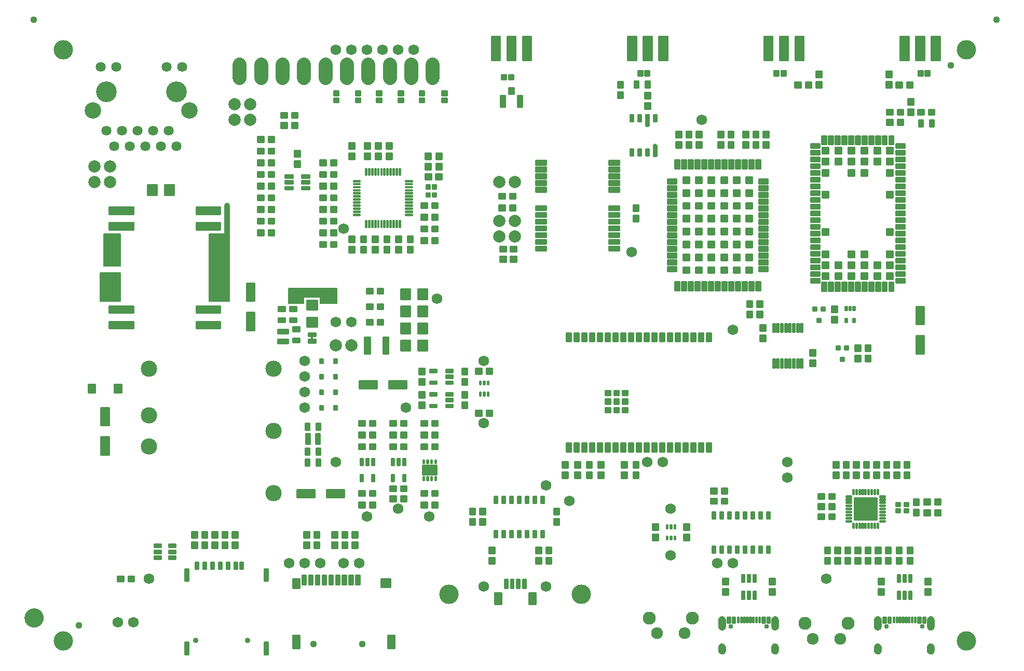
<source format=gts>
G04 EAGLE Gerber RS-274X export*
G75*
%MOMM*%
%FSLAX34Y34*%
%LPD*%
%INSoldermask Top*%
%IPPOS*%
%AMOC8*
5,1,8,0,0,1.08239X$1,22.5*%
G01*
%ADD10C,0.965200*%
%ADD11C,0.225400*%
%ADD12C,0.227100*%
%ADD13C,1.127000*%
%ADD14C,3.175000*%
%ADD15C,0.230578*%
%ADD16C,0.225369*%
%ADD17C,0.777000*%
%ADD18C,0.231559*%
%ADD19C,0.225588*%
%ADD20C,0.229050*%
%ADD21C,0.225938*%
%ADD22C,0.223409*%
%ADD23C,1.727000*%
%ADD24C,0.231750*%
%ADD25C,0.227778*%
%ADD26C,0.224709*%
%ADD27C,0.220859*%
%ADD28C,0.228600*%
%ADD29C,3.377000*%
%ADD30C,2.677000*%
%ADD31C,1.627000*%
%ADD32C,0.224509*%
%ADD33C,0.220319*%
%ADD34C,0.228344*%
%ADD35C,2.006600*%
%ADD36C,1.927000*%
%ADD37C,2.127000*%
%ADD38C,2.327000*%
%ADD39C,0.305338*%
%ADD40C,0.227919*%
%ADD41C,0.229619*%
%ADD42C,0.230800*%
%ADD43C,0.233100*%
%ADD44C,0.877000*%
%ADD45C,0.223519*%
%ADD46C,2.667000*%
%ADD47C,0.229738*%
%ADD48C,1.270000*%

G36*
X292793Y579383D02*
X292793Y579383D01*
X292851Y579381D01*
X292933Y579403D01*
X293017Y579415D01*
X293070Y579439D01*
X293126Y579453D01*
X293199Y579496D01*
X293276Y579531D01*
X293321Y579569D01*
X293371Y579599D01*
X293429Y579660D01*
X293493Y579715D01*
X293525Y579763D01*
X293565Y579806D01*
X293604Y579881D01*
X293651Y579951D01*
X293668Y580007D01*
X293695Y580059D01*
X293706Y580127D01*
X293736Y580222D01*
X293739Y580322D01*
X293750Y580390D01*
X293750Y689610D01*
X293742Y689668D01*
X293744Y689726D01*
X293722Y689808D01*
X293710Y689892D01*
X293687Y689945D01*
X293672Y690001D01*
X293629Y690074D01*
X293594Y690151D01*
X293556Y690196D01*
X293527Y690246D01*
X293465Y690304D01*
X293411Y690368D01*
X293362Y690400D01*
X293319Y690440D01*
X293244Y690479D01*
X293174Y690526D01*
X293118Y690543D01*
X293066Y690570D01*
X292998Y690581D01*
X292903Y690611D01*
X292803Y690614D01*
X292735Y690625D01*
X259715Y690625D01*
X259657Y690617D01*
X259599Y690619D01*
X259517Y690597D01*
X259434Y690585D01*
X259380Y690562D01*
X259324Y690547D01*
X259251Y690504D01*
X259174Y690469D01*
X259129Y690431D01*
X259079Y690402D01*
X259021Y690340D01*
X258957Y690286D01*
X258925Y690237D01*
X258885Y690194D01*
X258846Y690119D01*
X258800Y690049D01*
X258782Y689993D01*
X258755Y689941D01*
X258744Y689873D01*
X258714Y689778D01*
X258711Y689678D01*
X258700Y689610D01*
X258700Y580390D01*
X258708Y580332D01*
X258706Y580274D01*
X258728Y580192D01*
X258740Y580109D01*
X258764Y580055D01*
X258778Y579999D01*
X258821Y579926D01*
X258856Y579849D01*
X258894Y579804D01*
X258924Y579754D01*
X258985Y579696D01*
X259040Y579632D01*
X259088Y579600D01*
X259131Y579560D01*
X259206Y579521D01*
X259276Y579475D01*
X259332Y579457D01*
X259384Y579430D01*
X259452Y579419D01*
X259547Y579389D01*
X259647Y579386D01*
X259715Y579375D01*
X292735Y579375D01*
X292793Y579383D01*
G37*
G36*
X413443Y575573D02*
X413443Y575573D01*
X413501Y575571D01*
X413583Y575593D01*
X413667Y575605D01*
X413720Y575629D01*
X413776Y575643D01*
X413849Y575686D01*
X413926Y575721D01*
X413971Y575759D01*
X414021Y575789D01*
X414079Y575850D01*
X414143Y575905D01*
X414175Y575953D01*
X414215Y575996D01*
X414254Y576071D01*
X414301Y576141D01*
X414318Y576197D01*
X414345Y576249D01*
X414356Y576317D01*
X414386Y576412D01*
X414389Y576512D01*
X414400Y576580D01*
X414400Y585725D01*
X440310Y585725D01*
X440310Y576580D01*
X440318Y576522D01*
X440316Y576464D01*
X440338Y576382D01*
X440350Y576299D01*
X440374Y576245D01*
X440388Y576189D01*
X440431Y576116D01*
X440466Y576039D01*
X440504Y575994D01*
X440534Y575944D01*
X440595Y575886D01*
X440650Y575822D01*
X440698Y575790D01*
X440741Y575750D01*
X440816Y575711D01*
X440886Y575665D01*
X440942Y575647D01*
X440994Y575620D01*
X441062Y575609D01*
X441157Y575579D01*
X441257Y575576D01*
X441325Y575565D01*
X467995Y575565D01*
X468053Y575573D01*
X468111Y575571D01*
X468193Y575593D01*
X468277Y575605D01*
X468330Y575629D01*
X468386Y575643D01*
X468459Y575686D01*
X468536Y575721D01*
X468581Y575759D01*
X468631Y575789D01*
X468689Y575850D01*
X468753Y575905D01*
X468785Y575953D01*
X468825Y575996D01*
X468864Y576071D01*
X468911Y576141D01*
X468928Y576197D01*
X468955Y576249D01*
X468966Y576317D01*
X468996Y576412D01*
X468999Y576512D01*
X469010Y576580D01*
X469010Y600710D01*
X469002Y600768D01*
X469004Y600826D01*
X468982Y600908D01*
X468970Y600992D01*
X468947Y601045D01*
X468932Y601101D01*
X468889Y601174D01*
X468854Y601251D01*
X468816Y601296D01*
X468787Y601346D01*
X468725Y601404D01*
X468671Y601468D01*
X468622Y601500D01*
X468579Y601540D01*
X468504Y601579D01*
X468434Y601626D01*
X468378Y601643D01*
X468326Y601670D01*
X468258Y601681D01*
X468163Y601711D01*
X468063Y601714D01*
X467995Y601725D01*
X389255Y601725D01*
X389197Y601717D01*
X389139Y601719D01*
X389057Y601697D01*
X388974Y601685D01*
X388920Y601662D01*
X388864Y601647D01*
X388791Y601604D01*
X388714Y601569D01*
X388669Y601531D01*
X388619Y601502D01*
X388561Y601440D01*
X388497Y601386D01*
X388465Y601337D01*
X388425Y601294D01*
X388386Y601219D01*
X388340Y601149D01*
X388322Y601093D01*
X388295Y601041D01*
X388284Y600973D01*
X388254Y600878D01*
X388251Y600778D01*
X388240Y600710D01*
X388240Y576580D01*
X388248Y576522D01*
X388246Y576464D01*
X388268Y576382D01*
X388280Y576299D01*
X388304Y576245D01*
X388318Y576189D01*
X388361Y576116D01*
X388396Y576039D01*
X388434Y575994D01*
X388464Y575944D01*
X388525Y575886D01*
X388580Y575822D01*
X388628Y575790D01*
X388671Y575750D01*
X388746Y575711D01*
X388816Y575665D01*
X388872Y575647D01*
X388924Y575620D01*
X388992Y575609D01*
X389087Y575579D01*
X389187Y575576D01*
X389255Y575565D01*
X413385Y575565D01*
X413443Y575573D01*
G37*
G36*
X114993Y579383D02*
X114993Y579383D01*
X115051Y579381D01*
X115133Y579403D01*
X115217Y579415D01*
X115270Y579439D01*
X115326Y579453D01*
X115399Y579496D01*
X115476Y579531D01*
X115521Y579569D01*
X115571Y579599D01*
X115629Y579660D01*
X115693Y579715D01*
X115725Y579763D01*
X115765Y579806D01*
X115804Y579881D01*
X115851Y579951D01*
X115868Y580007D01*
X115895Y580059D01*
X115906Y580127D01*
X115936Y580222D01*
X115939Y580322D01*
X115950Y580390D01*
X115950Y626110D01*
X115943Y626163D01*
X115944Y626193D01*
X115943Y626196D01*
X115944Y626226D01*
X115922Y626308D01*
X115910Y626392D01*
X115887Y626445D01*
X115872Y626501D01*
X115829Y626574D01*
X115794Y626651D01*
X115756Y626696D01*
X115727Y626746D01*
X115665Y626804D01*
X115611Y626868D01*
X115562Y626900D01*
X115519Y626940D01*
X115444Y626979D01*
X115374Y627026D01*
X115318Y627043D01*
X115266Y627070D01*
X115198Y627081D01*
X115103Y627111D01*
X115003Y627114D01*
X114935Y627125D01*
X81915Y627125D01*
X81857Y627117D01*
X81799Y627119D01*
X81717Y627097D01*
X81634Y627085D01*
X81580Y627062D01*
X81524Y627047D01*
X81451Y627004D01*
X81374Y626969D01*
X81329Y626931D01*
X81279Y626902D01*
X81221Y626840D01*
X81157Y626786D01*
X81125Y626737D01*
X81085Y626694D01*
X81046Y626619D01*
X81000Y626549D01*
X80982Y626493D01*
X80955Y626441D01*
X80944Y626373D01*
X80914Y626278D01*
X80911Y626178D01*
X80900Y626110D01*
X80900Y580390D01*
X80908Y580332D01*
X80906Y580274D01*
X80928Y580192D01*
X80940Y580109D01*
X80964Y580055D01*
X80978Y579999D01*
X81021Y579926D01*
X81056Y579849D01*
X81094Y579804D01*
X81124Y579754D01*
X81185Y579696D01*
X81240Y579632D01*
X81288Y579600D01*
X81331Y579560D01*
X81406Y579521D01*
X81476Y579475D01*
X81532Y579457D01*
X81584Y579430D01*
X81652Y579419D01*
X81747Y579389D01*
X81847Y579386D01*
X81915Y579375D01*
X114935Y579375D01*
X114993Y579383D01*
G37*
G36*
X114993Y636533D02*
X114993Y636533D01*
X115051Y636531D01*
X115133Y636553D01*
X115217Y636565D01*
X115270Y636589D01*
X115326Y636603D01*
X115399Y636646D01*
X115476Y636681D01*
X115521Y636719D01*
X115571Y636749D01*
X115629Y636810D01*
X115693Y636865D01*
X115725Y636913D01*
X115765Y636956D01*
X115804Y637031D01*
X115851Y637101D01*
X115868Y637157D01*
X115895Y637209D01*
X115906Y637277D01*
X115936Y637372D01*
X115939Y637472D01*
X115950Y637540D01*
X115950Y689610D01*
X115942Y689668D01*
X115944Y689726D01*
X115922Y689808D01*
X115910Y689892D01*
X115887Y689945D01*
X115872Y690001D01*
X115829Y690074D01*
X115794Y690151D01*
X115756Y690196D01*
X115727Y690246D01*
X115665Y690304D01*
X115611Y690368D01*
X115562Y690400D01*
X115519Y690440D01*
X115444Y690479D01*
X115374Y690526D01*
X115318Y690543D01*
X115266Y690570D01*
X115198Y690581D01*
X115103Y690611D01*
X115003Y690614D01*
X114935Y690625D01*
X88265Y690625D01*
X88207Y690617D01*
X88149Y690619D01*
X88067Y690597D01*
X87984Y690585D01*
X87930Y690562D01*
X87874Y690547D01*
X87801Y690504D01*
X87724Y690469D01*
X87679Y690431D01*
X87629Y690402D01*
X87571Y690340D01*
X87507Y690286D01*
X87475Y690237D01*
X87435Y690194D01*
X87396Y690119D01*
X87350Y690049D01*
X87332Y689993D01*
X87305Y689941D01*
X87294Y689873D01*
X87264Y689778D01*
X87261Y689678D01*
X87250Y689610D01*
X87250Y637540D01*
X87258Y637482D01*
X87256Y637424D01*
X87278Y637342D01*
X87290Y637259D01*
X87314Y637205D01*
X87328Y637149D01*
X87371Y637076D01*
X87406Y636999D01*
X87444Y636954D01*
X87474Y636904D01*
X87535Y636846D01*
X87590Y636782D01*
X87638Y636750D01*
X87681Y636710D01*
X87756Y636671D01*
X87826Y636625D01*
X87882Y636607D01*
X87934Y636580D01*
X88002Y636569D01*
X88097Y636539D01*
X88197Y636536D01*
X88265Y636525D01*
X114935Y636525D01*
X114993Y636533D01*
G37*
G36*
X1438309Y42883D02*
X1438309Y42883D01*
X1438315Y42889D01*
X1438320Y42885D01*
X1439550Y43250D01*
X1439555Y43257D01*
X1439560Y43255D01*
X1440679Y43885D01*
X1440682Y43892D01*
X1440688Y43891D01*
X1441638Y44754D01*
X1441639Y44762D01*
X1441645Y44762D01*
X1442379Y45815D01*
X1442379Y45823D01*
X1442384Y45825D01*
X1442866Y47015D01*
X1442864Y47020D01*
X1442868Y47023D01*
X1442867Y47024D01*
X1442869Y47025D01*
X1443074Y48292D01*
X1443071Y48297D01*
X1443074Y48300D01*
X1443074Y60300D01*
X1443071Y60304D01*
X1443074Y60307D01*
X1442919Y61429D01*
X1442914Y61434D01*
X1442917Y61438D01*
X1442546Y62509D01*
X1442540Y62513D01*
X1442542Y62518D01*
X1441969Y63495D01*
X1441963Y63498D01*
X1441964Y63503D01*
X1441211Y64350D01*
X1441204Y64352D01*
X1441204Y64357D01*
X1440301Y65041D01*
X1440294Y65041D01*
X1440293Y65046D01*
X1439274Y65541D01*
X1439267Y65539D01*
X1439265Y65544D01*
X1438168Y65831D01*
X1438162Y65828D01*
X1438159Y65832D01*
X1437028Y65899D01*
X1437022Y65899D01*
X1435891Y65832D01*
X1435886Y65827D01*
X1435882Y65831D01*
X1434785Y65544D01*
X1434781Y65538D01*
X1434776Y65541D01*
X1433757Y65046D01*
X1433754Y65040D01*
X1433749Y65041D01*
X1432846Y64357D01*
X1432844Y64350D01*
X1432839Y64350D01*
X1432086Y63503D01*
X1432086Y63496D01*
X1432081Y63495D01*
X1431508Y62518D01*
X1431509Y62515D01*
X1431508Y62514D01*
X1431509Y62513D01*
X1431509Y62511D01*
X1431504Y62509D01*
X1431133Y61438D01*
X1431135Y61433D01*
X1431132Y61431D01*
X1431132Y61430D01*
X1431131Y61429D01*
X1430976Y60307D01*
X1430979Y60302D01*
X1430976Y60300D01*
X1430976Y48300D01*
X1430979Y48295D01*
X1430976Y48292D01*
X1431181Y47025D01*
X1431187Y47019D01*
X1431184Y47015D01*
X1431666Y45825D01*
X1431673Y45821D01*
X1431671Y45815D01*
X1432405Y44762D01*
X1432413Y44760D01*
X1432412Y44754D01*
X1433362Y43891D01*
X1433371Y43890D01*
X1433371Y43885D01*
X1434490Y43255D01*
X1434498Y43256D01*
X1434500Y43250D01*
X1435730Y42885D01*
X1435738Y42888D01*
X1435741Y42883D01*
X1437022Y42801D01*
X1437026Y42804D01*
X1437028Y42801D01*
X1438309Y42883D01*
G37*
G36*
X1184309Y42883D02*
X1184309Y42883D01*
X1184315Y42889D01*
X1184320Y42885D01*
X1185550Y43250D01*
X1185555Y43257D01*
X1185560Y43255D01*
X1186679Y43885D01*
X1186682Y43892D01*
X1186688Y43891D01*
X1187638Y44754D01*
X1187639Y44762D01*
X1187645Y44762D01*
X1188379Y45815D01*
X1188379Y45823D01*
X1188384Y45825D01*
X1188866Y47015D01*
X1188864Y47020D01*
X1188868Y47023D01*
X1188867Y47024D01*
X1188869Y47025D01*
X1189074Y48292D01*
X1189071Y48297D01*
X1189074Y48300D01*
X1189074Y60300D01*
X1189071Y60304D01*
X1189074Y60307D01*
X1188919Y61429D01*
X1188914Y61434D01*
X1188917Y61438D01*
X1188546Y62509D01*
X1188540Y62513D01*
X1188542Y62518D01*
X1187969Y63495D01*
X1187963Y63498D01*
X1187964Y63503D01*
X1187211Y64350D01*
X1187204Y64352D01*
X1187204Y64357D01*
X1186301Y65041D01*
X1186294Y65041D01*
X1186293Y65046D01*
X1185274Y65541D01*
X1185267Y65539D01*
X1185265Y65544D01*
X1184168Y65831D01*
X1184162Y65828D01*
X1184159Y65832D01*
X1183028Y65899D01*
X1183022Y65899D01*
X1181891Y65832D01*
X1181886Y65827D01*
X1181882Y65831D01*
X1180785Y65544D01*
X1180781Y65538D01*
X1180776Y65541D01*
X1179757Y65046D01*
X1179754Y65040D01*
X1179749Y65041D01*
X1178846Y64357D01*
X1178844Y64350D01*
X1178839Y64350D01*
X1178086Y63503D01*
X1178086Y63496D01*
X1178081Y63495D01*
X1177508Y62518D01*
X1177509Y62515D01*
X1177508Y62514D01*
X1177509Y62513D01*
X1177509Y62511D01*
X1177504Y62509D01*
X1177133Y61438D01*
X1177135Y61433D01*
X1177132Y61431D01*
X1177132Y61430D01*
X1177131Y61429D01*
X1176976Y60307D01*
X1176979Y60302D01*
X1176976Y60300D01*
X1176976Y48300D01*
X1176979Y48295D01*
X1176976Y48292D01*
X1177181Y47025D01*
X1177187Y47019D01*
X1177184Y47015D01*
X1177666Y45825D01*
X1177673Y45821D01*
X1177671Y45815D01*
X1178405Y44762D01*
X1178413Y44760D01*
X1178412Y44754D01*
X1179362Y43891D01*
X1179371Y43890D01*
X1179371Y43885D01*
X1180490Y43255D01*
X1180498Y43256D01*
X1180500Y43250D01*
X1181730Y42885D01*
X1181738Y42888D01*
X1181741Y42883D01*
X1183022Y42801D01*
X1183026Y42804D01*
X1183028Y42801D01*
X1184309Y42883D01*
G37*
G36*
X1097909Y42883D02*
X1097909Y42883D01*
X1097915Y42889D01*
X1097920Y42885D01*
X1099150Y43250D01*
X1099155Y43257D01*
X1099160Y43255D01*
X1100279Y43885D01*
X1100282Y43892D01*
X1100288Y43891D01*
X1101238Y44754D01*
X1101239Y44762D01*
X1101245Y44762D01*
X1101979Y45815D01*
X1101979Y45823D01*
X1101984Y45825D01*
X1102466Y47015D01*
X1102464Y47020D01*
X1102468Y47023D01*
X1102467Y47024D01*
X1102469Y47025D01*
X1102674Y48292D01*
X1102671Y48297D01*
X1102674Y48300D01*
X1102674Y60300D01*
X1102671Y60304D01*
X1102674Y60307D01*
X1102519Y61429D01*
X1102514Y61434D01*
X1102517Y61438D01*
X1102146Y62509D01*
X1102140Y62513D01*
X1102142Y62518D01*
X1101569Y63495D01*
X1101563Y63498D01*
X1101564Y63503D01*
X1100811Y64350D01*
X1100804Y64352D01*
X1100804Y64357D01*
X1099901Y65041D01*
X1099894Y65041D01*
X1099893Y65046D01*
X1098874Y65541D01*
X1098867Y65539D01*
X1098865Y65544D01*
X1097768Y65831D01*
X1097762Y65828D01*
X1097759Y65832D01*
X1096628Y65899D01*
X1096622Y65899D01*
X1095491Y65832D01*
X1095486Y65827D01*
X1095482Y65831D01*
X1094385Y65544D01*
X1094381Y65538D01*
X1094376Y65541D01*
X1093357Y65046D01*
X1093354Y65040D01*
X1093349Y65041D01*
X1092446Y64357D01*
X1092444Y64350D01*
X1092439Y64350D01*
X1091686Y63503D01*
X1091686Y63496D01*
X1091681Y63495D01*
X1091108Y62518D01*
X1091109Y62515D01*
X1091108Y62514D01*
X1091109Y62513D01*
X1091109Y62511D01*
X1091104Y62509D01*
X1090733Y61438D01*
X1090735Y61433D01*
X1090732Y61431D01*
X1090732Y61430D01*
X1090731Y61429D01*
X1090576Y60307D01*
X1090579Y60302D01*
X1090576Y60300D01*
X1090576Y48300D01*
X1090579Y48295D01*
X1090576Y48292D01*
X1090781Y47025D01*
X1090787Y47019D01*
X1090784Y47015D01*
X1091266Y45825D01*
X1091273Y45821D01*
X1091271Y45815D01*
X1092005Y44762D01*
X1092013Y44760D01*
X1092012Y44754D01*
X1092962Y43891D01*
X1092971Y43890D01*
X1092971Y43885D01*
X1094090Y43255D01*
X1094098Y43256D01*
X1094100Y43250D01*
X1095330Y42885D01*
X1095338Y42888D01*
X1095341Y42883D01*
X1096622Y42801D01*
X1096626Y42804D01*
X1096628Y42801D01*
X1097909Y42883D01*
G37*
G36*
X1351909Y42883D02*
X1351909Y42883D01*
X1351915Y42889D01*
X1351920Y42885D01*
X1353150Y43250D01*
X1353155Y43257D01*
X1353160Y43255D01*
X1354279Y43885D01*
X1354282Y43892D01*
X1354288Y43891D01*
X1355238Y44754D01*
X1355239Y44762D01*
X1355245Y44762D01*
X1355979Y45815D01*
X1355979Y45823D01*
X1355984Y45825D01*
X1356466Y47015D01*
X1356464Y47020D01*
X1356468Y47023D01*
X1356467Y47024D01*
X1356469Y47025D01*
X1356674Y48292D01*
X1356671Y48297D01*
X1356674Y48300D01*
X1356674Y60300D01*
X1356671Y60304D01*
X1356674Y60307D01*
X1356519Y61429D01*
X1356514Y61434D01*
X1356517Y61438D01*
X1356146Y62509D01*
X1356140Y62513D01*
X1356142Y62518D01*
X1355569Y63495D01*
X1355563Y63498D01*
X1355564Y63503D01*
X1354811Y64350D01*
X1354804Y64352D01*
X1354804Y64357D01*
X1353901Y65041D01*
X1353894Y65041D01*
X1353893Y65046D01*
X1352874Y65541D01*
X1352867Y65539D01*
X1352865Y65544D01*
X1351768Y65831D01*
X1351762Y65828D01*
X1351759Y65832D01*
X1350628Y65899D01*
X1350622Y65899D01*
X1349491Y65832D01*
X1349486Y65827D01*
X1349482Y65831D01*
X1348385Y65544D01*
X1348381Y65538D01*
X1348376Y65541D01*
X1347357Y65046D01*
X1347354Y65040D01*
X1347349Y65041D01*
X1346446Y64357D01*
X1346444Y64350D01*
X1346439Y64350D01*
X1345686Y63503D01*
X1345686Y63496D01*
X1345681Y63495D01*
X1345108Y62518D01*
X1345109Y62515D01*
X1345108Y62514D01*
X1345109Y62513D01*
X1345109Y62511D01*
X1345104Y62509D01*
X1344733Y61438D01*
X1344735Y61433D01*
X1344732Y61431D01*
X1344732Y61430D01*
X1344731Y61429D01*
X1344576Y60307D01*
X1344579Y60302D01*
X1344576Y60300D01*
X1344576Y48300D01*
X1344579Y48295D01*
X1344576Y48292D01*
X1344781Y47025D01*
X1344787Y47019D01*
X1344784Y47015D01*
X1345266Y45825D01*
X1345273Y45821D01*
X1345271Y45815D01*
X1346005Y44762D01*
X1346013Y44760D01*
X1346012Y44754D01*
X1346962Y43891D01*
X1346971Y43890D01*
X1346971Y43885D01*
X1348090Y43255D01*
X1348098Y43256D01*
X1348100Y43250D01*
X1349330Y42885D01*
X1349338Y42888D01*
X1349341Y42883D01*
X1350622Y42801D01*
X1350626Y42804D01*
X1350628Y42801D01*
X1351909Y42883D01*
G37*
G36*
X1351796Y3611D02*
X1351796Y3611D01*
X1351801Y3616D01*
X1351805Y3613D01*
X1352928Y3948D01*
X1352932Y3954D01*
X1352936Y3952D01*
X1353972Y4500D01*
X1353975Y4506D01*
X1353980Y4505D01*
X1354888Y5244D01*
X1354890Y5251D01*
X1354895Y5251D01*
X1355642Y6153D01*
X1355642Y6161D01*
X1355648Y6161D01*
X1356204Y7192D01*
X1356203Y7199D01*
X1356208Y7201D01*
X1356552Y8320D01*
X1356550Y8327D01*
X1356554Y8330D01*
X1356674Y9495D01*
X1356672Y9498D01*
X1356674Y9500D01*
X1356674Y15500D01*
X1356672Y15503D01*
X1356674Y15505D01*
X1356563Y16681D01*
X1356558Y16686D01*
X1356561Y16690D01*
X1356223Y17822D01*
X1356217Y17826D01*
X1356219Y17831D01*
X1355667Y18875D01*
X1355660Y18878D01*
X1355662Y18883D01*
X1354916Y19799D01*
X1354909Y19800D01*
X1354909Y19806D01*
X1354000Y20559D01*
X1353992Y20559D01*
X1353992Y20564D01*
X1352952Y21125D01*
X1352945Y21124D01*
X1352943Y21129D01*
X1351814Y21476D01*
X1351808Y21474D01*
X1351805Y21478D01*
X1350630Y21599D01*
X1350623Y21595D01*
X1350619Y21599D01*
X1349279Y21442D01*
X1349273Y21437D01*
X1349268Y21440D01*
X1347997Y20989D01*
X1347992Y20982D01*
X1347987Y20984D01*
X1346848Y20262D01*
X1346845Y20254D01*
X1346839Y20255D01*
X1345889Y19297D01*
X1345888Y19289D01*
X1345882Y19288D01*
X1345169Y18143D01*
X1345170Y18135D01*
X1345164Y18133D01*
X1344724Y16857D01*
X1344726Y16850D01*
X1344722Y16847D01*
X1344576Y15505D01*
X1344578Y15502D01*
X1344576Y15500D01*
X1344576Y9500D01*
X1344578Y9497D01*
X1344576Y9494D01*
X1344731Y8165D01*
X1344737Y8159D01*
X1344734Y8155D01*
X1345181Y6894D01*
X1345188Y6889D01*
X1345186Y6884D01*
X1345903Y5754D01*
X1345910Y5751D01*
X1345909Y5745D01*
X1346860Y4803D01*
X1346868Y4802D01*
X1346868Y4796D01*
X1348004Y4089D01*
X1348012Y4090D01*
X1348014Y4084D01*
X1349279Y3648D01*
X1349284Y3649D01*
X1349285Y3649D01*
X1349288Y3649D01*
X1349290Y3645D01*
X1350620Y3501D01*
X1350626Y3505D01*
X1350630Y3501D01*
X1351796Y3611D01*
G37*
G36*
X1438196Y3611D02*
X1438196Y3611D01*
X1438201Y3616D01*
X1438205Y3613D01*
X1439328Y3948D01*
X1439332Y3954D01*
X1439336Y3952D01*
X1440372Y4500D01*
X1440375Y4506D01*
X1440380Y4505D01*
X1441288Y5244D01*
X1441290Y5251D01*
X1441295Y5251D01*
X1442042Y6153D01*
X1442042Y6161D01*
X1442048Y6161D01*
X1442604Y7192D01*
X1442603Y7199D01*
X1442608Y7201D01*
X1442952Y8320D01*
X1442950Y8327D01*
X1442954Y8330D01*
X1443074Y9495D01*
X1443072Y9498D01*
X1443074Y9500D01*
X1443074Y15500D01*
X1443072Y15503D01*
X1443074Y15505D01*
X1442963Y16681D01*
X1442958Y16686D01*
X1442961Y16690D01*
X1442623Y17822D01*
X1442617Y17826D01*
X1442619Y17831D01*
X1442067Y18875D01*
X1442060Y18878D01*
X1442062Y18883D01*
X1441316Y19799D01*
X1441309Y19800D01*
X1441309Y19806D01*
X1440400Y20559D01*
X1440392Y20559D01*
X1440392Y20564D01*
X1439352Y21125D01*
X1439345Y21124D01*
X1439343Y21129D01*
X1438214Y21476D01*
X1438208Y21474D01*
X1438205Y21478D01*
X1437030Y21599D01*
X1437023Y21595D01*
X1437019Y21599D01*
X1435679Y21442D01*
X1435673Y21437D01*
X1435668Y21440D01*
X1434397Y20989D01*
X1434392Y20982D01*
X1434387Y20984D01*
X1433248Y20262D01*
X1433245Y20254D01*
X1433239Y20255D01*
X1432289Y19297D01*
X1432288Y19289D01*
X1432282Y19288D01*
X1431569Y18143D01*
X1431570Y18135D01*
X1431564Y18133D01*
X1431124Y16857D01*
X1431126Y16850D01*
X1431122Y16847D01*
X1430976Y15505D01*
X1430978Y15502D01*
X1430976Y15500D01*
X1430976Y9500D01*
X1430978Y9497D01*
X1430976Y9494D01*
X1431131Y8165D01*
X1431137Y8159D01*
X1431134Y8155D01*
X1431581Y6894D01*
X1431588Y6889D01*
X1431586Y6884D01*
X1432303Y5754D01*
X1432310Y5751D01*
X1432309Y5745D01*
X1433260Y4803D01*
X1433268Y4802D01*
X1433268Y4796D01*
X1434404Y4089D01*
X1434412Y4090D01*
X1434414Y4084D01*
X1435679Y3648D01*
X1435684Y3649D01*
X1435685Y3649D01*
X1435688Y3649D01*
X1435690Y3645D01*
X1437020Y3501D01*
X1437026Y3505D01*
X1437030Y3501D01*
X1438196Y3611D01*
G37*
G36*
X1184196Y3611D02*
X1184196Y3611D01*
X1184201Y3616D01*
X1184205Y3613D01*
X1185328Y3948D01*
X1185332Y3954D01*
X1185336Y3952D01*
X1186372Y4500D01*
X1186375Y4506D01*
X1186380Y4505D01*
X1187288Y5244D01*
X1187290Y5251D01*
X1187295Y5251D01*
X1188042Y6153D01*
X1188042Y6161D01*
X1188048Y6161D01*
X1188604Y7192D01*
X1188603Y7199D01*
X1188608Y7201D01*
X1188952Y8320D01*
X1188950Y8327D01*
X1188954Y8330D01*
X1189074Y9495D01*
X1189072Y9498D01*
X1189074Y9500D01*
X1189074Y15500D01*
X1189072Y15503D01*
X1189074Y15505D01*
X1188963Y16681D01*
X1188958Y16686D01*
X1188961Y16690D01*
X1188623Y17822D01*
X1188617Y17826D01*
X1188619Y17831D01*
X1188067Y18875D01*
X1188060Y18878D01*
X1188062Y18883D01*
X1187316Y19799D01*
X1187309Y19800D01*
X1187309Y19806D01*
X1186400Y20559D01*
X1186392Y20559D01*
X1186392Y20564D01*
X1185352Y21125D01*
X1185345Y21124D01*
X1185343Y21129D01*
X1184214Y21476D01*
X1184208Y21474D01*
X1184205Y21478D01*
X1183030Y21599D01*
X1183023Y21595D01*
X1183019Y21599D01*
X1181679Y21442D01*
X1181673Y21437D01*
X1181668Y21440D01*
X1180397Y20989D01*
X1180392Y20982D01*
X1180387Y20984D01*
X1179248Y20262D01*
X1179245Y20254D01*
X1179239Y20255D01*
X1178289Y19297D01*
X1178288Y19289D01*
X1178282Y19288D01*
X1177569Y18143D01*
X1177570Y18135D01*
X1177564Y18133D01*
X1177124Y16857D01*
X1177126Y16850D01*
X1177122Y16847D01*
X1176976Y15505D01*
X1176978Y15502D01*
X1176976Y15500D01*
X1176976Y9500D01*
X1176978Y9497D01*
X1176976Y9494D01*
X1177131Y8165D01*
X1177137Y8159D01*
X1177134Y8155D01*
X1177581Y6894D01*
X1177588Y6889D01*
X1177586Y6884D01*
X1178303Y5754D01*
X1178310Y5751D01*
X1178309Y5745D01*
X1179260Y4803D01*
X1179268Y4802D01*
X1179268Y4796D01*
X1180404Y4089D01*
X1180412Y4090D01*
X1180414Y4084D01*
X1181679Y3648D01*
X1181684Y3649D01*
X1181685Y3649D01*
X1181688Y3649D01*
X1181690Y3645D01*
X1183020Y3501D01*
X1183026Y3505D01*
X1183030Y3501D01*
X1184196Y3611D01*
G37*
G36*
X1097796Y3611D02*
X1097796Y3611D01*
X1097801Y3616D01*
X1097805Y3613D01*
X1098928Y3948D01*
X1098932Y3954D01*
X1098936Y3952D01*
X1099972Y4500D01*
X1099975Y4506D01*
X1099980Y4505D01*
X1100888Y5244D01*
X1100890Y5251D01*
X1100895Y5251D01*
X1101642Y6153D01*
X1101642Y6161D01*
X1101648Y6161D01*
X1102204Y7192D01*
X1102203Y7199D01*
X1102208Y7201D01*
X1102552Y8320D01*
X1102550Y8327D01*
X1102554Y8330D01*
X1102674Y9495D01*
X1102672Y9498D01*
X1102674Y9500D01*
X1102674Y15500D01*
X1102672Y15503D01*
X1102674Y15505D01*
X1102563Y16681D01*
X1102558Y16686D01*
X1102561Y16690D01*
X1102223Y17822D01*
X1102217Y17826D01*
X1102219Y17831D01*
X1101667Y18875D01*
X1101660Y18878D01*
X1101662Y18883D01*
X1100916Y19799D01*
X1100909Y19800D01*
X1100909Y19806D01*
X1100000Y20559D01*
X1099992Y20559D01*
X1099992Y20564D01*
X1098952Y21125D01*
X1098945Y21124D01*
X1098943Y21129D01*
X1097814Y21476D01*
X1097808Y21474D01*
X1097805Y21478D01*
X1096630Y21599D01*
X1096623Y21595D01*
X1096619Y21599D01*
X1095279Y21442D01*
X1095273Y21437D01*
X1095268Y21440D01*
X1093997Y20989D01*
X1093992Y20982D01*
X1093987Y20984D01*
X1092848Y20262D01*
X1092845Y20254D01*
X1092839Y20255D01*
X1091889Y19297D01*
X1091888Y19289D01*
X1091882Y19288D01*
X1091169Y18143D01*
X1091170Y18135D01*
X1091164Y18133D01*
X1090724Y16857D01*
X1090726Y16850D01*
X1090722Y16847D01*
X1090576Y15505D01*
X1090578Y15502D01*
X1090576Y15500D01*
X1090576Y9500D01*
X1090578Y9497D01*
X1090576Y9494D01*
X1090731Y8165D01*
X1090737Y8159D01*
X1090734Y8155D01*
X1091181Y6894D01*
X1091188Y6889D01*
X1091186Y6884D01*
X1091903Y5754D01*
X1091910Y5751D01*
X1091909Y5745D01*
X1092860Y4803D01*
X1092868Y4802D01*
X1092868Y4796D01*
X1094004Y4089D01*
X1094012Y4090D01*
X1094014Y4084D01*
X1095279Y3648D01*
X1095284Y3649D01*
X1095285Y3649D01*
X1095288Y3649D01*
X1095290Y3645D01*
X1096620Y3501D01*
X1096626Y3505D01*
X1096630Y3501D01*
X1097796Y3611D01*
G37*
G36*
X975621Y864451D02*
X975621Y864451D01*
X975627Y864457D01*
X975631Y864454D01*
X976477Y864750D01*
X976481Y864756D01*
X976487Y864754D01*
X977245Y865231D01*
X977248Y865239D01*
X977254Y865238D01*
X977887Y865871D01*
X977888Y865879D01*
X977894Y865880D01*
X978371Y866638D01*
X978370Y866646D01*
X978375Y866648D01*
X978671Y867494D01*
X978669Y867501D01*
X978674Y867504D01*
X978774Y868395D01*
X978772Y868398D01*
X978774Y868400D01*
X978774Y883900D01*
X978771Y883904D01*
X978774Y883906D01*
X978706Y884424D01*
X978699Y884431D01*
X978702Y884436D01*
X978503Y884919D01*
X978494Y884924D01*
X978496Y884930D01*
X978178Y885344D01*
X978169Y885347D01*
X978169Y885353D01*
X977755Y885671D01*
X977746Y885671D01*
X977744Y885678D01*
X977261Y885877D01*
X977252Y885875D01*
X977249Y885881D01*
X976731Y885949D01*
X976727Y885946D01*
X976725Y885949D01*
X972725Y885949D01*
X972721Y885946D01*
X972719Y885949D01*
X972201Y885881D01*
X972194Y885874D01*
X972189Y885877D01*
X971706Y885678D01*
X971701Y885669D01*
X971695Y885671D01*
X971281Y885353D01*
X971278Y885344D01*
X971272Y885344D01*
X970954Y884930D01*
X970954Y884921D01*
X970947Y884919D01*
X970748Y884436D01*
X970750Y884427D01*
X970744Y884424D01*
X970676Y883906D01*
X970679Y883902D01*
X970676Y883900D01*
X970676Y868400D01*
X970678Y868397D01*
X970676Y868395D01*
X970776Y867504D01*
X970782Y867498D01*
X970779Y867494D01*
X971075Y866648D01*
X971081Y866644D01*
X971079Y866638D01*
X971556Y865880D01*
X971564Y865877D01*
X971563Y865871D01*
X972196Y865238D01*
X972204Y865237D01*
X972205Y865231D01*
X972963Y864754D01*
X972971Y864755D01*
X972973Y864750D01*
X973819Y864454D01*
X973826Y864456D01*
X973829Y864451D01*
X974720Y864351D01*
X974727Y864355D01*
X974731Y864351D01*
X975621Y864451D01*
G37*
G36*
X989429Y815854D02*
X989429Y815854D01*
X989431Y815851D01*
X989949Y815919D01*
X989956Y815926D01*
X989961Y815923D01*
X990444Y816122D01*
X990449Y816131D01*
X990455Y816129D01*
X990869Y816447D01*
X990872Y816456D01*
X990878Y816456D01*
X991196Y816870D01*
X991196Y816880D01*
X991203Y816881D01*
X991402Y817364D01*
X991400Y817373D01*
X991406Y817376D01*
X991474Y817894D01*
X991471Y817898D01*
X991474Y817900D01*
X991474Y833400D01*
X991472Y833403D01*
X991474Y833406D01*
X991374Y834296D01*
X991368Y834302D01*
X991371Y834306D01*
X991075Y835152D01*
X991069Y835156D01*
X991071Y835162D01*
X990594Y835920D01*
X990586Y835923D01*
X990587Y835929D01*
X989954Y836562D01*
X989946Y836563D01*
X989945Y836569D01*
X989187Y837046D01*
X989179Y837045D01*
X989177Y837050D01*
X988331Y837346D01*
X988324Y837344D01*
X988321Y837349D01*
X987431Y837449D01*
X987423Y837445D01*
X987420Y837449D01*
X986529Y837349D01*
X986523Y837343D01*
X986519Y837346D01*
X985673Y837050D01*
X985669Y837044D01*
X985663Y837046D01*
X984905Y836569D01*
X984902Y836561D01*
X984896Y836562D01*
X984263Y835929D01*
X984262Y835921D01*
X984256Y835920D01*
X983779Y835162D01*
X983780Y835154D01*
X983775Y835152D01*
X983479Y834306D01*
X983481Y834299D01*
X983476Y834296D01*
X983376Y833406D01*
X983378Y833402D01*
X983376Y833400D01*
X983376Y817900D01*
X983379Y817896D01*
X983376Y817894D01*
X983444Y817376D01*
X983451Y817369D01*
X983448Y817364D01*
X983647Y816881D01*
X983656Y816876D01*
X983654Y816870D01*
X983972Y816456D01*
X983981Y816453D01*
X983981Y816447D01*
X984395Y816129D01*
X984405Y816129D01*
X984406Y816122D01*
X984889Y815923D01*
X984898Y815925D01*
X984901Y815919D01*
X985419Y815851D01*
X985423Y815854D01*
X985425Y815851D01*
X989425Y815851D01*
X989429Y815854D01*
G37*
G36*
X428690Y518172D02*
X428690Y518172D01*
X428756Y518174D01*
X428799Y518192D01*
X428846Y518200D01*
X428903Y518234D01*
X428963Y518259D01*
X428998Y518290D01*
X429039Y518315D01*
X429081Y518366D01*
X429129Y518410D01*
X429151Y518452D01*
X429180Y518489D01*
X429201Y518551D01*
X429232Y518610D01*
X429240Y518664D01*
X429252Y518701D01*
X429251Y518741D01*
X429259Y518795D01*
X429259Y522605D01*
X429248Y522670D01*
X429246Y522736D01*
X429228Y522779D01*
X429220Y522826D01*
X429186Y522883D01*
X429161Y522943D01*
X429130Y522978D01*
X429105Y523019D01*
X429054Y523061D01*
X429010Y523109D01*
X428968Y523131D01*
X428931Y523160D01*
X428869Y523181D01*
X428810Y523212D01*
X428756Y523220D01*
X428719Y523232D01*
X428679Y523231D01*
X428625Y523239D01*
X426085Y523239D01*
X426020Y523228D01*
X425954Y523226D01*
X425911Y523208D01*
X425864Y523200D01*
X425807Y523166D01*
X425747Y523141D01*
X425712Y523110D01*
X425671Y523085D01*
X425630Y523034D01*
X425581Y522990D01*
X425559Y522948D01*
X425530Y522911D01*
X425509Y522849D01*
X425478Y522790D01*
X425470Y522736D01*
X425458Y522699D01*
X425458Y522695D01*
X425458Y522694D01*
X425459Y522659D01*
X425451Y522605D01*
X425451Y518795D01*
X425462Y518730D01*
X425464Y518664D01*
X425482Y518621D01*
X425490Y518574D01*
X425524Y518517D01*
X425549Y518457D01*
X425580Y518422D01*
X425605Y518381D01*
X425656Y518340D01*
X425700Y518291D01*
X425742Y518269D01*
X425779Y518240D01*
X425841Y518219D01*
X425900Y518188D01*
X425954Y518180D01*
X425991Y518168D01*
X426031Y518169D01*
X426085Y518161D01*
X428625Y518161D01*
X428690Y518172D01*
G37*
D10*
X288925Y736600D02*
X288925Y685800D01*
D11*
X855917Y318308D02*
X855917Y308292D01*
X855917Y318308D02*
X864933Y318308D01*
X864933Y308292D01*
X855917Y308292D01*
X855917Y310433D02*
X864933Y310433D01*
X864933Y312574D02*
X855917Y312574D01*
X855917Y314715D02*
X864933Y314715D01*
X864933Y316856D02*
X855917Y316856D01*
X855917Y301308D02*
X855917Y291292D01*
X855917Y301308D02*
X864933Y301308D01*
X864933Y291292D01*
X855917Y291292D01*
X855917Y293433D02*
X864933Y293433D01*
X864933Y295574D02*
X855917Y295574D01*
X855917Y297715D02*
X864933Y297715D01*
X864933Y299856D02*
X855917Y299856D01*
X581833Y385508D02*
X571817Y385508D01*
X581833Y385508D02*
X581833Y376492D01*
X571817Y376492D01*
X571817Y385508D01*
X571817Y378633D02*
X581833Y378633D01*
X581833Y380774D02*
X571817Y380774D01*
X571817Y382915D02*
X581833Y382915D01*
X581833Y385056D02*
X571817Y385056D01*
X564833Y385508D02*
X554817Y385508D01*
X564833Y385508D02*
X564833Y376492D01*
X554817Y376492D01*
X554817Y385508D01*
X554817Y378633D02*
X564833Y378633D01*
X564833Y380774D02*
X554817Y380774D01*
X554817Y382915D02*
X564833Y382915D01*
X564833Y385056D02*
X554817Y385056D01*
X531033Y271208D02*
X521017Y271208D01*
X531033Y271208D02*
X531033Y262192D01*
X521017Y262192D01*
X521017Y271208D01*
X521017Y264333D02*
X531033Y264333D01*
X531033Y266474D02*
X521017Y266474D01*
X521017Y268615D02*
X531033Y268615D01*
X531033Y270756D02*
X521017Y270756D01*
X514033Y271208D02*
X504017Y271208D01*
X514033Y271208D02*
X514033Y262192D01*
X504017Y262192D01*
X504017Y271208D01*
X504017Y264333D02*
X514033Y264333D01*
X514033Y266474D02*
X504017Y266474D01*
X504017Y268615D02*
X514033Y268615D01*
X514033Y270756D02*
X504017Y270756D01*
X521017Y252158D02*
X531033Y252158D01*
X531033Y243142D01*
X521017Y243142D01*
X521017Y252158D01*
X521017Y245283D02*
X531033Y245283D01*
X531033Y247424D02*
X521017Y247424D01*
X521017Y249565D02*
X531033Y249565D01*
X531033Y251706D02*
X521017Y251706D01*
X514033Y252158D02*
X504017Y252158D01*
X514033Y252158D02*
X514033Y243142D01*
X504017Y243142D01*
X504017Y252158D01*
X504017Y245283D02*
X514033Y245283D01*
X514033Y247424D02*
X504017Y247424D01*
X504017Y249565D02*
X514033Y249565D01*
X514033Y251706D02*
X504017Y251706D01*
X521017Y347408D02*
X531033Y347408D01*
X531033Y338392D01*
X521017Y338392D01*
X521017Y347408D01*
X521017Y340533D02*
X531033Y340533D01*
X531033Y342674D02*
X521017Y342674D01*
X521017Y344815D02*
X531033Y344815D01*
X531033Y346956D02*
X521017Y346956D01*
X514033Y347408D02*
X504017Y347408D01*
X514033Y347408D02*
X514033Y338392D01*
X504017Y338392D01*
X504017Y347408D01*
X504017Y340533D02*
X514033Y340533D01*
X514033Y342674D02*
X504017Y342674D01*
X504017Y344815D02*
X514033Y344815D01*
X514033Y346956D02*
X504017Y346956D01*
X468693Y187008D02*
X468693Y176992D01*
X459677Y176992D01*
X459677Y187008D01*
X468693Y187008D01*
X468693Y179133D02*
X459677Y179133D01*
X459677Y181274D02*
X468693Y181274D01*
X468693Y183415D02*
X459677Y183415D01*
X459677Y185556D02*
X468693Y185556D01*
X468693Y193992D02*
X468693Y204008D01*
X468693Y193992D02*
X459677Y193992D01*
X459677Y204008D01*
X468693Y204008D01*
X468693Y196133D02*
X459677Y196133D01*
X459677Y198274D02*
X468693Y198274D01*
X468693Y200415D02*
X459677Y200415D01*
X459677Y202556D02*
X468693Y202556D01*
X501713Y187008D02*
X501713Y176992D01*
X492697Y176992D01*
X492697Y187008D01*
X501713Y187008D01*
X501713Y179133D02*
X492697Y179133D01*
X492697Y181274D02*
X501713Y181274D01*
X501713Y183415D02*
X492697Y183415D01*
X492697Y185556D02*
X501713Y185556D01*
X501713Y193992D02*
X501713Y204008D01*
X501713Y193992D02*
X492697Y193992D01*
X492697Y204008D01*
X501713Y204008D01*
X501713Y196133D02*
X492697Y196133D01*
X492697Y198274D02*
X501713Y198274D01*
X501713Y200415D02*
X492697Y200415D01*
X492697Y202556D02*
X501713Y202556D01*
X835597Y308292D02*
X835597Y318308D01*
X844613Y318308D01*
X844613Y308292D01*
X835597Y308292D01*
X835597Y310433D02*
X844613Y310433D01*
X844613Y312574D02*
X835597Y312574D01*
X835597Y314715D02*
X844613Y314715D01*
X844613Y316856D02*
X835597Y316856D01*
X835597Y301308D02*
X835597Y291292D01*
X835597Y301308D02*
X844613Y301308D01*
X844613Y291292D01*
X835597Y291292D01*
X835597Y293433D02*
X844613Y293433D01*
X844613Y295574D02*
X835597Y295574D01*
X835597Y297715D02*
X844613Y297715D01*
X844613Y299856D02*
X835597Y299856D01*
X485203Y187008D02*
X485203Y176992D01*
X476187Y176992D01*
X476187Y187008D01*
X485203Y187008D01*
X485203Y179133D02*
X476187Y179133D01*
X476187Y181274D02*
X485203Y181274D01*
X485203Y183415D02*
X476187Y183415D01*
X476187Y185556D02*
X485203Y185556D01*
X485203Y193992D02*
X485203Y204008D01*
X485203Y193992D02*
X476187Y193992D01*
X476187Y204008D01*
X485203Y204008D01*
X485203Y196133D02*
X476187Y196133D01*
X476187Y198274D02*
X485203Y198274D01*
X485203Y200415D02*
X476187Y200415D01*
X476187Y202556D02*
X485203Y202556D01*
X1078057Y266002D02*
X1088073Y266002D01*
X1078057Y266002D02*
X1078057Y275018D01*
X1088073Y275018D01*
X1088073Y266002D01*
X1088073Y268143D02*
X1078057Y268143D01*
X1078057Y270284D02*
X1088073Y270284D01*
X1088073Y272425D02*
X1078057Y272425D01*
X1078057Y274566D02*
X1088073Y274566D01*
X1095057Y266002D02*
X1105073Y266002D01*
X1095057Y266002D02*
X1095057Y275018D01*
X1105073Y275018D01*
X1105073Y266002D01*
X1105073Y268143D02*
X1095057Y268143D01*
X1095057Y270284D02*
X1105073Y270284D01*
X1105073Y272425D02*
X1095057Y272425D01*
X1095057Y274566D02*
X1105073Y274566D01*
X1088073Y249492D02*
X1078057Y249492D01*
X1078057Y258508D01*
X1088073Y258508D01*
X1088073Y249492D01*
X1088073Y251633D02*
X1078057Y251633D01*
X1078057Y253774D02*
X1088073Y253774D01*
X1088073Y255915D02*
X1078057Y255915D01*
X1078057Y258056D02*
X1088073Y258056D01*
X1095057Y249492D02*
X1105073Y249492D01*
X1095057Y249492D02*
X1095057Y258508D01*
X1105073Y258508D01*
X1105073Y249492D01*
X1105073Y251633D02*
X1095057Y251633D01*
X1095057Y253774D02*
X1105073Y253774D01*
X1105073Y255915D02*
X1095057Y255915D01*
X1095057Y258056D02*
X1105073Y258056D01*
X581833Y278828D02*
X571817Y278828D01*
X581833Y278828D02*
X581833Y269812D01*
X571817Y269812D01*
X571817Y278828D01*
X571817Y271953D02*
X581833Y271953D01*
X581833Y274094D02*
X571817Y274094D01*
X571817Y276235D02*
X581833Y276235D01*
X581833Y278376D02*
X571817Y278376D01*
X564833Y278828D02*
X554817Y278828D01*
X564833Y278828D02*
X564833Y269812D01*
X554817Y269812D01*
X554817Y278828D01*
X554817Y271953D02*
X564833Y271953D01*
X564833Y274094D02*
X554817Y274094D01*
X554817Y276235D02*
X564833Y276235D01*
X564833Y278376D02*
X554817Y278376D01*
X571817Y262318D02*
X581833Y262318D01*
X581833Y253302D01*
X571817Y253302D01*
X571817Y262318D01*
X571817Y255443D02*
X581833Y255443D01*
X581833Y257584D02*
X571817Y257584D01*
X571817Y259725D02*
X581833Y259725D01*
X581833Y261866D02*
X571817Y261866D01*
X564833Y262318D02*
X554817Y262318D01*
X564833Y262318D02*
X564833Y253302D01*
X554817Y253302D01*
X554817Y262318D01*
X554817Y255443D02*
X564833Y255443D01*
X564833Y257584D02*
X554817Y257584D01*
X554817Y259725D02*
X564833Y259725D01*
X564833Y261866D02*
X554817Y261866D01*
X571817Y366458D02*
X581833Y366458D01*
X581833Y357442D01*
X571817Y357442D01*
X571817Y366458D01*
X571817Y359583D02*
X581833Y359583D01*
X581833Y361724D02*
X571817Y361724D01*
X571817Y363865D02*
X581833Y363865D01*
X581833Y366006D02*
X571817Y366006D01*
X564833Y366458D02*
X554817Y366458D01*
X564833Y366458D02*
X564833Y357442D01*
X554817Y357442D01*
X554817Y366458D01*
X554817Y359583D02*
X564833Y359583D01*
X564833Y361724D02*
X554817Y361724D01*
X554817Y363865D02*
X564833Y363865D01*
X564833Y366006D02*
X554817Y366006D01*
X571817Y347408D02*
X581833Y347408D01*
X581833Y338392D01*
X571817Y338392D01*
X571817Y347408D01*
X571817Y340533D02*
X581833Y340533D01*
X581833Y342674D02*
X571817Y342674D01*
X571817Y344815D02*
X581833Y344815D01*
X581833Y346956D02*
X571817Y346956D01*
X564833Y347408D02*
X554817Y347408D01*
X564833Y347408D02*
X564833Y338392D01*
X554817Y338392D01*
X554817Y347408D01*
X554817Y340533D02*
X564833Y340533D01*
X564833Y342674D02*
X554817Y342674D01*
X554817Y344815D02*
X564833Y344815D01*
X564833Y346956D02*
X554817Y346956D01*
D12*
X468175Y410050D02*
X462875Y410050D01*
X468175Y410050D02*
X468175Y402750D01*
X462875Y402750D01*
X462875Y410050D01*
X462875Y404907D02*
X468175Y404907D01*
X468175Y407064D02*
X462875Y407064D01*
X462875Y409221D02*
X468175Y409221D01*
X445175Y410050D02*
X439875Y410050D01*
X445175Y410050D02*
X445175Y402750D01*
X439875Y402750D01*
X439875Y410050D01*
X439875Y404907D02*
X445175Y404907D01*
X445175Y407064D02*
X439875Y407064D01*
X439875Y409221D02*
X445175Y409221D01*
X462875Y460850D02*
X468175Y460850D01*
X468175Y453550D01*
X462875Y453550D01*
X462875Y460850D01*
X462875Y455707D02*
X468175Y455707D01*
X468175Y457864D02*
X462875Y457864D01*
X462875Y460021D02*
X468175Y460021D01*
X445175Y460850D02*
X439875Y460850D01*
X445175Y460850D02*
X445175Y453550D01*
X439875Y453550D01*
X439875Y460850D01*
X439875Y455707D02*
X445175Y455707D01*
X445175Y457864D02*
X439875Y457864D01*
X439875Y460021D02*
X445175Y460021D01*
X462875Y435450D02*
X468175Y435450D01*
X468175Y428150D01*
X462875Y428150D01*
X462875Y435450D01*
X462875Y430307D02*
X468175Y430307D01*
X468175Y432464D02*
X462875Y432464D01*
X462875Y434621D02*
X468175Y434621D01*
X445175Y435450D02*
X439875Y435450D01*
X445175Y435450D02*
X445175Y428150D01*
X439875Y428150D01*
X439875Y435450D01*
X439875Y430307D02*
X445175Y430307D01*
X445175Y432464D02*
X439875Y432464D01*
X439875Y434621D02*
X445175Y434621D01*
D13*
X47625Y50800D03*
X1470025Y965200D03*
D14*
X1495425Y25400D03*
X1495425Y990600D03*
X22225Y990600D03*
D15*
X1146343Y55618D02*
X1148307Y55618D01*
X1146343Y55618D02*
X1146343Y64582D01*
X1148307Y64582D01*
X1148307Y55618D01*
X1148307Y57809D02*
X1146343Y57809D01*
X1146343Y60000D02*
X1148307Y60000D01*
X1148307Y62191D02*
X1146343Y62191D01*
X1146343Y64382D02*
X1148307Y64382D01*
X1143307Y55618D02*
X1141343Y55618D01*
X1141343Y64582D01*
X1143307Y64582D01*
X1143307Y55618D01*
X1143307Y57809D02*
X1141343Y57809D01*
X1141343Y60000D02*
X1143307Y60000D01*
X1143307Y62191D02*
X1141343Y62191D01*
X1141343Y64382D02*
X1143307Y64382D01*
D16*
X1169567Y55592D02*
X1174583Y55592D01*
X1169567Y55592D02*
X1169567Y64608D01*
X1174583Y64608D01*
X1174583Y55592D01*
X1174583Y57733D02*
X1169567Y57733D01*
X1169567Y59874D02*
X1174583Y59874D01*
X1174583Y62015D02*
X1169567Y62015D01*
X1169567Y64156D02*
X1174583Y64156D01*
X1166833Y55592D02*
X1161817Y55592D01*
X1161817Y64608D01*
X1166833Y64608D01*
X1166833Y55592D01*
X1166833Y57733D02*
X1161817Y57733D01*
X1161817Y59874D02*
X1166833Y59874D01*
X1166833Y62015D02*
X1161817Y62015D01*
X1161817Y64156D02*
X1166833Y64156D01*
D15*
X1158307Y55618D02*
X1156343Y55618D01*
X1156343Y64582D01*
X1158307Y64582D01*
X1158307Y55618D01*
X1158307Y57809D02*
X1156343Y57809D01*
X1156343Y60000D02*
X1158307Y60000D01*
X1158307Y62191D02*
X1156343Y62191D01*
X1156343Y64382D02*
X1158307Y64382D01*
X1153307Y55618D02*
X1151343Y55618D01*
X1151343Y64582D01*
X1153307Y64582D01*
X1153307Y55618D01*
X1153307Y57809D02*
X1151343Y57809D01*
X1151343Y60000D02*
X1153307Y60000D01*
X1153307Y62191D02*
X1151343Y62191D01*
X1151343Y64382D02*
X1153307Y64382D01*
X1133307Y64582D02*
X1131343Y64582D01*
X1133307Y64582D02*
X1133307Y55618D01*
X1131343Y55618D01*
X1131343Y64582D01*
X1131343Y57809D02*
X1133307Y57809D01*
X1133307Y60000D02*
X1131343Y60000D01*
X1131343Y62191D02*
X1133307Y62191D01*
X1133307Y64382D02*
X1131343Y64382D01*
X1136343Y64582D02*
X1138307Y64582D01*
X1138307Y55618D01*
X1136343Y55618D01*
X1136343Y64582D01*
X1136343Y57809D02*
X1138307Y57809D01*
X1138307Y60000D02*
X1136343Y60000D01*
X1136343Y62191D02*
X1138307Y62191D01*
X1138307Y64382D02*
X1136343Y64382D01*
D16*
X1110083Y64608D02*
X1105067Y64608D01*
X1110083Y64608D02*
X1110083Y55592D01*
X1105067Y55592D01*
X1105067Y64608D01*
X1105067Y57733D02*
X1110083Y57733D01*
X1110083Y59874D02*
X1105067Y59874D01*
X1105067Y62015D02*
X1110083Y62015D01*
X1110083Y64156D02*
X1105067Y64156D01*
X1112817Y64608D02*
X1117833Y64608D01*
X1117833Y55592D01*
X1112817Y55592D01*
X1112817Y64608D01*
X1112817Y57733D02*
X1117833Y57733D01*
X1117833Y59874D02*
X1112817Y59874D01*
X1112817Y62015D02*
X1117833Y62015D01*
X1117833Y64156D02*
X1112817Y64156D01*
D15*
X1121343Y64582D02*
X1123307Y64582D01*
X1123307Y55618D01*
X1121343Y55618D01*
X1121343Y64582D01*
X1121343Y57809D02*
X1123307Y57809D01*
X1123307Y60000D02*
X1121343Y60000D01*
X1121343Y62191D02*
X1123307Y62191D01*
X1123307Y64382D02*
X1121343Y64382D01*
X1126343Y64582D02*
X1128307Y64582D01*
X1128307Y55618D01*
X1126343Y55618D01*
X1126343Y64582D01*
X1126343Y57809D02*
X1128307Y57809D01*
X1128307Y60000D02*
X1126343Y60000D01*
X1126343Y62191D02*
X1128307Y62191D01*
X1128307Y64382D02*
X1126343Y64382D01*
D17*
X1110925Y49050D03*
X1168725Y49050D03*
D18*
X482902Y117843D02*
X482902Y132797D01*
X482902Y117843D02*
X476948Y117843D01*
X476948Y132797D01*
X482902Y132797D01*
X482902Y120043D02*
X476948Y120043D01*
X476948Y122243D02*
X482902Y122243D01*
X482902Y124443D02*
X476948Y124443D01*
X476948Y126643D02*
X482902Y126643D01*
X482902Y128843D02*
X476948Y128843D01*
X476948Y131043D02*
X482902Y131043D01*
X493902Y132797D02*
X493902Y117843D01*
X487948Y117843D01*
X487948Y132797D01*
X493902Y132797D01*
X493902Y120043D02*
X487948Y120043D01*
X487948Y122243D02*
X493902Y122243D01*
X493902Y124443D02*
X487948Y124443D01*
X487948Y126643D02*
X493902Y126643D01*
X493902Y128843D02*
X487948Y128843D01*
X487948Y131043D02*
X493902Y131043D01*
X504902Y132797D02*
X504902Y117843D01*
X498948Y117843D01*
X498948Y132797D01*
X504902Y132797D01*
X504902Y120043D02*
X498948Y120043D01*
X498948Y122243D02*
X504902Y122243D01*
X504902Y124443D02*
X498948Y124443D01*
X498948Y126643D02*
X504902Y126643D01*
X504902Y128843D02*
X498948Y128843D01*
X498948Y131043D02*
X504902Y131043D01*
X471902Y132797D02*
X471902Y117843D01*
X465948Y117843D01*
X465948Y132797D01*
X471902Y132797D01*
X471902Y120043D02*
X465948Y120043D01*
X465948Y122243D02*
X471902Y122243D01*
X471902Y124443D02*
X465948Y124443D01*
X465948Y126643D02*
X471902Y126643D01*
X471902Y128843D02*
X465948Y128843D01*
X465948Y131043D02*
X471902Y131043D01*
X460902Y132797D02*
X460902Y117843D01*
X454948Y117843D01*
X454948Y132797D01*
X460902Y132797D01*
X460902Y120043D02*
X454948Y120043D01*
X454948Y122243D02*
X460902Y122243D01*
X460902Y124443D02*
X454948Y124443D01*
X454948Y126643D02*
X460902Y126643D01*
X460902Y128843D02*
X454948Y128843D01*
X454948Y131043D02*
X460902Y131043D01*
X449902Y132797D02*
X449902Y117843D01*
X443948Y117843D01*
X443948Y132797D01*
X449902Y132797D01*
X449902Y120043D02*
X443948Y120043D01*
X443948Y122243D02*
X449902Y122243D01*
X449902Y124443D02*
X443948Y124443D01*
X443948Y126643D02*
X449902Y126643D01*
X449902Y128843D02*
X443948Y128843D01*
X443948Y131043D02*
X449902Y131043D01*
X438902Y132797D02*
X438902Y117843D01*
X432948Y117843D01*
X432948Y132797D01*
X438902Y132797D01*
X438902Y120043D02*
X432948Y120043D01*
X432948Y122243D02*
X438902Y122243D01*
X438902Y124443D02*
X432948Y124443D01*
X432948Y126643D02*
X438902Y126643D01*
X438902Y128843D02*
X432948Y128843D01*
X432948Y131043D02*
X438902Y131043D01*
X427902Y132797D02*
X427902Y117843D01*
X421948Y117843D01*
X421948Y132797D01*
X427902Y132797D01*
X427902Y120043D02*
X421948Y120043D01*
X421948Y122243D02*
X427902Y122243D01*
X427902Y124443D02*
X421948Y124443D01*
X421948Y126643D02*
X427902Y126643D01*
X427902Y128843D02*
X421948Y128843D01*
X421948Y131043D02*
X427902Y131043D01*
X416902Y132797D02*
X416902Y117843D01*
X410948Y117843D01*
X410948Y132797D01*
X416902Y132797D01*
X416902Y120043D02*
X410948Y120043D01*
X410948Y122243D02*
X416902Y122243D01*
X416902Y124443D02*
X410948Y124443D01*
X410948Y126643D02*
X416902Y126643D01*
X416902Y128843D02*
X410948Y128843D01*
X410948Y131043D02*
X416902Y131043D01*
D13*
X509925Y20320D03*
X429925Y20320D03*
D19*
X551418Y13813D02*
X562432Y13813D01*
X551418Y13813D02*
X551418Y34827D01*
X562432Y34827D01*
X562432Y13813D01*
X562432Y15956D02*
X551418Y15956D01*
X551418Y18099D02*
X562432Y18099D01*
X562432Y20242D02*
X551418Y20242D01*
X551418Y22385D02*
X562432Y22385D01*
X562432Y24528D02*
X551418Y24528D01*
X551418Y26671D02*
X562432Y26671D01*
X562432Y28814D02*
X551418Y28814D01*
X551418Y30957D02*
X562432Y30957D01*
X562432Y33100D02*
X551418Y33100D01*
X407432Y13813D02*
X396418Y13813D01*
X396418Y34827D01*
X407432Y34827D01*
X407432Y13813D01*
X407432Y15956D02*
X396418Y15956D01*
X396418Y18099D02*
X407432Y18099D01*
X407432Y20242D02*
X396418Y20242D01*
X396418Y22385D02*
X407432Y22385D01*
X407432Y24528D02*
X396418Y24528D01*
X396418Y26671D02*
X407432Y26671D01*
X407432Y28814D02*
X396418Y28814D01*
X396418Y30957D02*
X407432Y30957D01*
X407432Y33100D02*
X396418Y33100D01*
D20*
X540435Y113830D02*
X555415Y113830D01*
X540435Y113830D02*
X540435Y126810D01*
X555415Y126810D01*
X555415Y113830D01*
X555415Y116006D02*
X540435Y116006D01*
X540435Y118182D02*
X555415Y118182D01*
X555415Y120358D02*
X540435Y120358D01*
X540435Y122534D02*
X555415Y122534D01*
X555415Y124710D02*
X540435Y124710D01*
D19*
X407432Y111813D02*
X396418Y111813D01*
X396418Y126827D01*
X407432Y126827D01*
X407432Y111813D01*
X407432Y113956D02*
X396418Y113956D01*
X396418Y116099D02*
X407432Y116099D01*
X407432Y118242D02*
X396418Y118242D01*
X396418Y120385D02*
X407432Y120385D01*
X407432Y122528D02*
X396418Y122528D01*
X396418Y124671D02*
X407432Y124671D01*
X407432Y126814D02*
X396418Y126814D01*
D15*
X1005343Y196782D02*
X1007307Y196782D01*
X1007307Y191218D01*
X1005343Y191218D01*
X1005343Y196782D01*
X1005343Y193409D02*
X1007307Y193409D01*
X1007307Y195600D02*
X1005343Y195600D01*
X1011843Y209618D02*
X1013807Y209618D01*
X1011843Y209618D02*
X1011843Y215182D01*
X1013807Y215182D01*
X1013807Y209618D01*
X1013807Y211809D02*
X1011843Y211809D01*
X1011843Y214000D02*
X1013807Y214000D01*
X1018343Y209618D02*
X1020307Y209618D01*
X1018343Y209618D02*
X1018343Y215182D01*
X1020307Y215182D01*
X1020307Y209618D01*
X1020307Y211809D02*
X1018343Y211809D01*
X1018343Y214000D02*
X1020307Y214000D01*
X1007307Y209618D02*
X1005343Y209618D01*
X1005343Y215182D01*
X1007307Y215182D01*
X1007307Y209618D01*
X1007307Y211809D02*
X1005343Y211809D01*
X1005343Y214000D02*
X1007307Y214000D01*
X1011843Y196782D02*
X1013807Y196782D01*
X1013807Y191218D01*
X1011843Y191218D01*
X1011843Y196782D01*
X1011843Y193409D02*
X1013807Y193409D01*
X1013807Y195600D02*
X1011843Y195600D01*
X1018343Y196782D02*
X1020307Y196782D01*
X1020307Y191218D01*
X1018343Y191218D01*
X1018343Y196782D01*
X1018343Y193409D02*
X1020307Y193409D01*
X1020307Y195600D02*
X1018343Y195600D01*
D11*
X1173417Y127808D02*
X1173417Y117792D01*
X1173417Y127808D02*
X1182433Y127808D01*
X1182433Y117792D01*
X1173417Y117792D01*
X1173417Y119933D02*
X1182433Y119933D01*
X1182433Y122074D02*
X1173417Y122074D01*
X1173417Y124215D02*
X1182433Y124215D01*
X1182433Y126356D02*
X1173417Y126356D01*
X1173417Y110808D02*
X1173417Y100792D01*
X1173417Y110808D02*
X1182433Y110808D01*
X1182433Y100792D01*
X1173417Y100792D01*
X1173417Y102933D02*
X1182433Y102933D01*
X1182433Y105074D02*
X1173417Y105074D01*
X1173417Y107215D02*
X1182433Y107215D01*
X1182433Y109356D02*
X1173417Y109356D01*
X439483Y176992D02*
X439483Y187008D01*
X439483Y176992D02*
X430467Y176992D01*
X430467Y187008D01*
X439483Y187008D01*
X439483Y179133D02*
X430467Y179133D01*
X430467Y181274D02*
X439483Y181274D01*
X439483Y183415D02*
X430467Y183415D01*
X430467Y185556D02*
X439483Y185556D01*
X439483Y193992D02*
X439483Y204008D01*
X439483Y193992D02*
X430467Y193992D01*
X430467Y204008D01*
X439483Y204008D01*
X439483Y196133D02*
X430467Y196133D01*
X430467Y198274D02*
X439483Y198274D01*
X439483Y200415D02*
X430467Y200415D01*
X430467Y202556D02*
X439483Y202556D01*
X830643Y215092D02*
X830643Y225108D01*
X830643Y215092D02*
X821627Y215092D01*
X821627Y225108D01*
X830643Y225108D01*
X830643Y217233D02*
X821627Y217233D01*
X821627Y219374D02*
X830643Y219374D01*
X830643Y221515D02*
X821627Y221515D01*
X821627Y223656D02*
X830643Y223656D01*
X830643Y232092D02*
X830643Y242108D01*
X830643Y232092D02*
X821627Y232092D01*
X821627Y242108D01*
X830643Y242108D01*
X830643Y234233D02*
X821627Y234233D01*
X821627Y236374D02*
X830643Y236374D01*
X830643Y238515D02*
X821627Y238515D01*
X821627Y240656D02*
X830643Y240656D01*
X1097217Y127808D02*
X1097217Y117792D01*
X1097217Y127808D02*
X1106233Y127808D01*
X1106233Y117792D01*
X1097217Y117792D01*
X1097217Y119933D02*
X1106233Y119933D01*
X1106233Y122074D02*
X1097217Y122074D01*
X1097217Y124215D02*
X1106233Y124215D01*
X1106233Y126356D02*
X1097217Y126356D01*
X1097217Y110808D02*
X1097217Y100792D01*
X1097217Y110808D02*
X1106233Y110808D01*
X1106233Y100792D01*
X1097217Y100792D01*
X1097217Y102933D02*
X1106233Y102933D01*
X1106233Y105074D02*
X1097217Y105074D01*
X1097217Y107215D02*
X1106233Y107215D01*
X1106233Y109356D02*
X1097217Y109356D01*
X874967Y308292D02*
X874967Y318308D01*
X883983Y318308D01*
X883983Y308292D01*
X874967Y308292D01*
X874967Y310433D02*
X883983Y310433D01*
X883983Y312574D02*
X874967Y312574D01*
X874967Y314715D02*
X883983Y314715D01*
X883983Y316856D02*
X874967Y316856D01*
X874967Y301308D02*
X874967Y291292D01*
X874967Y301308D02*
X883983Y301308D01*
X883983Y291292D01*
X874967Y291292D01*
X874967Y293433D02*
X883983Y293433D01*
X883983Y295574D02*
X874967Y295574D01*
X874967Y297715D02*
X883983Y297715D01*
X883983Y299856D02*
X874967Y299856D01*
X1042733Y199708D02*
X1042733Y189692D01*
X1033717Y189692D01*
X1033717Y199708D01*
X1042733Y199708D01*
X1042733Y191833D02*
X1033717Y191833D01*
X1033717Y193974D02*
X1042733Y193974D01*
X1042733Y196115D02*
X1033717Y196115D01*
X1033717Y198256D02*
X1042733Y198256D01*
X1042733Y206692D02*
X1042733Y216708D01*
X1042733Y206692D02*
X1033717Y206692D01*
X1033717Y216708D01*
X1042733Y216708D01*
X1042733Y208833D02*
X1033717Y208833D01*
X1033717Y210974D02*
X1042733Y210974D01*
X1042733Y213115D02*
X1033717Y213115D01*
X1033717Y215256D02*
X1042733Y215256D01*
X982917Y216708D02*
X982917Y206692D01*
X982917Y216708D02*
X991933Y216708D01*
X991933Y206692D01*
X982917Y206692D01*
X982917Y208833D02*
X991933Y208833D01*
X991933Y210974D02*
X982917Y210974D01*
X982917Y213115D02*
X991933Y213115D01*
X991933Y215256D02*
X982917Y215256D01*
X982917Y199708D02*
X982917Y189692D01*
X982917Y199708D02*
X991933Y199708D01*
X991933Y189692D01*
X982917Y189692D01*
X982917Y191833D02*
X991933Y191833D01*
X991933Y193974D02*
X982917Y193974D01*
X982917Y196115D02*
X991933Y196115D01*
X991933Y198256D02*
X982917Y198256D01*
D16*
X729583Y195092D02*
X724567Y195092D01*
X724567Y206108D01*
X729583Y206108D01*
X729583Y195092D01*
X729583Y197233D02*
X724567Y197233D01*
X724567Y199374D02*
X729583Y199374D01*
X729583Y201515D02*
X724567Y201515D01*
X724567Y203656D02*
X729583Y203656D01*
X729583Y205797D02*
X724567Y205797D01*
X737267Y195092D02*
X742283Y195092D01*
X737267Y195092D02*
X737267Y206108D01*
X742283Y206108D01*
X742283Y195092D01*
X742283Y197233D02*
X737267Y197233D01*
X737267Y199374D02*
X742283Y199374D01*
X742283Y201515D02*
X737267Y201515D01*
X737267Y203656D02*
X742283Y203656D01*
X742283Y205797D02*
X737267Y205797D01*
X749967Y195092D02*
X754983Y195092D01*
X749967Y195092D02*
X749967Y206108D01*
X754983Y206108D01*
X754983Y195092D01*
X754983Y197233D02*
X749967Y197233D01*
X749967Y199374D02*
X754983Y199374D01*
X754983Y201515D02*
X749967Y201515D01*
X749967Y203656D02*
X754983Y203656D01*
X754983Y205797D02*
X749967Y205797D01*
X762667Y195092D02*
X767683Y195092D01*
X762667Y195092D02*
X762667Y206108D01*
X767683Y206108D01*
X767683Y195092D01*
X767683Y197233D02*
X762667Y197233D01*
X762667Y199374D02*
X767683Y199374D01*
X767683Y201515D02*
X762667Y201515D01*
X762667Y203656D02*
X767683Y203656D01*
X767683Y205797D02*
X762667Y205797D01*
X775367Y195092D02*
X780383Y195092D01*
X775367Y195092D02*
X775367Y206108D01*
X780383Y206108D01*
X780383Y195092D01*
X780383Y197233D02*
X775367Y197233D01*
X775367Y199374D02*
X780383Y199374D01*
X780383Y201515D02*
X775367Y201515D01*
X775367Y203656D02*
X780383Y203656D01*
X780383Y205797D02*
X775367Y205797D01*
X788067Y195092D02*
X793083Y195092D01*
X788067Y195092D02*
X788067Y206108D01*
X793083Y206108D01*
X793083Y195092D01*
X793083Y197233D02*
X788067Y197233D01*
X788067Y199374D02*
X793083Y199374D01*
X793083Y201515D02*
X788067Y201515D01*
X788067Y203656D02*
X793083Y203656D01*
X793083Y205797D02*
X788067Y205797D01*
X800767Y195092D02*
X805783Y195092D01*
X800767Y195092D02*
X800767Y206108D01*
X805783Y206108D01*
X805783Y195092D01*
X805783Y197233D02*
X800767Y197233D01*
X800767Y199374D02*
X805783Y199374D01*
X805783Y201515D02*
X800767Y201515D01*
X800767Y203656D02*
X805783Y203656D01*
X805783Y205797D02*
X800767Y205797D01*
X800767Y251092D02*
X805783Y251092D01*
X800767Y251092D02*
X800767Y262108D01*
X805783Y262108D01*
X805783Y251092D01*
X805783Y253233D02*
X800767Y253233D01*
X800767Y255374D02*
X805783Y255374D01*
X805783Y257515D02*
X800767Y257515D01*
X800767Y259656D02*
X805783Y259656D01*
X805783Y261797D02*
X800767Y261797D01*
X793083Y251092D02*
X788067Y251092D01*
X788067Y262108D01*
X793083Y262108D01*
X793083Y251092D01*
X793083Y253233D02*
X788067Y253233D01*
X788067Y255374D02*
X793083Y255374D01*
X793083Y257515D02*
X788067Y257515D01*
X788067Y259656D02*
X793083Y259656D01*
X793083Y261797D02*
X788067Y261797D01*
X780383Y251092D02*
X775367Y251092D01*
X775367Y262108D01*
X780383Y262108D01*
X780383Y251092D01*
X780383Y253233D02*
X775367Y253233D01*
X775367Y255374D02*
X780383Y255374D01*
X780383Y257515D02*
X775367Y257515D01*
X775367Y259656D02*
X780383Y259656D01*
X780383Y261797D02*
X775367Y261797D01*
X767683Y251092D02*
X762667Y251092D01*
X762667Y262108D01*
X767683Y262108D01*
X767683Y251092D01*
X767683Y253233D02*
X762667Y253233D01*
X762667Y255374D02*
X767683Y255374D01*
X767683Y257515D02*
X762667Y257515D01*
X762667Y259656D02*
X767683Y259656D01*
X767683Y261797D02*
X762667Y261797D01*
X754983Y251092D02*
X749967Y251092D01*
X749967Y262108D01*
X754983Y262108D01*
X754983Y251092D01*
X754983Y253233D02*
X749967Y253233D01*
X749967Y255374D02*
X754983Y255374D01*
X754983Y257515D02*
X749967Y257515D01*
X749967Y259656D02*
X754983Y259656D01*
X754983Y261797D02*
X749967Y261797D01*
X742283Y251092D02*
X737267Y251092D01*
X737267Y262108D01*
X742283Y262108D01*
X742283Y251092D01*
X742283Y253233D02*
X737267Y253233D01*
X737267Y255374D02*
X742283Y255374D01*
X742283Y257515D02*
X737267Y257515D01*
X737267Y259656D02*
X742283Y259656D01*
X742283Y261797D02*
X737267Y261797D01*
X729583Y251092D02*
X724567Y251092D01*
X724567Y262108D01*
X729583Y262108D01*
X729583Y251092D01*
X729583Y253233D02*
X724567Y253233D01*
X724567Y255374D02*
X729583Y255374D01*
X729583Y257515D02*
X724567Y257515D01*
X724567Y259656D02*
X729583Y259656D01*
X729583Y261797D02*
X724567Y261797D01*
D21*
X841919Y348806D02*
X849931Y348806D01*
X849931Y334794D01*
X841919Y334794D01*
X841919Y348806D01*
X841919Y336940D02*
X849931Y336940D01*
X849931Y339086D02*
X841919Y339086D01*
X841919Y341232D02*
X849931Y341232D01*
X849931Y343378D02*
X841919Y343378D01*
X841919Y345524D02*
X849931Y345524D01*
X849931Y347670D02*
X841919Y347670D01*
X854619Y348806D02*
X862631Y348806D01*
X862631Y334794D01*
X854619Y334794D01*
X854619Y348806D01*
X854619Y336940D02*
X862631Y336940D01*
X862631Y339086D02*
X854619Y339086D01*
X854619Y341232D02*
X862631Y341232D01*
X862631Y343378D02*
X854619Y343378D01*
X854619Y345524D02*
X862631Y345524D01*
X862631Y347670D02*
X854619Y347670D01*
X867319Y348806D02*
X875331Y348806D01*
X875331Y334794D01*
X867319Y334794D01*
X867319Y348806D01*
X867319Y336940D02*
X875331Y336940D01*
X875331Y339086D02*
X867319Y339086D01*
X867319Y341232D02*
X875331Y341232D01*
X875331Y343378D02*
X867319Y343378D01*
X867319Y345524D02*
X875331Y345524D01*
X875331Y347670D02*
X867319Y347670D01*
X880019Y348806D02*
X888031Y348806D01*
X888031Y334794D01*
X880019Y334794D01*
X880019Y348806D01*
X880019Y336940D02*
X888031Y336940D01*
X888031Y339086D02*
X880019Y339086D01*
X880019Y341232D02*
X888031Y341232D01*
X888031Y343378D02*
X880019Y343378D01*
X880019Y345524D02*
X888031Y345524D01*
X888031Y347670D02*
X880019Y347670D01*
X892719Y348806D02*
X900731Y348806D01*
X900731Y334794D01*
X892719Y334794D01*
X892719Y348806D01*
X892719Y336940D02*
X900731Y336940D01*
X900731Y339086D02*
X892719Y339086D01*
X892719Y341232D02*
X900731Y341232D01*
X900731Y343378D02*
X892719Y343378D01*
X892719Y345524D02*
X900731Y345524D01*
X900731Y347670D02*
X892719Y347670D01*
X905419Y348806D02*
X913431Y348806D01*
X913431Y334794D01*
X905419Y334794D01*
X905419Y348806D01*
X905419Y336940D02*
X913431Y336940D01*
X913431Y339086D02*
X905419Y339086D01*
X905419Y341232D02*
X913431Y341232D01*
X913431Y343378D02*
X905419Y343378D01*
X905419Y345524D02*
X913431Y345524D01*
X913431Y347670D02*
X905419Y347670D01*
X918119Y348806D02*
X926131Y348806D01*
X926131Y334794D01*
X918119Y334794D01*
X918119Y348806D01*
X918119Y336940D02*
X926131Y336940D01*
X926131Y339086D02*
X918119Y339086D01*
X918119Y341232D02*
X926131Y341232D01*
X926131Y343378D02*
X918119Y343378D01*
X918119Y345524D02*
X926131Y345524D01*
X926131Y347670D02*
X918119Y347670D01*
X930819Y348806D02*
X938831Y348806D01*
X938831Y334794D01*
X930819Y334794D01*
X930819Y348806D01*
X930819Y336940D02*
X938831Y336940D01*
X938831Y339086D02*
X930819Y339086D01*
X930819Y341232D02*
X938831Y341232D01*
X938831Y343378D02*
X930819Y343378D01*
X930819Y345524D02*
X938831Y345524D01*
X938831Y347670D02*
X930819Y347670D01*
X943519Y348806D02*
X951531Y348806D01*
X951531Y334794D01*
X943519Y334794D01*
X943519Y348806D01*
X943519Y336940D02*
X951531Y336940D01*
X951531Y339086D02*
X943519Y339086D01*
X943519Y341232D02*
X951531Y341232D01*
X951531Y343378D02*
X943519Y343378D01*
X943519Y345524D02*
X951531Y345524D01*
X951531Y347670D02*
X943519Y347670D01*
X956219Y348806D02*
X964231Y348806D01*
X964231Y334794D01*
X956219Y334794D01*
X956219Y348806D01*
X956219Y336940D02*
X964231Y336940D01*
X964231Y339086D02*
X956219Y339086D01*
X956219Y341232D02*
X964231Y341232D01*
X964231Y343378D02*
X956219Y343378D01*
X956219Y345524D02*
X964231Y345524D01*
X964231Y347670D02*
X956219Y347670D01*
X968919Y348806D02*
X976931Y348806D01*
X976931Y334794D01*
X968919Y334794D01*
X968919Y348806D01*
X968919Y336940D02*
X976931Y336940D01*
X976931Y339086D02*
X968919Y339086D01*
X968919Y341232D02*
X976931Y341232D01*
X976931Y343378D02*
X968919Y343378D01*
X968919Y345524D02*
X976931Y345524D01*
X976931Y347670D02*
X968919Y347670D01*
X981619Y348806D02*
X989631Y348806D01*
X989631Y334794D01*
X981619Y334794D01*
X981619Y348806D01*
X981619Y336940D02*
X989631Y336940D01*
X989631Y339086D02*
X981619Y339086D01*
X981619Y341232D02*
X989631Y341232D01*
X989631Y343378D02*
X981619Y343378D01*
X981619Y345524D02*
X989631Y345524D01*
X989631Y347670D02*
X981619Y347670D01*
X994319Y348806D02*
X1002331Y348806D01*
X1002331Y334794D01*
X994319Y334794D01*
X994319Y348806D01*
X994319Y336940D02*
X1002331Y336940D01*
X1002331Y339086D02*
X994319Y339086D01*
X994319Y341232D02*
X1002331Y341232D01*
X1002331Y343378D02*
X994319Y343378D01*
X994319Y345524D02*
X1002331Y345524D01*
X1002331Y347670D02*
X994319Y347670D01*
X1007019Y348806D02*
X1015031Y348806D01*
X1015031Y334794D01*
X1007019Y334794D01*
X1007019Y348806D01*
X1007019Y336940D02*
X1015031Y336940D01*
X1015031Y339086D02*
X1007019Y339086D01*
X1007019Y341232D02*
X1015031Y341232D01*
X1015031Y343378D02*
X1007019Y343378D01*
X1007019Y345524D02*
X1015031Y345524D01*
X1015031Y347670D02*
X1007019Y347670D01*
X1019719Y348806D02*
X1027731Y348806D01*
X1027731Y334794D01*
X1019719Y334794D01*
X1019719Y348806D01*
X1019719Y336940D02*
X1027731Y336940D01*
X1027731Y339086D02*
X1019719Y339086D01*
X1019719Y341232D02*
X1027731Y341232D01*
X1027731Y343378D02*
X1019719Y343378D01*
X1019719Y345524D02*
X1027731Y345524D01*
X1027731Y347670D02*
X1019719Y347670D01*
X1032419Y348806D02*
X1040431Y348806D01*
X1040431Y334794D01*
X1032419Y334794D01*
X1032419Y348806D01*
X1032419Y336940D02*
X1040431Y336940D01*
X1040431Y339086D02*
X1032419Y339086D01*
X1032419Y341232D02*
X1040431Y341232D01*
X1040431Y343378D02*
X1032419Y343378D01*
X1032419Y345524D02*
X1040431Y345524D01*
X1040431Y347670D02*
X1032419Y347670D01*
X1045119Y348806D02*
X1053131Y348806D01*
X1053131Y334794D01*
X1045119Y334794D01*
X1045119Y348806D01*
X1045119Y336940D02*
X1053131Y336940D01*
X1053131Y339086D02*
X1045119Y339086D01*
X1045119Y341232D02*
X1053131Y341232D01*
X1053131Y343378D02*
X1045119Y343378D01*
X1045119Y345524D02*
X1053131Y345524D01*
X1053131Y347670D02*
X1045119Y347670D01*
X1057819Y348806D02*
X1065831Y348806D01*
X1065831Y334794D01*
X1057819Y334794D01*
X1057819Y348806D01*
X1057819Y336940D02*
X1065831Y336940D01*
X1065831Y339086D02*
X1057819Y339086D01*
X1057819Y341232D02*
X1065831Y341232D01*
X1065831Y343378D02*
X1057819Y343378D01*
X1057819Y345524D02*
X1065831Y345524D01*
X1065831Y347670D02*
X1057819Y347670D01*
X1070519Y348806D02*
X1078531Y348806D01*
X1078531Y334794D01*
X1070519Y334794D01*
X1070519Y348806D01*
X1070519Y336940D02*
X1078531Y336940D01*
X1078531Y339086D02*
X1070519Y339086D01*
X1070519Y341232D02*
X1078531Y341232D01*
X1078531Y343378D02*
X1070519Y343378D01*
X1070519Y345524D02*
X1078531Y345524D01*
X1078531Y347670D02*
X1070519Y347670D01*
X1070519Y514794D02*
X1078531Y514794D01*
X1070519Y514794D02*
X1070519Y528806D01*
X1078531Y528806D01*
X1078531Y514794D01*
X1078531Y516940D02*
X1070519Y516940D01*
X1070519Y519086D02*
X1078531Y519086D01*
X1078531Y521232D02*
X1070519Y521232D01*
X1070519Y523378D02*
X1078531Y523378D01*
X1078531Y525524D02*
X1070519Y525524D01*
X1070519Y527670D02*
X1078531Y527670D01*
X1065831Y514794D02*
X1057819Y514794D01*
X1057819Y528806D01*
X1065831Y528806D01*
X1065831Y514794D01*
X1065831Y516940D02*
X1057819Y516940D01*
X1057819Y519086D02*
X1065831Y519086D01*
X1065831Y521232D02*
X1057819Y521232D01*
X1057819Y523378D02*
X1065831Y523378D01*
X1065831Y525524D02*
X1057819Y525524D01*
X1057819Y527670D02*
X1065831Y527670D01*
X1053131Y514794D02*
X1045119Y514794D01*
X1045119Y528806D01*
X1053131Y528806D01*
X1053131Y514794D01*
X1053131Y516940D02*
X1045119Y516940D01*
X1045119Y519086D02*
X1053131Y519086D01*
X1053131Y521232D02*
X1045119Y521232D01*
X1045119Y523378D02*
X1053131Y523378D01*
X1053131Y525524D02*
X1045119Y525524D01*
X1045119Y527670D02*
X1053131Y527670D01*
X1040431Y514794D02*
X1032419Y514794D01*
X1032419Y528806D01*
X1040431Y528806D01*
X1040431Y514794D01*
X1040431Y516940D02*
X1032419Y516940D01*
X1032419Y519086D02*
X1040431Y519086D01*
X1040431Y521232D02*
X1032419Y521232D01*
X1032419Y523378D02*
X1040431Y523378D01*
X1040431Y525524D02*
X1032419Y525524D01*
X1032419Y527670D02*
X1040431Y527670D01*
X1027731Y514794D02*
X1019719Y514794D01*
X1019719Y528806D01*
X1027731Y528806D01*
X1027731Y514794D01*
X1027731Y516940D02*
X1019719Y516940D01*
X1019719Y519086D02*
X1027731Y519086D01*
X1027731Y521232D02*
X1019719Y521232D01*
X1019719Y523378D02*
X1027731Y523378D01*
X1027731Y525524D02*
X1019719Y525524D01*
X1019719Y527670D02*
X1027731Y527670D01*
X1015031Y528806D02*
X1007019Y528806D01*
X1015031Y528806D02*
X1015031Y514794D01*
X1007019Y514794D01*
X1007019Y528806D01*
X1007019Y516940D02*
X1015031Y516940D01*
X1015031Y519086D02*
X1007019Y519086D01*
X1007019Y521232D02*
X1015031Y521232D01*
X1015031Y523378D02*
X1007019Y523378D01*
X1007019Y525524D02*
X1015031Y525524D01*
X1015031Y527670D02*
X1007019Y527670D01*
X1002331Y528806D02*
X994319Y528806D01*
X1002331Y528806D02*
X1002331Y514794D01*
X994319Y514794D01*
X994319Y528806D01*
X994319Y516940D02*
X1002331Y516940D01*
X1002331Y519086D02*
X994319Y519086D01*
X994319Y521232D02*
X1002331Y521232D01*
X1002331Y523378D02*
X994319Y523378D01*
X994319Y525524D02*
X1002331Y525524D01*
X1002331Y527670D02*
X994319Y527670D01*
X989631Y528806D02*
X981619Y528806D01*
X989631Y528806D02*
X989631Y514794D01*
X981619Y514794D01*
X981619Y528806D01*
X981619Y516940D02*
X989631Y516940D01*
X989631Y519086D02*
X981619Y519086D01*
X981619Y521232D02*
X989631Y521232D01*
X989631Y523378D02*
X981619Y523378D01*
X981619Y525524D02*
X989631Y525524D01*
X989631Y527670D02*
X981619Y527670D01*
X976931Y528806D02*
X968919Y528806D01*
X976931Y528806D02*
X976931Y514794D01*
X968919Y514794D01*
X968919Y528806D01*
X968919Y516940D02*
X976931Y516940D01*
X976931Y519086D02*
X968919Y519086D01*
X968919Y521232D02*
X976931Y521232D01*
X976931Y523378D02*
X968919Y523378D01*
X968919Y525524D02*
X976931Y525524D01*
X976931Y527670D02*
X968919Y527670D01*
X964231Y528806D02*
X956219Y528806D01*
X964231Y528806D02*
X964231Y514794D01*
X956219Y514794D01*
X956219Y528806D01*
X956219Y516940D02*
X964231Y516940D01*
X964231Y519086D02*
X956219Y519086D01*
X956219Y521232D02*
X964231Y521232D01*
X964231Y523378D02*
X956219Y523378D01*
X956219Y525524D02*
X964231Y525524D01*
X964231Y527670D02*
X956219Y527670D01*
X951531Y528806D02*
X943519Y528806D01*
X951531Y528806D02*
X951531Y514794D01*
X943519Y514794D01*
X943519Y528806D01*
X943519Y516940D02*
X951531Y516940D01*
X951531Y519086D02*
X943519Y519086D01*
X943519Y521232D02*
X951531Y521232D01*
X951531Y523378D02*
X943519Y523378D01*
X943519Y525524D02*
X951531Y525524D01*
X951531Y527670D02*
X943519Y527670D01*
X938831Y528806D02*
X930819Y528806D01*
X938831Y528806D02*
X938831Y514794D01*
X930819Y514794D01*
X930819Y528806D01*
X930819Y516940D02*
X938831Y516940D01*
X938831Y519086D02*
X930819Y519086D01*
X930819Y521232D02*
X938831Y521232D01*
X938831Y523378D02*
X930819Y523378D01*
X930819Y525524D02*
X938831Y525524D01*
X938831Y527670D02*
X930819Y527670D01*
X926131Y528806D02*
X918119Y528806D01*
X926131Y528806D02*
X926131Y514794D01*
X918119Y514794D01*
X918119Y528806D01*
X918119Y516940D02*
X926131Y516940D01*
X926131Y519086D02*
X918119Y519086D01*
X918119Y521232D02*
X926131Y521232D01*
X926131Y523378D02*
X918119Y523378D01*
X918119Y525524D02*
X926131Y525524D01*
X926131Y527670D02*
X918119Y527670D01*
X913431Y528806D02*
X905419Y528806D01*
X913431Y528806D02*
X913431Y514794D01*
X905419Y514794D01*
X905419Y528806D01*
X905419Y516940D02*
X913431Y516940D01*
X913431Y519086D02*
X905419Y519086D01*
X905419Y521232D02*
X913431Y521232D01*
X913431Y523378D02*
X905419Y523378D01*
X905419Y525524D02*
X913431Y525524D01*
X913431Y527670D02*
X905419Y527670D01*
X900731Y528806D02*
X892719Y528806D01*
X900731Y528806D02*
X900731Y514794D01*
X892719Y514794D01*
X892719Y528806D01*
X892719Y516940D02*
X900731Y516940D01*
X900731Y519086D02*
X892719Y519086D01*
X892719Y521232D02*
X900731Y521232D01*
X900731Y523378D02*
X892719Y523378D01*
X892719Y525524D02*
X900731Y525524D01*
X900731Y527670D02*
X892719Y527670D01*
X888031Y528806D02*
X880019Y528806D01*
X888031Y528806D02*
X888031Y514794D01*
X880019Y514794D01*
X880019Y528806D01*
X880019Y516940D02*
X888031Y516940D01*
X888031Y519086D02*
X880019Y519086D01*
X880019Y521232D02*
X888031Y521232D01*
X888031Y523378D02*
X880019Y523378D01*
X880019Y525524D02*
X888031Y525524D01*
X888031Y527670D02*
X880019Y527670D01*
X875331Y528806D02*
X867319Y528806D01*
X875331Y528806D02*
X875331Y514794D01*
X867319Y514794D01*
X867319Y528806D01*
X867319Y516940D02*
X875331Y516940D01*
X875331Y519086D02*
X867319Y519086D01*
X867319Y521232D02*
X875331Y521232D01*
X875331Y523378D02*
X867319Y523378D01*
X867319Y525524D02*
X875331Y525524D01*
X875331Y527670D02*
X867319Y527670D01*
X862631Y528806D02*
X854619Y528806D01*
X862631Y528806D02*
X862631Y514794D01*
X854619Y514794D01*
X854619Y528806D01*
X854619Y516940D02*
X862631Y516940D01*
X862631Y519086D02*
X854619Y519086D01*
X854619Y521232D02*
X862631Y521232D01*
X862631Y523378D02*
X854619Y523378D01*
X854619Y525524D02*
X862631Y525524D01*
X862631Y527670D02*
X854619Y527670D01*
X849931Y528806D02*
X841919Y528806D01*
X849931Y528806D02*
X849931Y514794D01*
X841919Y514794D01*
X841919Y528806D01*
X841919Y516940D02*
X849931Y516940D01*
X849931Y519086D02*
X841919Y519086D01*
X841919Y521232D02*
X849931Y521232D01*
X849931Y523378D02*
X841919Y523378D01*
X841919Y525524D02*
X849931Y525524D01*
X849931Y527670D02*
X841919Y527670D01*
X919919Y420806D02*
X927931Y420806D01*
X927931Y412794D01*
X919919Y412794D01*
X919919Y420806D01*
X919919Y414940D02*
X927931Y414940D01*
X927931Y417086D02*
X919919Y417086D01*
X919919Y419232D02*
X927931Y419232D01*
X913931Y434806D02*
X905919Y434806D01*
X913931Y434806D02*
X913931Y426794D01*
X905919Y426794D01*
X905919Y434806D01*
X905919Y428940D02*
X913931Y428940D01*
X913931Y431086D02*
X905919Y431086D01*
X905919Y433232D02*
X913931Y433232D01*
X913931Y420806D02*
X905919Y420806D01*
X913931Y420806D02*
X913931Y412794D01*
X905919Y412794D01*
X905919Y420806D01*
X905919Y414940D02*
X913931Y414940D01*
X913931Y417086D02*
X905919Y417086D01*
X905919Y419232D02*
X913931Y419232D01*
X913931Y406806D02*
X905919Y406806D01*
X913931Y406806D02*
X913931Y398794D01*
X905919Y398794D01*
X905919Y406806D01*
X905919Y400940D02*
X913931Y400940D01*
X913931Y403086D02*
X905919Y403086D01*
X905919Y405232D02*
X913931Y405232D01*
X919919Y406806D02*
X927931Y406806D01*
X927931Y398794D01*
X919919Y398794D01*
X919919Y406806D01*
X919919Y400940D02*
X927931Y400940D01*
X927931Y403086D02*
X919919Y403086D01*
X919919Y405232D02*
X927931Y405232D01*
X927931Y434806D02*
X919919Y434806D01*
X927931Y434806D02*
X927931Y426794D01*
X919919Y426794D01*
X919919Y434806D01*
X919919Y428940D02*
X927931Y428940D01*
X927931Y431086D02*
X919919Y431086D01*
X919919Y433232D02*
X927931Y433232D01*
X933919Y434806D02*
X941931Y434806D01*
X941931Y426794D01*
X933919Y426794D01*
X933919Y434806D01*
X933919Y428940D02*
X941931Y428940D01*
X941931Y431086D02*
X933919Y431086D01*
X933919Y433232D02*
X941931Y433232D01*
X941931Y420806D02*
X933919Y420806D01*
X941931Y420806D02*
X941931Y412794D01*
X933919Y412794D01*
X933919Y420806D01*
X933919Y414940D02*
X941931Y414940D01*
X941931Y417086D02*
X933919Y417086D01*
X933919Y419232D02*
X941931Y419232D01*
X941931Y406806D02*
X933919Y406806D01*
X941931Y406806D02*
X941931Y398794D01*
X933919Y398794D01*
X933919Y406806D01*
X933919Y400940D02*
X941931Y400940D01*
X941931Y403086D02*
X933919Y403086D01*
X933919Y405232D02*
X941931Y405232D01*
D16*
X1080167Y169692D02*
X1085183Y169692D01*
X1080167Y169692D02*
X1080167Y180708D01*
X1085183Y180708D01*
X1085183Y169692D01*
X1085183Y171833D02*
X1080167Y171833D01*
X1080167Y173974D02*
X1085183Y173974D01*
X1085183Y176115D02*
X1080167Y176115D01*
X1080167Y178256D02*
X1085183Y178256D01*
X1085183Y180397D02*
X1080167Y180397D01*
X1092867Y169692D02*
X1097883Y169692D01*
X1092867Y169692D02*
X1092867Y180708D01*
X1097883Y180708D01*
X1097883Y169692D01*
X1097883Y171833D02*
X1092867Y171833D01*
X1092867Y173974D02*
X1097883Y173974D01*
X1097883Y176115D02*
X1092867Y176115D01*
X1092867Y178256D02*
X1097883Y178256D01*
X1097883Y180397D02*
X1092867Y180397D01*
X1105567Y169692D02*
X1110583Y169692D01*
X1105567Y169692D02*
X1105567Y180708D01*
X1110583Y180708D01*
X1110583Y169692D01*
X1110583Y171833D02*
X1105567Y171833D01*
X1105567Y173974D02*
X1110583Y173974D01*
X1110583Y176115D02*
X1105567Y176115D01*
X1105567Y178256D02*
X1110583Y178256D01*
X1110583Y180397D02*
X1105567Y180397D01*
X1118267Y169692D02*
X1123283Y169692D01*
X1118267Y169692D02*
X1118267Y180708D01*
X1123283Y180708D01*
X1123283Y169692D01*
X1123283Y171833D02*
X1118267Y171833D01*
X1118267Y173974D02*
X1123283Y173974D01*
X1123283Y176115D02*
X1118267Y176115D01*
X1118267Y178256D02*
X1123283Y178256D01*
X1123283Y180397D02*
X1118267Y180397D01*
X1130967Y169692D02*
X1135983Y169692D01*
X1130967Y169692D02*
X1130967Y180708D01*
X1135983Y180708D01*
X1135983Y169692D01*
X1135983Y171833D02*
X1130967Y171833D01*
X1130967Y173974D02*
X1135983Y173974D01*
X1135983Y176115D02*
X1130967Y176115D01*
X1130967Y178256D02*
X1135983Y178256D01*
X1135983Y180397D02*
X1130967Y180397D01*
X1143667Y169692D02*
X1148683Y169692D01*
X1143667Y169692D02*
X1143667Y180708D01*
X1148683Y180708D01*
X1148683Y169692D01*
X1148683Y171833D02*
X1143667Y171833D01*
X1143667Y173974D02*
X1148683Y173974D01*
X1148683Y176115D02*
X1143667Y176115D01*
X1143667Y178256D02*
X1148683Y178256D01*
X1148683Y180397D02*
X1143667Y180397D01*
X1156367Y169692D02*
X1161383Y169692D01*
X1156367Y169692D02*
X1156367Y180708D01*
X1161383Y180708D01*
X1161383Y169692D01*
X1161383Y171833D02*
X1156367Y171833D01*
X1156367Y173974D02*
X1161383Y173974D01*
X1161383Y176115D02*
X1156367Y176115D01*
X1156367Y178256D02*
X1161383Y178256D01*
X1161383Y180397D02*
X1156367Y180397D01*
X1169067Y169692D02*
X1174083Y169692D01*
X1169067Y169692D02*
X1169067Y180708D01*
X1174083Y180708D01*
X1174083Y169692D01*
X1174083Y171833D02*
X1169067Y171833D01*
X1169067Y173974D02*
X1174083Y173974D01*
X1174083Y176115D02*
X1169067Y176115D01*
X1169067Y178256D02*
X1174083Y178256D01*
X1174083Y180397D02*
X1169067Y180397D01*
X1169067Y225692D02*
X1174083Y225692D01*
X1169067Y225692D02*
X1169067Y236708D01*
X1174083Y236708D01*
X1174083Y225692D01*
X1174083Y227833D02*
X1169067Y227833D01*
X1169067Y229974D02*
X1174083Y229974D01*
X1174083Y232115D02*
X1169067Y232115D01*
X1169067Y234256D02*
X1174083Y234256D01*
X1174083Y236397D02*
X1169067Y236397D01*
X1161383Y225692D02*
X1156367Y225692D01*
X1156367Y236708D01*
X1161383Y236708D01*
X1161383Y225692D01*
X1161383Y227833D02*
X1156367Y227833D01*
X1156367Y229974D02*
X1161383Y229974D01*
X1161383Y232115D02*
X1156367Y232115D01*
X1156367Y234256D02*
X1161383Y234256D01*
X1161383Y236397D02*
X1156367Y236397D01*
X1148683Y225692D02*
X1143667Y225692D01*
X1143667Y236708D01*
X1148683Y236708D01*
X1148683Y225692D01*
X1148683Y227833D02*
X1143667Y227833D01*
X1143667Y229974D02*
X1148683Y229974D01*
X1148683Y232115D02*
X1143667Y232115D01*
X1143667Y234256D02*
X1148683Y234256D01*
X1148683Y236397D02*
X1143667Y236397D01*
X1135983Y225692D02*
X1130967Y225692D01*
X1130967Y236708D01*
X1135983Y236708D01*
X1135983Y225692D01*
X1135983Y227833D02*
X1130967Y227833D01*
X1130967Y229974D02*
X1135983Y229974D01*
X1135983Y232115D02*
X1130967Y232115D01*
X1130967Y234256D02*
X1135983Y234256D01*
X1135983Y236397D02*
X1130967Y236397D01*
X1123283Y225692D02*
X1118267Y225692D01*
X1118267Y236708D01*
X1123283Y236708D01*
X1123283Y225692D01*
X1123283Y227833D02*
X1118267Y227833D01*
X1118267Y229974D02*
X1123283Y229974D01*
X1123283Y232115D02*
X1118267Y232115D01*
X1118267Y234256D02*
X1123283Y234256D01*
X1123283Y236397D02*
X1118267Y236397D01*
X1110583Y225692D02*
X1105567Y225692D01*
X1105567Y236708D01*
X1110583Y236708D01*
X1110583Y225692D01*
X1110583Y227833D02*
X1105567Y227833D01*
X1105567Y229974D02*
X1110583Y229974D01*
X1110583Y232115D02*
X1105567Y232115D01*
X1105567Y234256D02*
X1110583Y234256D01*
X1110583Y236397D02*
X1105567Y236397D01*
X1097883Y225692D02*
X1092867Y225692D01*
X1092867Y236708D01*
X1097883Y236708D01*
X1097883Y225692D01*
X1097883Y227833D02*
X1092867Y227833D01*
X1092867Y229974D02*
X1097883Y229974D01*
X1097883Y232115D02*
X1092867Y232115D01*
X1092867Y234256D02*
X1097883Y234256D01*
X1097883Y236397D02*
X1092867Y236397D01*
X1085183Y225692D02*
X1080167Y225692D01*
X1080167Y236708D01*
X1085183Y236708D01*
X1085183Y225692D01*
X1085183Y227833D02*
X1080167Y227833D01*
X1080167Y229974D02*
X1085183Y229974D01*
X1085183Y232115D02*
X1080167Y232115D01*
X1080167Y234256D02*
X1085183Y234256D01*
X1085183Y236397D02*
X1080167Y236397D01*
D22*
X580093Y323319D02*
X575557Y323319D01*
X580093Y323319D02*
X580093Y312283D01*
X575557Y312283D01*
X575557Y323319D01*
X575557Y314405D02*
X580093Y314405D01*
X580093Y316527D02*
X575557Y316527D01*
X575557Y318649D02*
X580093Y318649D01*
X580093Y320771D02*
X575557Y320771D01*
X575557Y322893D02*
X580093Y322893D01*
X570593Y323319D02*
X566057Y323319D01*
X570593Y323319D02*
X570593Y312283D01*
X566057Y312283D01*
X566057Y323319D01*
X566057Y314405D02*
X570593Y314405D01*
X570593Y316527D02*
X566057Y316527D01*
X566057Y318649D02*
X570593Y318649D01*
X570593Y320771D02*
X566057Y320771D01*
X566057Y322893D02*
X570593Y322893D01*
X561093Y323319D02*
X556557Y323319D01*
X561093Y323319D02*
X561093Y312283D01*
X556557Y312283D01*
X556557Y323319D01*
X556557Y314405D02*
X561093Y314405D01*
X561093Y316527D02*
X556557Y316527D01*
X556557Y318649D02*
X561093Y318649D01*
X561093Y320771D02*
X556557Y320771D01*
X556557Y322893D02*
X561093Y322893D01*
X561093Y297317D02*
X556557Y297317D01*
X561093Y297317D02*
X561093Y286281D01*
X556557Y286281D01*
X556557Y297317D01*
X556557Y288403D02*
X561093Y288403D01*
X561093Y290525D02*
X556557Y290525D01*
X556557Y292647D02*
X561093Y292647D01*
X561093Y294769D02*
X556557Y294769D01*
X556557Y296891D02*
X561093Y296891D01*
X575557Y297317D02*
X580093Y297317D01*
X580093Y286281D01*
X575557Y286281D01*
X575557Y297317D01*
X575557Y288403D02*
X580093Y288403D01*
X580093Y290525D02*
X575557Y290525D01*
X575557Y292647D02*
X580093Y292647D01*
X580093Y294769D02*
X575557Y294769D01*
X575557Y296891D02*
X580093Y296891D01*
X529293Y323319D02*
X524757Y323319D01*
X529293Y323319D02*
X529293Y312283D01*
X524757Y312283D01*
X524757Y323319D01*
X524757Y314405D02*
X529293Y314405D01*
X529293Y316527D02*
X524757Y316527D01*
X524757Y318649D02*
X529293Y318649D01*
X529293Y320771D02*
X524757Y320771D01*
X524757Y322893D02*
X529293Y322893D01*
X519793Y323319D02*
X515257Y323319D01*
X519793Y323319D02*
X519793Y312283D01*
X515257Y312283D01*
X515257Y323319D01*
X515257Y314405D02*
X519793Y314405D01*
X519793Y316527D02*
X515257Y316527D01*
X515257Y318649D02*
X519793Y318649D01*
X519793Y320771D02*
X515257Y320771D01*
X515257Y322893D02*
X519793Y322893D01*
X510293Y323319D02*
X505757Y323319D01*
X510293Y323319D02*
X510293Y312283D01*
X505757Y312283D01*
X505757Y323319D01*
X505757Y314405D02*
X510293Y314405D01*
X510293Y316527D02*
X505757Y316527D01*
X505757Y318649D02*
X510293Y318649D01*
X510293Y320771D02*
X505757Y320771D01*
X505757Y322893D02*
X510293Y322893D01*
X510293Y297317D02*
X505757Y297317D01*
X510293Y297317D02*
X510293Y286281D01*
X505757Y286281D01*
X505757Y297317D01*
X505757Y288403D02*
X510293Y288403D01*
X510293Y290525D02*
X505757Y290525D01*
X505757Y292647D02*
X510293Y292647D01*
X510293Y294769D02*
X505757Y294769D01*
X505757Y296891D02*
X510293Y296891D01*
X524757Y297317D02*
X529293Y297317D01*
X529293Y286281D01*
X524757Y286281D01*
X524757Y297317D01*
X524757Y288403D02*
X529293Y288403D01*
X529293Y290525D02*
X524757Y290525D01*
X524757Y292647D02*
X529293Y292647D01*
X529293Y294769D02*
X524757Y294769D01*
X524757Y296891D02*
X529293Y296891D01*
D11*
X684467Y242108D02*
X684467Y232092D01*
X684467Y242108D02*
X693483Y242108D01*
X693483Y232092D01*
X684467Y232092D01*
X684467Y234233D02*
X693483Y234233D01*
X693483Y236374D02*
X684467Y236374D01*
X684467Y238515D02*
X693483Y238515D01*
X693483Y240656D02*
X684467Y240656D01*
X684467Y225108D02*
X684467Y215092D01*
X684467Y225108D02*
X693483Y225108D01*
X693483Y215092D01*
X684467Y215092D01*
X684467Y217233D02*
X693483Y217233D01*
X693483Y219374D02*
X684467Y219374D01*
X684467Y221515D02*
X693483Y221515D01*
X693483Y223656D02*
X684467Y223656D01*
X700977Y232092D02*
X700977Y242108D01*
X709993Y242108D01*
X709993Y232092D01*
X700977Y232092D01*
X700977Y234233D02*
X709993Y234233D01*
X709993Y236374D02*
X700977Y236374D01*
X700977Y238515D02*
X709993Y238515D01*
X709993Y240656D02*
X700977Y240656D01*
X700977Y225108D02*
X700977Y215092D01*
X700977Y225108D02*
X709993Y225108D01*
X709993Y215092D01*
X700977Y215092D01*
X700977Y217233D02*
X709993Y217233D01*
X709993Y219374D02*
X700977Y219374D01*
X700977Y221515D02*
X709993Y221515D01*
X709993Y223656D02*
X700977Y223656D01*
X725233Y161608D02*
X725233Y151592D01*
X716217Y151592D01*
X716217Y161608D01*
X725233Y161608D01*
X725233Y153733D02*
X716217Y153733D01*
X716217Y155874D02*
X725233Y155874D01*
X725233Y158015D02*
X716217Y158015D01*
X716217Y160156D02*
X725233Y160156D01*
X725233Y168592D02*
X725233Y178608D01*
X725233Y168592D02*
X716217Y168592D01*
X716217Y178608D01*
X725233Y178608D01*
X725233Y170733D02*
X716217Y170733D01*
X716217Y172874D02*
X725233Y172874D01*
X725233Y175015D02*
X716217Y175015D01*
X716217Y177156D02*
X725233Y177156D01*
X801433Y161608D02*
X801433Y151592D01*
X792417Y151592D01*
X792417Y161608D01*
X801433Y161608D01*
X801433Y153733D02*
X792417Y153733D01*
X792417Y155874D02*
X801433Y155874D01*
X801433Y158015D02*
X792417Y158015D01*
X792417Y160156D02*
X801433Y160156D01*
X801433Y168592D02*
X801433Y178608D01*
X801433Y168592D02*
X792417Y168592D01*
X792417Y178608D01*
X801433Y178608D01*
X801433Y170733D02*
X792417Y170733D01*
X792417Y172874D02*
X801433Y172874D01*
X801433Y175015D02*
X792417Y175015D01*
X792417Y177156D02*
X801433Y177156D01*
D16*
X776333Y126508D02*
X771317Y126508D01*
X776333Y126508D02*
X776333Y111992D01*
X771317Y111992D01*
X771317Y126508D01*
X771317Y114133D02*
X776333Y114133D01*
X776333Y116274D02*
X771317Y116274D01*
X771317Y118415D02*
X776333Y118415D01*
X776333Y120556D02*
X771317Y120556D01*
X771317Y122697D02*
X776333Y122697D01*
X776333Y124838D02*
X771317Y124838D01*
X766333Y126508D02*
X761317Y126508D01*
X766333Y126508D02*
X766333Y111992D01*
X761317Y111992D01*
X761317Y126508D01*
X761317Y114133D02*
X766333Y114133D01*
X766333Y116274D02*
X761317Y116274D01*
X761317Y118415D02*
X766333Y118415D01*
X766333Y120556D02*
X761317Y120556D01*
X761317Y122697D02*
X766333Y122697D01*
X766333Y124838D02*
X761317Y124838D01*
X756333Y126508D02*
X751317Y126508D01*
X756333Y126508D02*
X756333Y111992D01*
X751317Y111992D01*
X751317Y126508D01*
X751317Y114133D02*
X756333Y114133D01*
X756333Y116274D02*
X751317Y116274D01*
X751317Y118415D02*
X756333Y118415D01*
X756333Y120556D02*
X751317Y120556D01*
X751317Y122697D02*
X756333Y122697D01*
X756333Y124838D02*
X751317Y124838D01*
X746333Y126508D02*
X741317Y126508D01*
X746333Y126508D02*
X746333Y111992D01*
X741317Y111992D01*
X741317Y126508D01*
X741317Y114133D02*
X746333Y114133D01*
X746333Y116274D02*
X741317Y116274D01*
X741317Y118415D02*
X746333Y118415D01*
X746333Y120556D02*
X741317Y120556D01*
X741317Y122697D02*
X746333Y122697D01*
X746333Y124838D02*
X741317Y124838D01*
D19*
X781318Y104507D02*
X792332Y104507D01*
X792332Y85493D01*
X781318Y85493D01*
X781318Y104507D01*
X781318Y87636D02*
X792332Y87636D01*
X792332Y89779D02*
X781318Y89779D01*
X781318Y91922D02*
X792332Y91922D01*
X792332Y94065D02*
X781318Y94065D01*
X781318Y96208D02*
X792332Y96208D01*
X792332Y98351D02*
X781318Y98351D01*
X781318Y100494D02*
X792332Y100494D01*
X792332Y102637D02*
X781318Y102637D01*
X736332Y104507D02*
X725318Y104507D01*
X736332Y104507D02*
X736332Y85493D01*
X725318Y85493D01*
X725318Y104507D01*
X725318Y87636D02*
X736332Y87636D01*
X736332Y89779D02*
X725318Y89779D01*
X725318Y91922D02*
X736332Y91922D01*
X736332Y94065D02*
X725318Y94065D01*
X725318Y96208D02*
X736332Y96208D01*
X736332Y98351D02*
X725318Y98351D01*
X725318Y100494D02*
X736332Y100494D01*
X736332Y102637D02*
X725318Y102637D01*
D23*
X847725Y254000D03*
X581025Y406400D03*
D14*
X22225Y25400D03*
D11*
X1139253Y831042D02*
X1139253Y841058D01*
X1139253Y831042D02*
X1130237Y831042D01*
X1130237Y841058D01*
X1139253Y841058D01*
X1139253Y833183D02*
X1130237Y833183D01*
X1130237Y835324D02*
X1139253Y835324D01*
X1139253Y837465D02*
X1130237Y837465D01*
X1130237Y839606D02*
X1139253Y839606D01*
X1139253Y848042D02*
X1139253Y858058D01*
X1139253Y848042D02*
X1130237Y848042D01*
X1130237Y858058D01*
X1139253Y858058D01*
X1139253Y850183D02*
X1130237Y850183D01*
X1130237Y852324D02*
X1139253Y852324D01*
X1139253Y854465D02*
X1130237Y854465D01*
X1130237Y856606D02*
X1139253Y856606D01*
X894017Y318308D02*
X894017Y308292D01*
X894017Y318308D02*
X903033Y318308D01*
X903033Y308292D01*
X894017Y308292D01*
X894017Y310433D02*
X903033Y310433D01*
X903033Y312574D02*
X894017Y312574D01*
X894017Y314715D02*
X903033Y314715D01*
X903033Y316856D02*
X894017Y316856D01*
X894017Y301308D02*
X894017Y291292D01*
X894017Y301308D02*
X903033Y301308D01*
X903033Y291292D01*
X894017Y291292D01*
X894017Y293433D02*
X903033Y293433D01*
X903033Y295574D02*
X894017Y295574D01*
X894017Y297715D02*
X903033Y297715D01*
X903033Y299856D02*
X894017Y299856D01*
X925767Y929322D02*
X925767Y939338D01*
X934783Y939338D01*
X934783Y929322D01*
X925767Y929322D01*
X925767Y931463D02*
X934783Y931463D01*
X934783Y933604D02*
X925767Y933604D01*
X925767Y935745D02*
X934783Y935745D01*
X934783Y937886D02*
X925767Y937886D01*
X925767Y922338D02*
X925767Y912322D01*
X925767Y922338D02*
X934783Y922338D01*
X934783Y912322D01*
X925767Y912322D01*
X925767Y914463D02*
X934783Y914463D01*
X934783Y916604D02*
X925767Y916604D01*
X925767Y918745D02*
X934783Y918745D01*
X934783Y920886D02*
X925767Y920886D01*
D24*
X953359Y929244D02*
X960311Y929244D01*
X953359Y929244D02*
X953359Y940196D01*
X960311Y940196D01*
X960311Y929244D01*
X960311Y931446D02*
X953359Y931446D01*
X953359Y933648D02*
X960311Y933648D01*
X960311Y935850D02*
X953359Y935850D01*
X953359Y938052D02*
X960311Y938052D01*
X971359Y929244D02*
X978311Y929244D01*
X971359Y929244D02*
X971359Y940196D01*
X978311Y940196D01*
X978311Y929244D01*
X978311Y931446D02*
X971359Y931446D01*
X971359Y933648D02*
X978311Y933648D01*
X978311Y935850D02*
X971359Y935850D01*
X971359Y938052D02*
X978311Y938052D01*
D25*
X956321Y973644D02*
X942329Y973644D01*
X942329Y1012636D01*
X956321Y1012636D01*
X956321Y973644D01*
X956321Y975808D02*
X942329Y975808D01*
X942329Y977972D02*
X956321Y977972D01*
X956321Y980136D02*
X942329Y980136D01*
X942329Y982300D02*
X956321Y982300D01*
X956321Y984464D02*
X942329Y984464D01*
X942329Y986628D02*
X956321Y986628D01*
X956321Y988792D02*
X942329Y988792D01*
X942329Y990956D02*
X956321Y990956D01*
X956321Y993120D02*
X942329Y993120D01*
X942329Y995284D02*
X956321Y995284D01*
X956321Y997448D02*
X942329Y997448D01*
X942329Y999612D02*
X956321Y999612D01*
X956321Y1001776D02*
X942329Y1001776D01*
X942329Y1003940D02*
X956321Y1003940D01*
X956321Y1006104D02*
X942329Y1006104D01*
X942329Y1008268D02*
X956321Y1008268D01*
X956321Y1010432D02*
X942329Y1010432D01*
X942329Y1012596D02*
X956321Y1012596D01*
X967729Y973644D02*
X981721Y973644D01*
X967729Y973644D02*
X967729Y1012636D01*
X981721Y1012636D01*
X981721Y973644D01*
X981721Y975808D02*
X967729Y975808D01*
X967729Y977972D02*
X981721Y977972D01*
X981721Y980136D02*
X967729Y980136D01*
X967729Y982300D02*
X981721Y982300D01*
X981721Y984464D02*
X967729Y984464D01*
X967729Y986628D02*
X981721Y986628D01*
X981721Y988792D02*
X967729Y988792D01*
X967729Y990956D02*
X981721Y990956D01*
X981721Y993120D02*
X967729Y993120D01*
X967729Y995284D02*
X981721Y995284D01*
X981721Y997448D02*
X967729Y997448D01*
X967729Y999612D02*
X981721Y999612D01*
X981721Y1001776D02*
X967729Y1001776D01*
X967729Y1003940D02*
X981721Y1003940D01*
X981721Y1006104D02*
X967729Y1006104D01*
X967729Y1008268D02*
X981721Y1008268D01*
X981721Y1010432D02*
X967729Y1010432D01*
X967729Y1012596D02*
X981721Y1012596D01*
X993129Y973644D02*
X1007121Y973644D01*
X993129Y973644D02*
X993129Y1012636D01*
X1007121Y1012636D01*
X1007121Y973644D01*
X1007121Y975808D02*
X993129Y975808D01*
X993129Y977972D02*
X1007121Y977972D01*
X1007121Y980136D02*
X993129Y980136D01*
X993129Y982300D02*
X1007121Y982300D01*
X1007121Y984464D02*
X993129Y984464D01*
X993129Y986628D02*
X1007121Y986628D01*
X1007121Y988792D02*
X993129Y988792D01*
X993129Y990956D02*
X1007121Y990956D01*
X1007121Y993120D02*
X993129Y993120D01*
X993129Y995284D02*
X1007121Y995284D01*
X1007121Y997448D02*
X993129Y997448D01*
X993129Y999612D02*
X1007121Y999612D01*
X1007121Y1001776D02*
X993129Y1001776D01*
X993129Y1003940D02*
X1007121Y1003940D01*
X1007121Y1006104D02*
X993129Y1006104D01*
X993129Y1008268D02*
X1007121Y1008268D01*
X1007121Y1010432D02*
X993129Y1010432D01*
X993129Y1012596D02*
X1007121Y1012596D01*
D26*
X977937Y956512D02*
X970413Y956512D01*
X977937Y956512D02*
X977937Y948488D01*
X970413Y948488D01*
X970413Y956512D01*
X970413Y950623D02*
X977937Y950623D01*
X977937Y952758D02*
X970413Y952758D01*
X970413Y954893D02*
X977937Y954893D01*
X966337Y956512D02*
X958813Y956512D01*
X966337Y956512D02*
X966337Y948488D01*
X958813Y948488D01*
X958813Y956512D01*
X958813Y950623D02*
X966337Y950623D01*
X966337Y952758D02*
X958813Y952758D01*
X958813Y954893D02*
X966337Y954893D01*
D11*
X970217Y921558D02*
X970217Y911542D01*
X970217Y921558D02*
X979233Y921558D01*
X979233Y911542D01*
X970217Y911542D01*
X970217Y913683D02*
X979233Y913683D01*
X979233Y915824D02*
X970217Y915824D01*
X970217Y917965D02*
X979233Y917965D01*
X979233Y920106D02*
X970217Y920106D01*
X970217Y904558D02*
X970217Y894542D01*
X970217Y904558D02*
X979233Y904558D01*
X979233Y894542D01*
X970217Y894542D01*
X970217Y896683D02*
X979233Y896683D01*
X979233Y898824D02*
X970217Y898824D01*
X970217Y900965D02*
X979233Y900965D01*
X979233Y903106D02*
X970217Y903106D01*
D26*
X1007413Y772588D02*
X1021637Y772588D01*
X1007413Y772588D02*
X1007413Y780112D01*
X1021637Y780112D01*
X1021637Y772588D01*
X1021637Y774723D02*
X1007413Y774723D01*
X1007413Y776858D02*
X1021637Y776858D01*
X1021637Y778993D02*
X1007413Y778993D01*
X1007413Y761588D02*
X1021637Y761588D01*
X1007413Y761588D02*
X1007413Y769112D01*
X1021637Y769112D01*
X1021637Y761588D01*
X1021637Y763723D02*
X1007413Y763723D01*
X1007413Y765858D02*
X1021637Y765858D01*
X1021637Y767993D02*
X1007413Y767993D01*
X1007413Y750588D02*
X1021637Y750588D01*
X1007413Y750588D02*
X1007413Y758112D01*
X1021637Y758112D01*
X1021637Y750588D01*
X1021637Y752723D02*
X1007413Y752723D01*
X1007413Y754858D02*
X1021637Y754858D01*
X1021637Y756993D02*
X1007413Y756993D01*
X1007413Y739588D02*
X1021637Y739588D01*
X1007413Y739588D02*
X1007413Y747112D01*
X1021637Y747112D01*
X1021637Y739588D01*
X1021637Y741723D02*
X1007413Y741723D01*
X1007413Y743858D02*
X1021637Y743858D01*
X1021637Y745993D02*
X1007413Y745993D01*
X1007413Y728588D02*
X1021637Y728588D01*
X1007413Y728588D02*
X1007413Y736112D01*
X1021637Y736112D01*
X1021637Y728588D01*
X1021637Y730723D02*
X1007413Y730723D01*
X1007413Y732858D02*
X1021637Y732858D01*
X1021637Y734993D02*
X1007413Y734993D01*
X1007413Y717588D02*
X1021637Y717588D01*
X1007413Y717588D02*
X1007413Y725112D01*
X1021637Y725112D01*
X1021637Y717588D01*
X1021637Y719723D02*
X1007413Y719723D01*
X1007413Y721858D02*
X1021637Y721858D01*
X1021637Y723993D02*
X1007413Y723993D01*
X1007413Y706588D02*
X1021637Y706588D01*
X1007413Y706588D02*
X1007413Y714112D01*
X1021637Y714112D01*
X1021637Y706588D01*
X1021637Y708723D02*
X1007413Y708723D01*
X1007413Y710858D02*
X1021637Y710858D01*
X1021637Y712993D02*
X1007413Y712993D01*
X1007413Y695588D02*
X1021637Y695588D01*
X1007413Y695588D02*
X1007413Y703112D01*
X1021637Y703112D01*
X1021637Y695588D01*
X1021637Y697723D02*
X1007413Y697723D01*
X1007413Y699858D02*
X1021637Y699858D01*
X1021637Y701993D02*
X1007413Y701993D01*
X1007413Y684588D02*
X1021637Y684588D01*
X1007413Y684588D02*
X1007413Y692112D01*
X1021637Y692112D01*
X1021637Y684588D01*
X1021637Y686723D02*
X1007413Y686723D01*
X1007413Y688858D02*
X1021637Y688858D01*
X1021637Y690993D02*
X1007413Y690993D01*
X1007413Y673588D02*
X1021637Y673588D01*
X1007413Y673588D02*
X1007413Y681112D01*
X1021637Y681112D01*
X1021637Y673588D01*
X1021637Y675723D02*
X1007413Y675723D01*
X1007413Y677858D02*
X1021637Y677858D01*
X1021637Y679993D02*
X1007413Y679993D01*
X1007413Y662588D02*
X1021637Y662588D01*
X1007413Y662588D02*
X1007413Y670112D01*
X1021637Y670112D01*
X1021637Y662588D01*
X1021637Y664723D02*
X1007413Y664723D01*
X1007413Y666858D02*
X1021637Y666858D01*
X1021637Y668993D02*
X1007413Y668993D01*
X1007413Y651588D02*
X1021637Y651588D01*
X1007413Y651588D02*
X1007413Y659112D01*
X1021637Y659112D01*
X1021637Y651588D01*
X1021637Y653723D02*
X1007413Y653723D01*
X1007413Y655858D02*
X1021637Y655858D01*
X1021637Y657993D02*
X1007413Y657993D01*
X1007413Y640588D02*
X1021637Y640588D01*
X1007413Y640588D02*
X1007413Y648112D01*
X1021637Y648112D01*
X1021637Y640588D01*
X1021637Y642723D02*
X1007413Y642723D01*
X1007413Y644858D02*
X1021637Y644858D01*
X1021637Y646993D02*
X1007413Y646993D01*
X1007413Y629588D02*
X1021637Y629588D01*
X1007413Y629588D02*
X1007413Y637112D01*
X1021637Y637112D01*
X1021637Y629588D01*
X1021637Y631723D02*
X1007413Y631723D01*
X1007413Y633858D02*
X1021637Y633858D01*
X1021637Y635993D02*
X1007413Y635993D01*
X1019263Y612462D02*
X1019263Y598238D01*
X1019263Y612462D02*
X1026787Y612462D01*
X1026787Y598238D01*
X1019263Y598238D01*
X1019263Y600373D02*
X1026787Y600373D01*
X1026787Y602508D02*
X1019263Y602508D01*
X1019263Y604643D02*
X1026787Y604643D01*
X1026787Y606778D02*
X1019263Y606778D01*
X1019263Y608913D02*
X1026787Y608913D01*
X1026787Y611048D02*
X1019263Y611048D01*
X1030263Y612462D02*
X1030263Y598238D01*
X1030263Y612462D02*
X1037787Y612462D01*
X1037787Y598238D01*
X1030263Y598238D01*
X1030263Y600373D02*
X1037787Y600373D01*
X1037787Y602508D02*
X1030263Y602508D01*
X1030263Y604643D02*
X1037787Y604643D01*
X1037787Y606778D02*
X1030263Y606778D01*
X1030263Y608913D02*
X1037787Y608913D01*
X1037787Y611048D02*
X1030263Y611048D01*
X1041263Y612462D02*
X1041263Y598238D01*
X1041263Y612462D02*
X1048787Y612462D01*
X1048787Y598238D01*
X1041263Y598238D01*
X1041263Y600373D02*
X1048787Y600373D01*
X1048787Y602508D02*
X1041263Y602508D01*
X1041263Y604643D02*
X1048787Y604643D01*
X1048787Y606778D02*
X1041263Y606778D01*
X1041263Y608913D02*
X1048787Y608913D01*
X1048787Y611048D02*
X1041263Y611048D01*
X1052263Y612462D02*
X1052263Y598238D01*
X1052263Y612462D02*
X1059787Y612462D01*
X1059787Y598238D01*
X1052263Y598238D01*
X1052263Y600373D02*
X1059787Y600373D01*
X1059787Y602508D02*
X1052263Y602508D01*
X1052263Y604643D02*
X1059787Y604643D01*
X1059787Y606778D02*
X1052263Y606778D01*
X1052263Y608913D02*
X1059787Y608913D01*
X1059787Y611048D02*
X1052263Y611048D01*
X1063263Y612462D02*
X1063263Y598238D01*
X1063263Y612462D02*
X1070787Y612462D01*
X1070787Y598238D01*
X1063263Y598238D01*
X1063263Y600373D02*
X1070787Y600373D01*
X1070787Y602508D02*
X1063263Y602508D01*
X1063263Y604643D02*
X1070787Y604643D01*
X1070787Y606778D02*
X1063263Y606778D01*
X1063263Y608913D02*
X1070787Y608913D01*
X1070787Y611048D02*
X1063263Y611048D01*
X1074263Y612462D02*
X1074263Y598238D01*
X1074263Y612462D02*
X1081787Y612462D01*
X1081787Y598238D01*
X1074263Y598238D01*
X1074263Y600373D02*
X1081787Y600373D01*
X1081787Y602508D02*
X1074263Y602508D01*
X1074263Y604643D02*
X1081787Y604643D01*
X1081787Y606778D02*
X1074263Y606778D01*
X1074263Y608913D02*
X1081787Y608913D01*
X1081787Y611048D02*
X1074263Y611048D01*
X1085263Y612462D02*
X1085263Y598238D01*
X1085263Y612462D02*
X1092787Y612462D01*
X1092787Y598238D01*
X1085263Y598238D01*
X1085263Y600373D02*
X1092787Y600373D01*
X1092787Y602508D02*
X1085263Y602508D01*
X1085263Y604643D02*
X1092787Y604643D01*
X1092787Y606778D02*
X1085263Y606778D01*
X1085263Y608913D02*
X1092787Y608913D01*
X1092787Y611048D02*
X1085263Y611048D01*
X1096263Y612462D02*
X1096263Y598238D01*
X1096263Y612462D02*
X1103787Y612462D01*
X1103787Y598238D01*
X1096263Y598238D01*
X1096263Y600373D02*
X1103787Y600373D01*
X1103787Y602508D02*
X1096263Y602508D01*
X1096263Y604643D02*
X1103787Y604643D01*
X1103787Y606778D02*
X1096263Y606778D01*
X1096263Y608913D02*
X1103787Y608913D01*
X1103787Y611048D02*
X1096263Y611048D01*
X1107263Y612462D02*
X1107263Y598238D01*
X1107263Y612462D02*
X1114787Y612462D01*
X1114787Y598238D01*
X1107263Y598238D01*
X1107263Y600373D02*
X1114787Y600373D01*
X1114787Y602508D02*
X1107263Y602508D01*
X1107263Y604643D02*
X1114787Y604643D01*
X1114787Y606778D02*
X1107263Y606778D01*
X1107263Y608913D02*
X1114787Y608913D01*
X1114787Y611048D02*
X1107263Y611048D01*
X1118263Y612462D02*
X1118263Y598238D01*
X1118263Y612462D02*
X1125787Y612462D01*
X1125787Y598238D01*
X1118263Y598238D01*
X1118263Y600373D02*
X1125787Y600373D01*
X1125787Y602508D02*
X1118263Y602508D01*
X1118263Y604643D02*
X1125787Y604643D01*
X1125787Y606778D02*
X1118263Y606778D01*
X1118263Y608913D02*
X1125787Y608913D01*
X1125787Y611048D02*
X1118263Y611048D01*
X1129263Y612462D02*
X1129263Y598238D01*
X1129263Y612462D02*
X1136787Y612462D01*
X1136787Y598238D01*
X1129263Y598238D01*
X1129263Y600373D02*
X1136787Y600373D01*
X1136787Y602508D02*
X1129263Y602508D01*
X1129263Y604643D02*
X1136787Y604643D01*
X1136787Y606778D02*
X1129263Y606778D01*
X1129263Y608913D02*
X1136787Y608913D01*
X1136787Y611048D02*
X1129263Y611048D01*
X1140263Y612462D02*
X1140263Y598238D01*
X1140263Y612462D02*
X1147787Y612462D01*
X1147787Y598238D01*
X1140263Y598238D01*
X1140263Y600373D02*
X1147787Y600373D01*
X1147787Y602508D02*
X1140263Y602508D01*
X1140263Y604643D02*
X1147787Y604643D01*
X1147787Y606778D02*
X1140263Y606778D01*
X1140263Y608913D02*
X1147787Y608913D01*
X1147787Y611048D02*
X1140263Y611048D01*
X1151263Y612462D02*
X1151263Y598238D01*
X1151263Y612462D02*
X1158787Y612462D01*
X1158787Y598238D01*
X1151263Y598238D01*
X1151263Y600373D02*
X1158787Y600373D01*
X1158787Y602508D02*
X1151263Y602508D01*
X1151263Y604643D02*
X1158787Y604643D01*
X1158787Y606778D02*
X1151263Y606778D01*
X1151263Y608913D02*
X1158787Y608913D01*
X1158787Y611048D02*
X1151263Y611048D01*
X1156413Y637112D02*
X1170637Y637112D01*
X1170637Y629588D01*
X1156413Y629588D01*
X1156413Y637112D01*
X1156413Y631723D02*
X1170637Y631723D01*
X1170637Y633858D02*
X1156413Y633858D01*
X1156413Y635993D02*
X1170637Y635993D01*
X1170637Y648112D02*
X1156413Y648112D01*
X1170637Y648112D02*
X1170637Y640588D01*
X1156413Y640588D01*
X1156413Y648112D01*
X1156413Y642723D02*
X1170637Y642723D01*
X1170637Y644858D02*
X1156413Y644858D01*
X1156413Y646993D02*
X1170637Y646993D01*
X1170637Y659112D02*
X1156413Y659112D01*
X1170637Y659112D02*
X1170637Y651588D01*
X1156413Y651588D01*
X1156413Y659112D01*
X1156413Y653723D02*
X1170637Y653723D01*
X1170637Y655858D02*
X1156413Y655858D01*
X1156413Y657993D02*
X1170637Y657993D01*
X1170637Y670112D02*
X1156413Y670112D01*
X1170637Y670112D02*
X1170637Y662588D01*
X1156413Y662588D01*
X1156413Y670112D01*
X1156413Y664723D02*
X1170637Y664723D01*
X1170637Y666858D02*
X1156413Y666858D01*
X1156413Y668993D02*
X1170637Y668993D01*
X1170637Y681112D02*
X1156413Y681112D01*
X1170637Y681112D02*
X1170637Y673588D01*
X1156413Y673588D01*
X1156413Y681112D01*
X1156413Y675723D02*
X1170637Y675723D01*
X1170637Y677858D02*
X1156413Y677858D01*
X1156413Y679993D02*
X1170637Y679993D01*
X1170637Y692112D02*
X1156413Y692112D01*
X1170637Y692112D02*
X1170637Y684588D01*
X1156413Y684588D01*
X1156413Y692112D01*
X1156413Y686723D02*
X1170637Y686723D01*
X1170637Y688858D02*
X1156413Y688858D01*
X1156413Y690993D02*
X1170637Y690993D01*
X1170637Y703112D02*
X1156413Y703112D01*
X1170637Y703112D02*
X1170637Y695588D01*
X1156413Y695588D01*
X1156413Y703112D01*
X1156413Y697723D02*
X1170637Y697723D01*
X1170637Y699858D02*
X1156413Y699858D01*
X1156413Y701993D02*
X1170637Y701993D01*
X1170637Y714112D02*
X1156413Y714112D01*
X1170637Y714112D02*
X1170637Y706588D01*
X1156413Y706588D01*
X1156413Y714112D01*
X1156413Y708723D02*
X1170637Y708723D01*
X1170637Y710858D02*
X1156413Y710858D01*
X1156413Y712993D02*
X1170637Y712993D01*
X1170637Y725112D02*
X1156413Y725112D01*
X1170637Y725112D02*
X1170637Y717588D01*
X1156413Y717588D01*
X1156413Y725112D01*
X1156413Y719723D02*
X1170637Y719723D01*
X1170637Y721858D02*
X1156413Y721858D01*
X1156413Y723993D02*
X1170637Y723993D01*
X1170637Y736112D02*
X1156413Y736112D01*
X1170637Y736112D02*
X1170637Y728588D01*
X1156413Y728588D01*
X1156413Y736112D01*
X1156413Y730723D02*
X1170637Y730723D01*
X1170637Y732858D02*
X1156413Y732858D01*
X1156413Y734993D02*
X1170637Y734993D01*
X1170637Y747112D02*
X1156413Y747112D01*
X1170637Y747112D02*
X1170637Y739588D01*
X1156413Y739588D01*
X1156413Y747112D01*
X1156413Y741723D02*
X1170637Y741723D01*
X1170637Y743858D02*
X1156413Y743858D01*
X1156413Y745993D02*
X1170637Y745993D01*
X1170637Y758112D02*
X1156413Y758112D01*
X1170637Y758112D02*
X1170637Y750588D01*
X1156413Y750588D01*
X1156413Y758112D01*
X1156413Y752723D02*
X1170637Y752723D01*
X1170637Y754858D02*
X1156413Y754858D01*
X1156413Y756993D02*
X1170637Y756993D01*
X1170637Y769112D02*
X1156413Y769112D01*
X1170637Y769112D02*
X1170637Y761588D01*
X1156413Y761588D01*
X1156413Y769112D01*
X1156413Y763723D02*
X1170637Y763723D01*
X1170637Y765858D02*
X1156413Y765858D01*
X1156413Y767993D02*
X1170637Y767993D01*
X1170637Y780112D02*
X1156413Y780112D01*
X1170637Y780112D02*
X1170637Y772588D01*
X1156413Y772588D01*
X1156413Y780112D01*
X1156413Y774723D02*
X1170637Y774723D01*
X1170637Y776858D02*
X1156413Y776858D01*
X1156413Y778993D02*
X1170637Y778993D01*
X1158787Y797238D02*
X1158787Y811462D01*
X1158787Y797238D02*
X1151263Y797238D01*
X1151263Y811462D01*
X1158787Y811462D01*
X1158787Y799373D02*
X1151263Y799373D01*
X1151263Y801508D02*
X1158787Y801508D01*
X1158787Y803643D02*
X1151263Y803643D01*
X1151263Y805778D02*
X1158787Y805778D01*
X1158787Y807913D02*
X1151263Y807913D01*
X1151263Y810048D02*
X1158787Y810048D01*
X1147787Y811462D02*
X1147787Y797238D01*
X1140263Y797238D01*
X1140263Y811462D01*
X1147787Y811462D01*
X1147787Y799373D02*
X1140263Y799373D01*
X1140263Y801508D02*
X1147787Y801508D01*
X1147787Y803643D02*
X1140263Y803643D01*
X1140263Y805778D02*
X1147787Y805778D01*
X1147787Y807913D02*
X1140263Y807913D01*
X1140263Y810048D02*
X1147787Y810048D01*
X1136787Y811462D02*
X1136787Y797238D01*
X1129263Y797238D01*
X1129263Y811462D01*
X1136787Y811462D01*
X1136787Y799373D02*
X1129263Y799373D01*
X1129263Y801508D02*
X1136787Y801508D01*
X1136787Y803643D02*
X1129263Y803643D01*
X1129263Y805778D02*
X1136787Y805778D01*
X1136787Y807913D02*
X1129263Y807913D01*
X1129263Y810048D02*
X1136787Y810048D01*
X1125787Y811462D02*
X1125787Y797238D01*
X1118263Y797238D01*
X1118263Y811462D01*
X1125787Y811462D01*
X1125787Y799373D02*
X1118263Y799373D01*
X1118263Y801508D02*
X1125787Y801508D01*
X1125787Y803643D02*
X1118263Y803643D01*
X1118263Y805778D02*
X1125787Y805778D01*
X1125787Y807913D02*
X1118263Y807913D01*
X1118263Y810048D02*
X1125787Y810048D01*
X1114787Y811462D02*
X1114787Y797238D01*
X1107263Y797238D01*
X1107263Y811462D01*
X1114787Y811462D01*
X1114787Y799373D02*
X1107263Y799373D01*
X1107263Y801508D02*
X1114787Y801508D01*
X1114787Y803643D02*
X1107263Y803643D01*
X1107263Y805778D02*
X1114787Y805778D01*
X1114787Y807913D02*
X1107263Y807913D01*
X1107263Y810048D02*
X1114787Y810048D01*
X1103787Y811462D02*
X1103787Y797238D01*
X1096263Y797238D01*
X1096263Y811462D01*
X1103787Y811462D01*
X1103787Y799373D02*
X1096263Y799373D01*
X1096263Y801508D02*
X1103787Y801508D01*
X1103787Y803643D02*
X1096263Y803643D01*
X1096263Y805778D02*
X1103787Y805778D01*
X1103787Y807913D02*
X1096263Y807913D01*
X1096263Y810048D02*
X1103787Y810048D01*
X1092787Y811462D02*
X1092787Y797238D01*
X1085263Y797238D01*
X1085263Y811462D01*
X1092787Y811462D01*
X1092787Y799373D02*
X1085263Y799373D01*
X1085263Y801508D02*
X1092787Y801508D01*
X1092787Y803643D02*
X1085263Y803643D01*
X1085263Y805778D02*
X1092787Y805778D01*
X1092787Y807913D02*
X1085263Y807913D01*
X1085263Y810048D02*
X1092787Y810048D01*
X1081787Y811462D02*
X1081787Y797238D01*
X1074263Y797238D01*
X1074263Y811462D01*
X1081787Y811462D01*
X1081787Y799373D02*
X1074263Y799373D01*
X1074263Y801508D02*
X1081787Y801508D01*
X1081787Y803643D02*
X1074263Y803643D01*
X1074263Y805778D02*
X1081787Y805778D01*
X1081787Y807913D02*
X1074263Y807913D01*
X1074263Y810048D02*
X1081787Y810048D01*
X1070787Y811462D02*
X1070787Y797238D01*
X1063263Y797238D01*
X1063263Y811462D01*
X1070787Y811462D01*
X1070787Y799373D02*
X1063263Y799373D01*
X1063263Y801508D02*
X1070787Y801508D01*
X1070787Y803643D02*
X1063263Y803643D01*
X1063263Y805778D02*
X1070787Y805778D01*
X1070787Y807913D02*
X1063263Y807913D01*
X1063263Y810048D02*
X1070787Y810048D01*
X1059787Y811462D02*
X1059787Y797238D01*
X1052263Y797238D01*
X1052263Y811462D01*
X1059787Y811462D01*
X1059787Y799373D02*
X1052263Y799373D01*
X1052263Y801508D02*
X1059787Y801508D01*
X1059787Y803643D02*
X1052263Y803643D01*
X1052263Y805778D02*
X1059787Y805778D01*
X1059787Y807913D02*
X1052263Y807913D01*
X1052263Y810048D02*
X1059787Y810048D01*
X1048787Y811462D02*
X1048787Y797238D01*
X1041263Y797238D01*
X1041263Y811462D01*
X1048787Y811462D01*
X1048787Y799373D02*
X1041263Y799373D01*
X1041263Y801508D02*
X1048787Y801508D01*
X1048787Y803643D02*
X1041263Y803643D01*
X1041263Y805778D02*
X1048787Y805778D01*
X1048787Y807913D02*
X1041263Y807913D01*
X1041263Y810048D02*
X1048787Y810048D01*
X1037787Y811462D02*
X1037787Y797238D01*
X1030263Y797238D01*
X1030263Y811462D01*
X1037787Y811462D01*
X1037787Y799373D02*
X1030263Y799373D01*
X1030263Y801508D02*
X1037787Y801508D01*
X1037787Y803643D02*
X1030263Y803643D01*
X1030263Y805778D02*
X1037787Y805778D01*
X1037787Y807913D02*
X1030263Y807913D01*
X1030263Y810048D02*
X1037787Y810048D01*
X1026787Y811462D02*
X1026787Y797238D01*
X1019263Y797238D01*
X1019263Y811462D01*
X1026787Y811462D01*
X1026787Y799373D02*
X1019263Y799373D01*
X1019263Y801508D02*
X1026787Y801508D01*
X1026787Y803643D02*
X1019263Y803643D01*
X1019263Y805778D02*
X1026787Y805778D01*
X1026787Y807913D02*
X1019263Y807913D01*
X1019263Y810048D02*
X1026787Y810048D01*
D27*
X1073494Y720381D02*
X1073494Y710319D01*
X1073494Y720381D02*
X1083556Y720381D01*
X1083556Y710319D01*
X1073494Y710319D01*
X1073494Y712418D02*
X1083556Y712418D01*
X1083556Y714517D02*
X1073494Y714517D01*
X1073494Y716616D02*
X1083556Y716616D01*
X1083556Y718715D02*
X1073494Y718715D01*
X1073494Y731319D02*
X1073494Y741381D01*
X1083556Y741381D01*
X1083556Y731319D01*
X1073494Y731319D01*
X1073494Y733418D02*
X1083556Y733418D01*
X1083556Y735517D02*
X1073494Y735517D01*
X1073494Y737616D02*
X1083556Y737616D01*
X1083556Y739715D02*
X1073494Y739715D01*
X1073494Y752319D02*
X1073494Y762381D01*
X1083556Y762381D01*
X1083556Y752319D01*
X1073494Y752319D01*
X1073494Y754418D02*
X1083556Y754418D01*
X1083556Y756517D02*
X1073494Y756517D01*
X1073494Y758616D02*
X1083556Y758616D01*
X1083556Y760715D02*
X1073494Y760715D01*
X1073494Y773319D02*
X1073494Y783381D01*
X1083556Y783381D01*
X1083556Y773319D01*
X1073494Y773319D01*
X1073494Y775418D02*
X1083556Y775418D01*
X1083556Y777517D02*
X1073494Y777517D01*
X1073494Y779616D02*
X1083556Y779616D01*
X1083556Y781715D02*
X1073494Y781715D01*
X1052994Y720381D02*
X1052994Y710319D01*
X1052994Y720381D02*
X1063056Y720381D01*
X1063056Y710319D01*
X1052994Y710319D01*
X1052994Y712418D02*
X1063056Y712418D01*
X1063056Y714517D02*
X1052994Y714517D01*
X1052994Y716616D02*
X1063056Y716616D01*
X1063056Y718715D02*
X1052994Y718715D01*
X1052994Y731319D02*
X1052994Y741381D01*
X1063056Y741381D01*
X1063056Y731319D01*
X1052994Y731319D01*
X1052994Y733418D02*
X1063056Y733418D01*
X1063056Y735517D02*
X1052994Y735517D01*
X1052994Y737616D02*
X1063056Y737616D01*
X1063056Y739715D02*
X1052994Y739715D01*
X1052994Y752319D02*
X1052994Y762381D01*
X1063056Y762381D01*
X1063056Y752319D01*
X1052994Y752319D01*
X1052994Y754418D02*
X1063056Y754418D01*
X1063056Y756517D02*
X1052994Y756517D01*
X1052994Y758616D02*
X1063056Y758616D01*
X1063056Y760715D02*
X1052994Y760715D01*
X1052994Y773319D02*
X1052994Y783381D01*
X1063056Y783381D01*
X1063056Y773319D01*
X1052994Y773319D01*
X1052994Y775418D02*
X1063056Y775418D01*
X1063056Y777517D02*
X1052994Y777517D01*
X1052994Y779616D02*
X1063056Y779616D01*
X1063056Y781715D02*
X1052994Y781715D01*
X1032494Y720381D02*
X1032494Y710319D01*
X1032494Y720381D02*
X1042556Y720381D01*
X1042556Y710319D01*
X1032494Y710319D01*
X1032494Y712418D02*
X1042556Y712418D01*
X1042556Y714517D02*
X1032494Y714517D01*
X1032494Y716616D02*
X1042556Y716616D01*
X1042556Y718715D02*
X1032494Y718715D01*
X1032494Y731319D02*
X1032494Y741381D01*
X1042556Y741381D01*
X1042556Y731319D01*
X1032494Y731319D01*
X1032494Y733418D02*
X1042556Y733418D01*
X1042556Y735517D02*
X1032494Y735517D01*
X1032494Y737616D02*
X1042556Y737616D01*
X1042556Y739715D02*
X1032494Y739715D01*
X1032494Y752319D02*
X1032494Y762381D01*
X1042556Y762381D01*
X1042556Y752319D01*
X1032494Y752319D01*
X1032494Y754418D02*
X1042556Y754418D01*
X1042556Y756517D02*
X1032494Y756517D01*
X1032494Y758616D02*
X1042556Y758616D01*
X1042556Y760715D02*
X1032494Y760715D01*
X1032494Y773319D02*
X1032494Y783381D01*
X1042556Y783381D01*
X1042556Y773319D01*
X1032494Y773319D01*
X1032494Y775418D02*
X1042556Y775418D01*
X1042556Y777517D02*
X1032494Y777517D01*
X1032494Y779616D02*
X1042556Y779616D01*
X1042556Y781715D02*
X1032494Y781715D01*
X1135494Y720381D02*
X1135494Y710319D01*
X1135494Y720381D02*
X1145556Y720381D01*
X1145556Y710319D01*
X1135494Y710319D01*
X1135494Y712418D02*
X1145556Y712418D01*
X1145556Y714517D02*
X1135494Y714517D01*
X1135494Y716616D02*
X1145556Y716616D01*
X1145556Y718715D02*
X1135494Y718715D01*
X1135494Y731319D02*
X1135494Y741381D01*
X1145556Y741381D01*
X1145556Y731319D01*
X1135494Y731319D01*
X1135494Y733418D02*
X1145556Y733418D01*
X1145556Y735517D02*
X1135494Y735517D01*
X1135494Y737616D02*
X1145556Y737616D01*
X1145556Y739715D02*
X1135494Y739715D01*
X1135494Y752319D02*
X1135494Y762381D01*
X1145556Y762381D01*
X1145556Y752319D01*
X1135494Y752319D01*
X1135494Y754418D02*
X1145556Y754418D01*
X1145556Y756517D02*
X1135494Y756517D01*
X1135494Y758616D02*
X1145556Y758616D01*
X1145556Y760715D02*
X1135494Y760715D01*
X1135494Y773319D02*
X1135494Y783381D01*
X1145556Y783381D01*
X1145556Y773319D01*
X1135494Y773319D01*
X1135494Y775418D02*
X1145556Y775418D01*
X1145556Y777517D02*
X1135494Y777517D01*
X1135494Y779616D02*
X1145556Y779616D01*
X1145556Y781715D02*
X1135494Y781715D01*
X1114994Y720381D02*
X1114994Y710319D01*
X1114994Y720381D02*
X1125056Y720381D01*
X1125056Y710319D01*
X1114994Y710319D01*
X1114994Y712418D02*
X1125056Y712418D01*
X1125056Y714517D02*
X1114994Y714517D01*
X1114994Y716616D02*
X1125056Y716616D01*
X1125056Y718715D02*
X1114994Y718715D01*
X1114994Y731319D02*
X1114994Y741381D01*
X1125056Y741381D01*
X1125056Y731319D01*
X1114994Y731319D01*
X1114994Y733418D02*
X1125056Y733418D01*
X1125056Y735517D02*
X1114994Y735517D01*
X1114994Y737616D02*
X1125056Y737616D01*
X1125056Y739715D02*
X1114994Y739715D01*
X1114994Y752319D02*
X1114994Y762381D01*
X1125056Y762381D01*
X1125056Y752319D01*
X1114994Y752319D01*
X1114994Y754418D02*
X1125056Y754418D01*
X1125056Y756517D02*
X1114994Y756517D01*
X1114994Y758616D02*
X1125056Y758616D01*
X1125056Y760715D02*
X1114994Y760715D01*
X1114994Y773319D02*
X1114994Y783381D01*
X1125056Y783381D01*
X1125056Y773319D01*
X1114994Y773319D01*
X1114994Y775418D02*
X1125056Y775418D01*
X1125056Y777517D02*
X1114994Y777517D01*
X1114994Y779616D02*
X1125056Y779616D01*
X1125056Y781715D02*
X1114994Y781715D01*
X1094494Y720381D02*
X1094494Y710319D01*
X1094494Y720381D02*
X1104556Y720381D01*
X1104556Y710319D01*
X1094494Y710319D01*
X1094494Y712418D02*
X1104556Y712418D01*
X1104556Y714517D02*
X1094494Y714517D01*
X1094494Y716616D02*
X1104556Y716616D01*
X1104556Y718715D02*
X1094494Y718715D01*
X1094494Y731319D02*
X1094494Y741381D01*
X1104556Y741381D01*
X1104556Y731319D01*
X1094494Y731319D01*
X1094494Y733418D02*
X1104556Y733418D01*
X1104556Y735517D02*
X1094494Y735517D01*
X1094494Y737616D02*
X1104556Y737616D01*
X1104556Y739715D02*
X1094494Y739715D01*
X1094494Y752319D02*
X1094494Y762381D01*
X1104556Y762381D01*
X1104556Y752319D01*
X1094494Y752319D01*
X1094494Y754418D02*
X1104556Y754418D01*
X1104556Y756517D02*
X1094494Y756517D01*
X1094494Y758616D02*
X1104556Y758616D01*
X1104556Y760715D02*
X1094494Y760715D01*
X1094494Y773319D02*
X1094494Y783381D01*
X1104556Y783381D01*
X1104556Y773319D01*
X1094494Y773319D01*
X1094494Y775418D02*
X1104556Y775418D01*
X1104556Y777517D02*
X1094494Y777517D01*
X1094494Y779616D02*
X1104556Y779616D01*
X1104556Y781715D02*
X1094494Y781715D01*
X1104556Y699381D02*
X1104556Y689319D01*
X1094494Y689319D01*
X1094494Y699381D01*
X1104556Y699381D01*
X1104556Y691418D02*
X1094494Y691418D01*
X1094494Y693517D02*
X1104556Y693517D01*
X1104556Y695616D02*
X1094494Y695616D01*
X1094494Y697715D02*
X1104556Y697715D01*
X1104556Y678381D02*
X1104556Y668319D01*
X1094494Y668319D01*
X1094494Y678381D01*
X1104556Y678381D01*
X1104556Y670418D02*
X1094494Y670418D01*
X1094494Y672517D02*
X1104556Y672517D01*
X1104556Y674616D02*
X1094494Y674616D01*
X1094494Y676715D02*
X1104556Y676715D01*
X1104556Y657381D02*
X1104556Y647319D01*
X1094494Y647319D01*
X1094494Y657381D01*
X1104556Y657381D01*
X1104556Y649418D02*
X1094494Y649418D01*
X1094494Y651517D02*
X1104556Y651517D01*
X1104556Y653616D02*
X1094494Y653616D01*
X1094494Y655715D02*
X1104556Y655715D01*
X1104556Y636381D02*
X1104556Y626319D01*
X1094494Y626319D01*
X1094494Y636381D01*
X1104556Y636381D01*
X1104556Y628418D02*
X1094494Y628418D01*
X1094494Y630517D02*
X1104556Y630517D01*
X1104556Y632616D02*
X1094494Y632616D01*
X1094494Y634715D02*
X1104556Y634715D01*
X1125056Y689319D02*
X1125056Y699381D01*
X1125056Y689319D02*
X1114994Y689319D01*
X1114994Y699381D01*
X1125056Y699381D01*
X1125056Y691418D02*
X1114994Y691418D01*
X1114994Y693517D02*
X1125056Y693517D01*
X1125056Y695616D02*
X1114994Y695616D01*
X1114994Y697715D02*
X1125056Y697715D01*
X1125056Y678381D02*
X1125056Y668319D01*
X1114994Y668319D01*
X1114994Y678381D01*
X1125056Y678381D01*
X1125056Y670418D02*
X1114994Y670418D01*
X1114994Y672517D02*
X1125056Y672517D01*
X1125056Y674616D02*
X1114994Y674616D01*
X1114994Y676715D02*
X1125056Y676715D01*
X1125056Y657381D02*
X1125056Y647319D01*
X1114994Y647319D01*
X1114994Y657381D01*
X1125056Y657381D01*
X1125056Y649418D02*
X1114994Y649418D01*
X1114994Y651517D02*
X1125056Y651517D01*
X1125056Y653616D02*
X1114994Y653616D01*
X1114994Y655715D02*
X1125056Y655715D01*
X1125056Y636381D02*
X1125056Y626319D01*
X1114994Y626319D01*
X1114994Y636381D01*
X1125056Y636381D01*
X1125056Y628418D02*
X1114994Y628418D01*
X1114994Y630517D02*
X1125056Y630517D01*
X1125056Y632616D02*
X1114994Y632616D01*
X1114994Y634715D02*
X1125056Y634715D01*
X1145556Y689319D02*
X1145556Y699381D01*
X1145556Y689319D02*
X1135494Y689319D01*
X1135494Y699381D01*
X1145556Y699381D01*
X1145556Y691418D02*
X1135494Y691418D01*
X1135494Y693517D02*
X1145556Y693517D01*
X1145556Y695616D02*
X1135494Y695616D01*
X1135494Y697715D02*
X1145556Y697715D01*
X1145556Y678381D02*
X1145556Y668319D01*
X1135494Y668319D01*
X1135494Y678381D01*
X1145556Y678381D01*
X1145556Y670418D02*
X1135494Y670418D01*
X1135494Y672517D02*
X1145556Y672517D01*
X1145556Y674616D02*
X1135494Y674616D01*
X1135494Y676715D02*
X1145556Y676715D01*
X1145556Y657381D02*
X1145556Y647319D01*
X1135494Y647319D01*
X1135494Y657381D01*
X1145556Y657381D01*
X1145556Y649418D02*
X1135494Y649418D01*
X1135494Y651517D02*
X1145556Y651517D01*
X1145556Y653616D02*
X1135494Y653616D01*
X1135494Y655715D02*
X1145556Y655715D01*
X1145556Y636381D02*
X1145556Y626319D01*
X1135494Y626319D01*
X1135494Y636381D01*
X1145556Y636381D01*
X1145556Y628418D02*
X1135494Y628418D01*
X1135494Y630517D02*
X1145556Y630517D01*
X1145556Y632616D02*
X1135494Y632616D01*
X1135494Y634715D02*
X1145556Y634715D01*
X1042556Y689319D02*
X1042556Y699381D01*
X1042556Y689319D02*
X1032494Y689319D01*
X1032494Y699381D01*
X1042556Y699381D01*
X1042556Y691418D02*
X1032494Y691418D01*
X1032494Y693517D02*
X1042556Y693517D01*
X1042556Y695616D02*
X1032494Y695616D01*
X1032494Y697715D02*
X1042556Y697715D01*
X1042556Y678381D02*
X1042556Y668319D01*
X1032494Y668319D01*
X1032494Y678381D01*
X1042556Y678381D01*
X1042556Y670418D02*
X1032494Y670418D01*
X1032494Y672517D02*
X1042556Y672517D01*
X1042556Y674616D02*
X1032494Y674616D01*
X1032494Y676715D02*
X1042556Y676715D01*
X1042556Y657381D02*
X1042556Y647319D01*
X1032494Y647319D01*
X1032494Y657381D01*
X1042556Y657381D01*
X1042556Y649418D02*
X1032494Y649418D01*
X1032494Y651517D02*
X1042556Y651517D01*
X1042556Y653616D02*
X1032494Y653616D01*
X1032494Y655715D02*
X1042556Y655715D01*
X1042556Y636381D02*
X1042556Y626319D01*
X1032494Y626319D01*
X1032494Y636381D01*
X1042556Y636381D01*
X1042556Y628418D02*
X1032494Y628418D01*
X1032494Y630517D02*
X1042556Y630517D01*
X1042556Y632616D02*
X1032494Y632616D01*
X1032494Y634715D02*
X1042556Y634715D01*
X1063056Y689319D02*
X1063056Y699381D01*
X1063056Y689319D02*
X1052994Y689319D01*
X1052994Y699381D01*
X1063056Y699381D01*
X1063056Y691418D02*
X1052994Y691418D01*
X1052994Y693517D02*
X1063056Y693517D01*
X1063056Y695616D02*
X1052994Y695616D01*
X1052994Y697715D02*
X1063056Y697715D01*
X1063056Y678381D02*
X1063056Y668319D01*
X1052994Y668319D01*
X1052994Y678381D01*
X1063056Y678381D01*
X1063056Y670418D02*
X1052994Y670418D01*
X1052994Y672517D02*
X1063056Y672517D01*
X1063056Y674616D02*
X1052994Y674616D01*
X1052994Y676715D02*
X1063056Y676715D01*
X1063056Y657381D02*
X1063056Y647319D01*
X1052994Y647319D01*
X1052994Y657381D01*
X1063056Y657381D01*
X1063056Y649418D02*
X1052994Y649418D01*
X1052994Y651517D02*
X1063056Y651517D01*
X1063056Y653616D02*
X1052994Y653616D01*
X1052994Y655715D02*
X1063056Y655715D01*
X1063056Y636381D02*
X1063056Y626319D01*
X1052994Y626319D01*
X1052994Y636381D01*
X1063056Y636381D01*
X1063056Y628418D02*
X1052994Y628418D01*
X1052994Y630517D02*
X1063056Y630517D01*
X1063056Y632616D02*
X1052994Y632616D01*
X1052994Y634715D02*
X1063056Y634715D01*
X1083556Y689319D02*
X1083556Y699381D01*
X1083556Y689319D02*
X1073494Y689319D01*
X1073494Y699381D01*
X1083556Y699381D01*
X1083556Y691418D02*
X1073494Y691418D01*
X1073494Y693517D02*
X1083556Y693517D01*
X1083556Y695616D02*
X1073494Y695616D01*
X1073494Y697715D02*
X1083556Y697715D01*
X1083556Y678381D02*
X1083556Y668319D01*
X1073494Y668319D01*
X1073494Y678381D01*
X1083556Y678381D01*
X1083556Y670418D02*
X1073494Y670418D01*
X1073494Y672517D02*
X1083556Y672517D01*
X1083556Y674616D02*
X1073494Y674616D01*
X1073494Y676715D02*
X1083556Y676715D01*
X1083556Y657381D02*
X1083556Y647319D01*
X1073494Y647319D01*
X1073494Y657381D01*
X1083556Y657381D01*
X1083556Y649418D02*
X1073494Y649418D01*
X1073494Y651517D02*
X1083556Y651517D01*
X1083556Y653616D02*
X1073494Y653616D01*
X1073494Y655715D02*
X1083556Y655715D01*
X1083556Y636381D02*
X1083556Y626319D01*
X1073494Y626319D01*
X1073494Y636381D01*
X1083556Y636381D01*
X1083556Y628418D02*
X1073494Y628418D01*
X1073494Y630517D02*
X1083556Y630517D01*
X1083556Y632616D02*
X1073494Y632616D01*
X1073494Y634715D02*
X1083556Y634715D01*
D11*
X1319593Y301308D02*
X1319593Y291292D01*
X1310577Y291292D01*
X1310577Y301308D01*
X1319593Y301308D01*
X1319593Y293433D02*
X1310577Y293433D01*
X1310577Y295574D02*
X1319593Y295574D01*
X1319593Y297715D02*
X1310577Y297715D01*
X1310577Y299856D02*
X1319593Y299856D01*
X1319593Y308292D02*
X1319593Y318308D01*
X1319593Y308292D02*
X1310577Y308292D01*
X1310577Y318308D01*
X1319593Y318308D01*
X1319593Y310433D02*
X1310577Y310433D01*
X1310577Y312574D02*
X1319593Y312574D01*
X1319593Y314715D02*
X1310577Y314715D01*
X1310577Y316856D02*
X1319593Y316856D01*
X1336103Y301308D02*
X1336103Y291292D01*
X1327087Y291292D01*
X1327087Y301308D01*
X1336103Y301308D01*
X1336103Y293433D02*
X1327087Y293433D01*
X1327087Y295574D02*
X1336103Y295574D01*
X1336103Y297715D02*
X1327087Y297715D01*
X1327087Y299856D02*
X1336103Y299856D01*
X1336103Y308292D02*
X1336103Y318308D01*
X1336103Y308292D02*
X1327087Y308292D01*
X1327087Y318308D01*
X1336103Y318308D01*
X1336103Y310433D02*
X1327087Y310433D01*
X1327087Y312574D02*
X1336103Y312574D01*
X1336103Y314715D02*
X1327087Y314715D01*
X1327087Y316856D02*
X1336103Y316856D01*
X1172273Y831042D02*
X1172273Y841058D01*
X1172273Y831042D02*
X1163257Y831042D01*
X1163257Y841058D01*
X1172273Y841058D01*
X1172273Y833183D02*
X1163257Y833183D01*
X1163257Y835324D02*
X1172273Y835324D01*
X1172273Y837465D02*
X1163257Y837465D01*
X1163257Y839606D02*
X1172273Y839606D01*
X1172273Y848042D02*
X1172273Y858058D01*
X1172273Y848042D02*
X1163257Y848042D01*
X1163257Y858058D01*
X1172273Y858058D01*
X1172273Y850183D02*
X1163257Y850183D01*
X1163257Y852324D02*
X1172273Y852324D01*
X1172273Y854465D02*
X1163257Y854465D01*
X1163257Y856606D02*
X1172273Y856606D01*
D23*
X1063625Y876300D03*
D11*
X1155763Y841058D02*
X1155763Y831042D01*
X1146747Y831042D01*
X1146747Y841058D01*
X1155763Y841058D01*
X1155763Y833183D02*
X1146747Y833183D01*
X1146747Y835324D02*
X1155763Y835324D01*
X1155763Y837465D02*
X1146747Y837465D01*
X1146747Y839606D02*
X1155763Y839606D01*
X1155763Y848042D02*
X1155763Y858058D01*
X1155763Y848042D02*
X1146747Y848042D01*
X1146747Y858058D01*
X1155763Y858058D01*
X1155763Y850183D02*
X1146747Y850183D01*
X1146747Y852324D02*
X1155763Y852324D01*
X1155763Y854465D02*
X1146747Y854465D01*
X1146747Y856606D02*
X1155763Y856606D01*
D15*
X1400343Y55618D02*
X1402307Y55618D01*
X1400343Y55618D02*
X1400343Y64582D01*
X1402307Y64582D01*
X1402307Y55618D01*
X1402307Y57809D02*
X1400343Y57809D01*
X1400343Y60000D02*
X1402307Y60000D01*
X1402307Y62191D02*
X1400343Y62191D01*
X1400343Y64382D02*
X1402307Y64382D01*
X1397307Y55618D02*
X1395343Y55618D01*
X1395343Y64582D01*
X1397307Y64582D01*
X1397307Y55618D01*
X1397307Y57809D02*
X1395343Y57809D01*
X1395343Y60000D02*
X1397307Y60000D01*
X1397307Y62191D02*
X1395343Y62191D01*
X1395343Y64382D02*
X1397307Y64382D01*
D16*
X1423567Y55592D02*
X1428583Y55592D01*
X1423567Y55592D02*
X1423567Y64608D01*
X1428583Y64608D01*
X1428583Y55592D01*
X1428583Y57733D02*
X1423567Y57733D01*
X1423567Y59874D02*
X1428583Y59874D01*
X1428583Y62015D02*
X1423567Y62015D01*
X1423567Y64156D02*
X1428583Y64156D01*
X1420833Y55592D02*
X1415817Y55592D01*
X1415817Y64608D01*
X1420833Y64608D01*
X1420833Y55592D01*
X1420833Y57733D02*
X1415817Y57733D01*
X1415817Y59874D02*
X1420833Y59874D01*
X1420833Y62015D02*
X1415817Y62015D01*
X1415817Y64156D02*
X1420833Y64156D01*
D15*
X1412307Y55618D02*
X1410343Y55618D01*
X1410343Y64582D01*
X1412307Y64582D01*
X1412307Y55618D01*
X1412307Y57809D02*
X1410343Y57809D01*
X1410343Y60000D02*
X1412307Y60000D01*
X1412307Y62191D02*
X1410343Y62191D01*
X1410343Y64382D02*
X1412307Y64382D01*
X1407307Y55618D02*
X1405343Y55618D01*
X1405343Y64582D01*
X1407307Y64582D01*
X1407307Y55618D01*
X1407307Y57809D02*
X1405343Y57809D01*
X1405343Y60000D02*
X1407307Y60000D01*
X1407307Y62191D02*
X1405343Y62191D01*
X1405343Y64382D02*
X1407307Y64382D01*
X1387307Y64582D02*
X1385343Y64582D01*
X1387307Y64582D02*
X1387307Y55618D01*
X1385343Y55618D01*
X1385343Y64582D01*
X1385343Y57809D02*
X1387307Y57809D01*
X1387307Y60000D02*
X1385343Y60000D01*
X1385343Y62191D02*
X1387307Y62191D01*
X1387307Y64382D02*
X1385343Y64382D01*
X1390343Y64582D02*
X1392307Y64582D01*
X1392307Y55618D01*
X1390343Y55618D01*
X1390343Y64582D01*
X1390343Y57809D02*
X1392307Y57809D01*
X1392307Y60000D02*
X1390343Y60000D01*
X1390343Y62191D02*
X1392307Y62191D01*
X1392307Y64382D02*
X1390343Y64382D01*
D16*
X1364083Y64608D02*
X1359067Y64608D01*
X1364083Y64608D02*
X1364083Y55592D01*
X1359067Y55592D01*
X1359067Y64608D01*
X1359067Y57733D02*
X1364083Y57733D01*
X1364083Y59874D02*
X1359067Y59874D01*
X1359067Y62015D02*
X1364083Y62015D01*
X1364083Y64156D02*
X1359067Y64156D01*
X1366817Y64608D02*
X1371833Y64608D01*
X1371833Y55592D01*
X1366817Y55592D01*
X1366817Y64608D01*
X1366817Y57733D02*
X1371833Y57733D01*
X1371833Y59874D02*
X1366817Y59874D01*
X1366817Y62015D02*
X1371833Y62015D01*
X1371833Y64156D02*
X1366817Y64156D01*
D15*
X1375343Y64582D02*
X1377307Y64582D01*
X1377307Y55618D01*
X1375343Y55618D01*
X1375343Y64582D01*
X1375343Y57809D02*
X1377307Y57809D01*
X1377307Y60000D02*
X1375343Y60000D01*
X1375343Y62191D02*
X1377307Y62191D01*
X1377307Y64382D02*
X1375343Y64382D01*
X1380343Y64582D02*
X1382307Y64582D01*
X1382307Y55618D01*
X1380343Y55618D01*
X1380343Y64582D01*
X1380343Y57809D02*
X1382307Y57809D01*
X1382307Y60000D02*
X1380343Y60000D01*
X1380343Y62191D02*
X1382307Y62191D01*
X1382307Y64382D02*
X1380343Y64382D01*
D17*
X1364925Y49050D03*
X1422725Y49050D03*
D11*
X1427417Y117792D02*
X1427417Y127808D01*
X1436433Y127808D01*
X1436433Y117792D01*
X1427417Y117792D01*
X1427417Y119933D02*
X1436433Y119933D01*
X1436433Y122074D02*
X1427417Y122074D01*
X1427417Y124215D02*
X1436433Y124215D01*
X1436433Y126356D02*
X1427417Y126356D01*
X1427417Y110808D02*
X1427417Y100792D01*
X1427417Y110808D02*
X1436433Y110808D01*
X1436433Y100792D01*
X1427417Y100792D01*
X1427417Y102933D02*
X1436433Y102933D01*
X1436433Y105074D02*
X1427417Y105074D01*
X1427417Y107215D02*
X1436433Y107215D01*
X1436433Y109356D02*
X1427417Y109356D01*
X1351217Y117792D02*
X1351217Y127808D01*
X1360233Y127808D01*
X1360233Y117792D01*
X1351217Y117792D01*
X1351217Y119933D02*
X1360233Y119933D01*
X1360233Y122074D02*
X1351217Y122074D01*
X1351217Y124215D02*
X1360233Y124215D01*
X1360233Y126356D02*
X1351217Y126356D01*
X1351217Y110808D02*
X1351217Y100792D01*
X1351217Y110808D02*
X1360233Y110808D01*
X1360233Y100792D01*
X1351217Y100792D01*
X1351217Y102933D02*
X1360233Y102933D01*
X1360233Y105074D02*
X1351217Y105074D01*
X1351217Y107215D02*
X1360233Y107215D01*
X1360233Y109356D02*
X1351217Y109356D01*
D25*
X734071Y973644D02*
X720079Y973644D01*
X720079Y1012636D01*
X734071Y1012636D01*
X734071Y973644D01*
X734071Y975808D02*
X720079Y975808D01*
X720079Y977972D02*
X734071Y977972D01*
X734071Y980136D02*
X720079Y980136D01*
X720079Y982300D02*
X734071Y982300D01*
X734071Y984464D02*
X720079Y984464D01*
X720079Y986628D02*
X734071Y986628D01*
X734071Y988792D02*
X720079Y988792D01*
X720079Y990956D02*
X734071Y990956D01*
X734071Y993120D02*
X720079Y993120D01*
X720079Y995284D02*
X734071Y995284D01*
X734071Y997448D02*
X720079Y997448D01*
X720079Y999612D02*
X734071Y999612D01*
X734071Y1001776D02*
X720079Y1001776D01*
X720079Y1003940D02*
X734071Y1003940D01*
X734071Y1006104D02*
X720079Y1006104D01*
X720079Y1008268D02*
X734071Y1008268D01*
X734071Y1010432D02*
X720079Y1010432D01*
X720079Y1012596D02*
X734071Y1012596D01*
X745479Y973644D02*
X759471Y973644D01*
X745479Y973644D02*
X745479Y1012636D01*
X759471Y1012636D01*
X759471Y973644D01*
X759471Y975808D02*
X745479Y975808D01*
X745479Y977972D02*
X759471Y977972D01*
X759471Y980136D02*
X745479Y980136D01*
X745479Y982300D02*
X759471Y982300D01*
X759471Y984464D02*
X745479Y984464D01*
X745479Y986628D02*
X759471Y986628D01*
X759471Y988792D02*
X745479Y988792D01*
X745479Y990956D02*
X759471Y990956D01*
X759471Y993120D02*
X745479Y993120D01*
X745479Y995284D02*
X759471Y995284D01*
X759471Y997448D02*
X745479Y997448D01*
X745479Y999612D02*
X759471Y999612D01*
X759471Y1001776D02*
X745479Y1001776D01*
X745479Y1003940D02*
X759471Y1003940D01*
X759471Y1006104D02*
X745479Y1006104D01*
X745479Y1008268D02*
X759471Y1008268D01*
X759471Y1010432D02*
X745479Y1010432D01*
X745479Y1012596D02*
X759471Y1012596D01*
X770879Y973644D02*
X784871Y973644D01*
X770879Y973644D02*
X770879Y1012636D01*
X784871Y1012636D01*
X784871Y973644D01*
X784871Y975808D02*
X770879Y975808D01*
X770879Y977972D02*
X784871Y977972D01*
X784871Y980136D02*
X770879Y980136D01*
X770879Y982300D02*
X784871Y982300D01*
X784871Y984464D02*
X770879Y984464D01*
X770879Y986628D02*
X784871Y986628D01*
X784871Y988792D02*
X770879Y988792D01*
X770879Y990956D02*
X784871Y990956D01*
X784871Y993120D02*
X770879Y993120D01*
X770879Y995284D02*
X784871Y995284D01*
X784871Y997448D02*
X770879Y997448D01*
X770879Y999612D02*
X784871Y999612D01*
X784871Y1001776D02*
X770879Y1001776D01*
X770879Y1003940D02*
X784871Y1003940D01*
X784871Y1006104D02*
X770879Y1006104D01*
X770879Y1008268D02*
X784871Y1008268D01*
X784871Y1010432D02*
X770879Y1010432D01*
X770879Y1012596D02*
X784871Y1012596D01*
D26*
X742487Y916562D02*
X742487Y897538D01*
X734963Y897538D01*
X734963Y916562D01*
X742487Y916562D01*
X742487Y899673D02*
X734963Y899673D01*
X734963Y901808D02*
X742487Y901808D01*
X742487Y903943D02*
X734963Y903943D01*
X734963Y906078D02*
X742487Y906078D01*
X742487Y908213D02*
X734963Y908213D01*
X734963Y910348D02*
X742487Y910348D01*
X742487Y912483D02*
X734963Y912483D01*
X734963Y914618D02*
X742487Y914618D01*
X769987Y916562D02*
X769987Y897538D01*
X762463Y897538D01*
X762463Y916562D01*
X769987Y916562D01*
X769987Y899673D02*
X762463Y899673D01*
X762463Y901808D02*
X769987Y901808D01*
X769987Y903943D02*
X762463Y903943D01*
X762463Y906078D02*
X769987Y906078D01*
X769987Y908213D02*
X762463Y908213D01*
X762463Y910348D02*
X769987Y910348D01*
X769987Y912483D02*
X762463Y912483D01*
X762463Y914618D02*
X769987Y914618D01*
D11*
X756983Y919042D02*
X756983Y928558D01*
X756983Y919042D02*
X747967Y919042D01*
X747967Y928558D01*
X756983Y928558D01*
X756983Y921183D02*
X747967Y921183D01*
X747967Y923324D02*
X756983Y923324D01*
X756983Y925465D02*
X747967Y925465D01*
X747967Y927606D02*
X756983Y927606D01*
X615633Y713042D02*
X605617Y713042D01*
X605617Y722058D01*
X615633Y722058D01*
X615633Y713042D01*
X615633Y715183D02*
X605617Y715183D01*
X605617Y717324D02*
X615633Y717324D01*
X615633Y719465D02*
X605617Y719465D01*
X605617Y721606D02*
X615633Y721606D01*
X622617Y713042D02*
X632633Y713042D01*
X622617Y713042D02*
X622617Y722058D01*
X632633Y722058D01*
X632633Y713042D01*
X632633Y715183D02*
X622617Y715183D01*
X622617Y717324D02*
X632633Y717324D01*
X632633Y719465D02*
X622617Y719465D01*
X622617Y721606D02*
X632633Y721606D01*
D28*
X495218Y776038D02*
X495218Y777562D01*
X505632Y777562D01*
X505632Y776038D01*
X495218Y776038D01*
X495218Y772562D02*
X495218Y771038D01*
X495218Y772562D02*
X505632Y772562D01*
X505632Y771038D01*
X495218Y771038D01*
X495218Y767562D02*
X495218Y766038D01*
X495218Y767562D02*
X505632Y767562D01*
X505632Y766038D01*
X495218Y766038D01*
X495218Y762562D02*
X495218Y761038D01*
X495218Y762562D02*
X505632Y762562D01*
X505632Y761038D01*
X495218Y761038D01*
X495218Y757562D02*
X495218Y756038D01*
X495218Y757562D02*
X505632Y757562D01*
X505632Y756038D01*
X495218Y756038D01*
X495218Y752562D02*
X495218Y751038D01*
X495218Y752562D02*
X505632Y752562D01*
X505632Y751038D01*
X495218Y751038D01*
X495218Y747562D02*
X495218Y746038D01*
X495218Y747562D02*
X505632Y747562D01*
X505632Y746038D01*
X495218Y746038D01*
X495218Y742562D02*
X495218Y741038D01*
X495218Y742562D02*
X505632Y742562D01*
X505632Y741038D01*
X495218Y741038D01*
X495218Y737562D02*
X495218Y736038D01*
X495218Y737562D02*
X505632Y737562D01*
X505632Y736038D01*
X495218Y736038D01*
X495218Y732562D02*
X495218Y731038D01*
X495218Y732562D02*
X505632Y732562D01*
X505632Y731038D01*
X495218Y731038D01*
X495218Y727562D02*
X495218Y726038D01*
X495218Y727562D02*
X505632Y727562D01*
X505632Y726038D01*
X495218Y726038D01*
X495218Y722562D02*
X495218Y721038D01*
X495218Y722562D02*
X505632Y722562D01*
X505632Y721038D01*
X495218Y721038D01*
X514663Y712007D02*
X514663Y701593D01*
X514663Y712007D02*
X516187Y712007D01*
X516187Y701593D01*
X514663Y701593D01*
X514663Y703765D02*
X516187Y703765D01*
X516187Y705937D02*
X514663Y705937D01*
X514663Y708109D02*
X516187Y708109D01*
X516187Y710281D02*
X514663Y710281D01*
X519663Y712007D02*
X519663Y701593D01*
X519663Y712007D02*
X521187Y712007D01*
X521187Y701593D01*
X519663Y701593D01*
X519663Y703765D02*
X521187Y703765D01*
X521187Y705937D02*
X519663Y705937D01*
X519663Y708109D02*
X521187Y708109D01*
X521187Y710281D02*
X519663Y710281D01*
X524663Y712007D02*
X524663Y701593D01*
X524663Y712007D02*
X526187Y712007D01*
X526187Y701593D01*
X524663Y701593D01*
X524663Y703765D02*
X526187Y703765D01*
X526187Y705937D02*
X524663Y705937D01*
X524663Y708109D02*
X526187Y708109D01*
X526187Y710281D02*
X524663Y710281D01*
X529663Y712007D02*
X529663Y701593D01*
X529663Y712007D02*
X531187Y712007D01*
X531187Y701593D01*
X529663Y701593D01*
X529663Y703765D02*
X531187Y703765D01*
X531187Y705937D02*
X529663Y705937D01*
X529663Y708109D02*
X531187Y708109D01*
X531187Y710281D02*
X529663Y710281D01*
X534663Y712007D02*
X534663Y701593D01*
X534663Y712007D02*
X536187Y712007D01*
X536187Y701593D01*
X534663Y701593D01*
X534663Y703765D02*
X536187Y703765D01*
X536187Y705937D02*
X534663Y705937D01*
X534663Y708109D02*
X536187Y708109D01*
X536187Y710281D02*
X534663Y710281D01*
X539663Y712007D02*
X539663Y701593D01*
X539663Y712007D02*
X541187Y712007D01*
X541187Y701593D01*
X539663Y701593D01*
X539663Y703765D02*
X541187Y703765D01*
X541187Y705937D02*
X539663Y705937D01*
X539663Y708109D02*
X541187Y708109D01*
X541187Y710281D02*
X539663Y710281D01*
X544663Y712007D02*
X544663Y701593D01*
X544663Y712007D02*
X546187Y712007D01*
X546187Y701593D01*
X544663Y701593D01*
X544663Y703765D02*
X546187Y703765D01*
X546187Y705937D02*
X544663Y705937D01*
X544663Y708109D02*
X546187Y708109D01*
X546187Y710281D02*
X544663Y710281D01*
X549663Y712007D02*
X549663Y701593D01*
X549663Y712007D02*
X551187Y712007D01*
X551187Y701593D01*
X549663Y701593D01*
X549663Y703765D02*
X551187Y703765D01*
X551187Y705937D02*
X549663Y705937D01*
X549663Y708109D02*
X551187Y708109D01*
X551187Y710281D02*
X549663Y710281D01*
X554663Y712007D02*
X554663Y701593D01*
X554663Y712007D02*
X556187Y712007D01*
X556187Y701593D01*
X554663Y701593D01*
X554663Y703765D02*
X556187Y703765D01*
X556187Y705937D02*
X554663Y705937D01*
X554663Y708109D02*
X556187Y708109D01*
X556187Y710281D02*
X554663Y710281D01*
X559663Y712007D02*
X559663Y701593D01*
X559663Y712007D02*
X561187Y712007D01*
X561187Y701593D01*
X559663Y701593D01*
X559663Y703765D02*
X561187Y703765D01*
X561187Y705937D02*
X559663Y705937D01*
X559663Y708109D02*
X561187Y708109D01*
X561187Y710281D02*
X559663Y710281D01*
X564663Y712007D02*
X564663Y701593D01*
X564663Y712007D02*
X566187Y712007D01*
X566187Y701593D01*
X564663Y701593D01*
X564663Y703765D02*
X566187Y703765D01*
X566187Y705937D02*
X564663Y705937D01*
X564663Y708109D02*
X566187Y708109D01*
X566187Y710281D02*
X564663Y710281D01*
X569663Y712007D02*
X569663Y701593D01*
X569663Y712007D02*
X571187Y712007D01*
X571187Y701593D01*
X569663Y701593D01*
X569663Y703765D02*
X571187Y703765D01*
X571187Y705937D02*
X569663Y705937D01*
X569663Y708109D02*
X571187Y708109D01*
X571187Y710281D02*
X569663Y710281D01*
X580218Y721038D02*
X580218Y722562D01*
X590632Y722562D01*
X590632Y721038D01*
X580218Y721038D01*
X580218Y726038D02*
X580218Y727562D01*
X590632Y727562D01*
X590632Y726038D01*
X580218Y726038D01*
X580218Y731038D02*
X580218Y732562D01*
X590632Y732562D01*
X590632Y731038D01*
X580218Y731038D01*
X580218Y736038D02*
X580218Y737562D01*
X590632Y737562D01*
X590632Y736038D01*
X580218Y736038D01*
X580218Y741038D02*
X580218Y742562D01*
X590632Y742562D01*
X590632Y741038D01*
X580218Y741038D01*
X580218Y746038D02*
X580218Y747562D01*
X590632Y747562D01*
X590632Y746038D01*
X580218Y746038D01*
X580218Y751038D02*
X580218Y752562D01*
X590632Y752562D01*
X590632Y751038D01*
X580218Y751038D01*
X580218Y756038D02*
X580218Y757562D01*
X590632Y757562D01*
X590632Y756038D01*
X580218Y756038D01*
X580218Y761038D02*
X580218Y762562D01*
X590632Y762562D01*
X590632Y761038D01*
X580218Y761038D01*
X580218Y766038D02*
X580218Y767562D01*
X590632Y767562D01*
X590632Y766038D01*
X580218Y766038D01*
X580218Y771038D02*
X580218Y772562D01*
X590632Y772562D01*
X590632Y771038D01*
X580218Y771038D01*
X580218Y776038D02*
X580218Y777562D01*
X590632Y777562D01*
X590632Y776038D01*
X580218Y776038D01*
X569663Y786593D02*
X569663Y797007D01*
X571187Y797007D01*
X571187Y786593D01*
X569663Y786593D01*
X569663Y788765D02*
X571187Y788765D01*
X571187Y790937D02*
X569663Y790937D01*
X569663Y793109D02*
X571187Y793109D01*
X571187Y795281D02*
X569663Y795281D01*
X564663Y797007D02*
X564663Y786593D01*
X564663Y797007D02*
X566187Y797007D01*
X566187Y786593D01*
X564663Y786593D01*
X564663Y788765D02*
X566187Y788765D01*
X566187Y790937D02*
X564663Y790937D01*
X564663Y793109D02*
X566187Y793109D01*
X566187Y795281D02*
X564663Y795281D01*
X559663Y797007D02*
X559663Y786593D01*
X559663Y797007D02*
X561187Y797007D01*
X561187Y786593D01*
X559663Y786593D01*
X559663Y788765D02*
X561187Y788765D01*
X561187Y790937D02*
X559663Y790937D01*
X559663Y793109D02*
X561187Y793109D01*
X561187Y795281D02*
X559663Y795281D01*
X554663Y797007D02*
X554663Y786593D01*
X554663Y797007D02*
X556187Y797007D01*
X556187Y786593D01*
X554663Y786593D01*
X554663Y788765D02*
X556187Y788765D01*
X556187Y790937D02*
X554663Y790937D01*
X554663Y793109D02*
X556187Y793109D01*
X556187Y795281D02*
X554663Y795281D01*
X549663Y797007D02*
X549663Y786593D01*
X549663Y797007D02*
X551187Y797007D01*
X551187Y786593D01*
X549663Y786593D01*
X549663Y788765D02*
X551187Y788765D01*
X551187Y790937D02*
X549663Y790937D01*
X549663Y793109D02*
X551187Y793109D01*
X551187Y795281D02*
X549663Y795281D01*
X544663Y797007D02*
X544663Y786593D01*
X544663Y797007D02*
X546187Y797007D01*
X546187Y786593D01*
X544663Y786593D01*
X544663Y788765D02*
X546187Y788765D01*
X546187Y790937D02*
X544663Y790937D01*
X544663Y793109D02*
X546187Y793109D01*
X546187Y795281D02*
X544663Y795281D01*
X539663Y797007D02*
X539663Y786593D01*
X539663Y797007D02*
X541187Y797007D01*
X541187Y786593D01*
X539663Y786593D01*
X539663Y788765D02*
X541187Y788765D01*
X541187Y790937D02*
X539663Y790937D01*
X539663Y793109D02*
X541187Y793109D01*
X541187Y795281D02*
X539663Y795281D01*
X534663Y797007D02*
X534663Y786593D01*
X534663Y797007D02*
X536187Y797007D01*
X536187Y786593D01*
X534663Y786593D01*
X534663Y788765D02*
X536187Y788765D01*
X536187Y790937D02*
X534663Y790937D01*
X534663Y793109D02*
X536187Y793109D01*
X536187Y795281D02*
X534663Y795281D01*
X529663Y797007D02*
X529663Y786593D01*
X529663Y797007D02*
X531187Y797007D01*
X531187Y786593D01*
X529663Y786593D01*
X529663Y788765D02*
X531187Y788765D01*
X531187Y790937D02*
X529663Y790937D01*
X529663Y793109D02*
X531187Y793109D01*
X531187Y795281D02*
X529663Y795281D01*
X524663Y797007D02*
X524663Y786593D01*
X524663Y797007D02*
X526187Y797007D01*
X526187Y786593D01*
X524663Y786593D01*
X524663Y788765D02*
X526187Y788765D01*
X526187Y790937D02*
X524663Y790937D01*
X524663Y793109D02*
X526187Y793109D01*
X526187Y795281D02*
X524663Y795281D01*
X519663Y797007D02*
X519663Y786593D01*
X519663Y797007D02*
X521187Y797007D01*
X521187Y786593D01*
X519663Y786593D01*
X519663Y788765D02*
X521187Y788765D01*
X521187Y790937D02*
X519663Y790937D01*
X519663Y793109D02*
X521187Y793109D01*
X521187Y795281D02*
X519663Y795281D01*
X514663Y797007D02*
X514663Y786593D01*
X514663Y797007D02*
X516187Y797007D01*
X516187Y786593D01*
X514663Y786593D01*
X514663Y788765D02*
X516187Y788765D01*
X516187Y790937D02*
X514663Y790937D01*
X514663Y793109D02*
X516187Y793109D01*
X516187Y795281D02*
X514663Y795281D01*
D29*
X206375Y922020D03*
X92075Y922020D03*
D30*
X227975Y891520D03*
X70475Y891520D03*
D31*
X193675Y858520D03*
X180975Y833120D03*
X168275Y858520D03*
X155575Y833120D03*
X142875Y858520D03*
X130175Y833120D03*
X117475Y858520D03*
X104775Y833120D03*
X206375Y833120D03*
X92075Y858520D03*
X190125Y962620D03*
X108325Y962620D03*
X215525Y962620D03*
X82925Y962620D03*
D18*
X623688Y770707D02*
X623688Y764253D01*
X623688Y770707D02*
X629642Y770707D01*
X629642Y764253D01*
X623688Y764253D01*
X623688Y766453D02*
X629642Y766453D01*
X629642Y768653D02*
X623688Y768653D01*
X629642Y757207D02*
X629642Y750753D01*
X623688Y750753D01*
X623688Y757207D01*
X629642Y757207D01*
X629642Y752953D02*
X623688Y752953D01*
X623688Y755153D02*
X629642Y755153D01*
X619642Y757207D02*
X619642Y750753D01*
X613688Y750753D01*
X613688Y757207D01*
X619642Y757207D01*
X619642Y752953D02*
X613688Y752953D01*
X613688Y755153D02*
X619642Y755153D01*
X613688Y764253D02*
X613688Y770707D01*
X619642Y770707D01*
X619642Y764253D01*
X613688Y764253D01*
X613688Y766453D02*
X619642Y766453D01*
X619642Y768653D02*
X613688Y768653D01*
D11*
X621093Y795482D02*
X621093Y805498D01*
X621093Y795482D02*
X612077Y795482D01*
X612077Y805498D01*
X621093Y805498D01*
X621093Y797623D02*
X612077Y797623D01*
X612077Y799764D02*
X621093Y799764D01*
X621093Y801905D02*
X612077Y801905D01*
X612077Y804046D02*
X621093Y804046D01*
X621093Y812482D02*
X621093Y822498D01*
X621093Y812482D02*
X612077Y812482D01*
X612077Y822498D01*
X621093Y822498D01*
X621093Y814623D02*
X612077Y814623D01*
X612077Y816764D02*
X621093Y816764D01*
X621093Y818905D02*
X612077Y818905D01*
X612077Y821046D02*
X621093Y821046D01*
X638873Y805498D02*
X638873Y795482D01*
X629857Y795482D01*
X629857Y805498D01*
X638873Y805498D01*
X638873Y797623D02*
X629857Y797623D01*
X629857Y799764D02*
X638873Y799764D01*
X638873Y801905D02*
X629857Y801905D01*
X629857Y804046D02*
X638873Y804046D01*
X638873Y812482D02*
X638873Y822498D01*
X638873Y812482D02*
X629857Y812482D01*
X629857Y822498D01*
X638873Y822498D01*
X638873Y814623D02*
X629857Y814623D01*
X629857Y816764D02*
X638873Y816764D01*
X638873Y818905D02*
X629857Y818905D01*
X629857Y821046D02*
X638873Y821046D01*
X621983Y779082D02*
X611967Y779082D01*
X611967Y788098D01*
X621983Y788098D01*
X621983Y779082D01*
X621983Y781223D02*
X611967Y781223D01*
X611967Y783364D02*
X621983Y783364D01*
X621983Y785505D02*
X611967Y785505D01*
X611967Y787646D02*
X621983Y787646D01*
X628967Y779082D02*
X638983Y779082D01*
X628967Y779082D02*
X628967Y788098D01*
X638983Y788098D01*
X638983Y779082D01*
X638983Y781223D02*
X628967Y781223D01*
X628967Y783364D02*
X638983Y783364D01*
X638983Y785505D02*
X628967Y785505D01*
X628967Y787646D02*
X638983Y787646D01*
X632633Y683958D02*
X622617Y683958D01*
X632633Y683958D02*
X632633Y674942D01*
X622617Y674942D01*
X622617Y683958D01*
X622617Y677083D02*
X632633Y677083D01*
X632633Y679224D02*
X622617Y679224D01*
X622617Y681365D02*
X632633Y681365D01*
X632633Y683506D02*
X622617Y683506D01*
X615633Y683958D02*
X605617Y683958D01*
X615633Y683958D02*
X615633Y674942D01*
X605617Y674942D01*
X605617Y683958D01*
X605617Y677083D02*
X615633Y677083D01*
X615633Y679224D02*
X605617Y679224D01*
X605617Y681365D02*
X615633Y681365D01*
X615633Y683506D02*
X605617Y683506D01*
X622617Y703008D02*
X632633Y703008D01*
X632633Y693992D01*
X622617Y693992D01*
X622617Y703008D01*
X622617Y696133D02*
X632633Y696133D01*
X632633Y698274D02*
X622617Y698274D01*
X622617Y700415D02*
X632633Y700415D01*
X632633Y702556D02*
X622617Y702556D01*
X615633Y703008D02*
X605617Y703008D01*
X615633Y703008D02*
X615633Y693992D01*
X605617Y693992D01*
X605617Y703008D01*
X605617Y696133D02*
X615633Y696133D01*
X615633Y698274D02*
X605617Y698274D01*
X605617Y700415D02*
X615633Y700415D01*
X615633Y702556D02*
X605617Y702556D01*
X605617Y732092D02*
X615633Y732092D01*
X605617Y732092D02*
X605617Y741108D01*
X615633Y741108D01*
X615633Y732092D01*
X615633Y734233D02*
X605617Y734233D01*
X605617Y736374D02*
X615633Y736374D01*
X615633Y738515D02*
X605617Y738515D01*
X605617Y740656D02*
X615633Y740656D01*
X622617Y732092D02*
X632633Y732092D01*
X622617Y732092D02*
X622617Y741108D01*
X632633Y741108D01*
X632633Y732092D01*
X632633Y734233D02*
X622617Y734233D01*
X622617Y736374D02*
X632633Y736374D01*
X632633Y738515D02*
X622617Y738515D01*
X622617Y740656D02*
X632633Y740656D01*
X544767Y686608D02*
X544767Y676592D01*
X544767Y686608D02*
X553783Y686608D01*
X553783Y676592D01*
X544767Y676592D01*
X544767Y678733D02*
X553783Y678733D01*
X553783Y680874D02*
X544767Y680874D01*
X544767Y683015D02*
X553783Y683015D01*
X553783Y685156D02*
X544767Y685156D01*
X544767Y669608D02*
X544767Y659592D01*
X544767Y669608D02*
X553783Y669608D01*
X553783Y659592D01*
X544767Y659592D01*
X544767Y661733D02*
X553783Y661733D01*
X553783Y663874D02*
X544767Y663874D01*
X544767Y666015D02*
X553783Y666015D01*
X553783Y668156D02*
X544767Y668156D01*
X506667Y676592D02*
X506667Y686608D01*
X515683Y686608D01*
X515683Y676592D01*
X506667Y676592D01*
X506667Y678733D02*
X515683Y678733D01*
X515683Y680874D02*
X506667Y680874D01*
X506667Y683015D02*
X515683Y683015D01*
X515683Y685156D02*
X506667Y685156D01*
X506667Y669608D02*
X506667Y659592D01*
X506667Y669608D02*
X515683Y669608D01*
X515683Y659592D01*
X506667Y659592D01*
X506667Y661733D02*
X515683Y661733D01*
X515683Y663874D02*
X506667Y663874D01*
X506667Y666015D02*
X515683Y666015D01*
X515683Y668156D02*
X506667Y668156D01*
X487617Y676592D02*
X487617Y686608D01*
X496633Y686608D01*
X496633Y676592D01*
X487617Y676592D01*
X487617Y678733D02*
X496633Y678733D01*
X496633Y680874D02*
X487617Y680874D01*
X487617Y683015D02*
X496633Y683015D01*
X496633Y685156D02*
X487617Y685156D01*
X487617Y669608D02*
X487617Y659592D01*
X487617Y669608D02*
X496633Y669608D01*
X496633Y659592D01*
X487617Y659592D01*
X487617Y661733D02*
X496633Y661733D01*
X496633Y663874D02*
X487617Y663874D01*
X487617Y666015D02*
X496633Y666015D01*
X496633Y668156D02*
X487617Y668156D01*
X467533Y696658D02*
X457517Y696658D01*
X467533Y696658D02*
X467533Y687642D01*
X457517Y687642D01*
X457517Y696658D01*
X457517Y689783D02*
X467533Y689783D01*
X467533Y691924D02*
X457517Y691924D01*
X457517Y694065D02*
X467533Y694065D01*
X467533Y696206D02*
X457517Y696206D01*
X450533Y696658D02*
X440517Y696658D01*
X450533Y696658D02*
X450533Y687642D01*
X440517Y687642D01*
X440517Y696658D01*
X440517Y689783D02*
X450533Y689783D01*
X450533Y691924D02*
X440517Y691924D01*
X440517Y694065D02*
X450533Y694065D01*
X450533Y696206D02*
X440517Y696206D01*
X457517Y715708D02*
X467533Y715708D01*
X467533Y706692D01*
X457517Y706692D01*
X457517Y715708D01*
X457517Y708833D02*
X467533Y708833D01*
X467533Y710974D02*
X457517Y710974D01*
X457517Y713115D02*
X467533Y713115D01*
X467533Y715256D02*
X457517Y715256D01*
X450533Y715708D02*
X440517Y715708D01*
X450533Y715708D02*
X450533Y706692D01*
X440517Y706692D01*
X440517Y715708D01*
X440517Y708833D02*
X450533Y708833D01*
X450533Y710974D02*
X440517Y710974D01*
X440517Y713115D02*
X450533Y713115D01*
X450533Y715256D02*
X440517Y715256D01*
X496633Y811992D02*
X496633Y822008D01*
X496633Y811992D02*
X487617Y811992D01*
X487617Y822008D01*
X496633Y822008D01*
X496633Y814133D02*
X487617Y814133D01*
X487617Y816274D02*
X496633Y816274D01*
X496633Y818415D02*
X487617Y818415D01*
X487617Y820556D02*
X496633Y820556D01*
X496633Y828992D02*
X496633Y839008D01*
X496633Y828992D02*
X487617Y828992D01*
X487617Y839008D01*
X496633Y839008D01*
X496633Y831133D02*
X487617Y831133D01*
X487617Y833274D02*
X496633Y833274D01*
X496633Y835415D02*
X487617Y835415D01*
X487617Y837556D02*
X496633Y837556D01*
X407733Y809308D02*
X407733Y799292D01*
X398717Y799292D01*
X398717Y809308D01*
X407733Y809308D01*
X407733Y801433D02*
X398717Y801433D01*
X398717Y803574D02*
X407733Y803574D01*
X407733Y805715D02*
X398717Y805715D01*
X398717Y807856D02*
X407733Y807856D01*
X407733Y816292D02*
X407733Y826308D01*
X407733Y816292D02*
X398717Y816292D01*
X398717Y826308D01*
X407733Y826308D01*
X407733Y818433D02*
X398717Y818433D01*
X398717Y820574D02*
X407733Y820574D01*
X407733Y822715D02*
X398717Y822715D01*
X398717Y824856D02*
X407733Y824856D01*
X440517Y668592D02*
X450533Y668592D01*
X440517Y668592D02*
X440517Y677608D01*
X450533Y677608D01*
X450533Y668592D01*
X450533Y670733D02*
X440517Y670733D01*
X440517Y672874D02*
X450533Y672874D01*
X450533Y675015D02*
X440517Y675015D01*
X440517Y677156D02*
X450533Y677156D01*
X457517Y668592D02*
X467533Y668592D01*
X457517Y668592D02*
X457517Y677608D01*
X467533Y677608D01*
X467533Y668592D01*
X467533Y670733D02*
X457517Y670733D01*
X457517Y672874D02*
X467533Y672874D01*
X467533Y675015D02*
X457517Y675015D01*
X457517Y677156D02*
X467533Y677156D01*
X450533Y725742D02*
X440517Y725742D01*
X440517Y734758D01*
X450533Y734758D01*
X450533Y725742D01*
X450533Y727883D02*
X440517Y727883D01*
X440517Y730024D02*
X450533Y730024D01*
X450533Y732165D02*
X440517Y732165D01*
X440517Y734306D02*
X450533Y734306D01*
X457517Y725742D02*
X467533Y725742D01*
X457517Y725742D02*
X457517Y734758D01*
X467533Y734758D01*
X467533Y725742D01*
X467533Y727883D02*
X457517Y727883D01*
X457517Y730024D02*
X467533Y730024D01*
X467533Y732165D02*
X457517Y732165D01*
X457517Y734306D02*
X467533Y734306D01*
X563817Y686608D02*
X563817Y676592D01*
X563817Y686608D02*
X572833Y686608D01*
X572833Y676592D01*
X563817Y676592D01*
X563817Y678733D02*
X572833Y678733D01*
X572833Y680874D02*
X563817Y680874D01*
X563817Y683015D02*
X572833Y683015D01*
X572833Y685156D02*
X563817Y685156D01*
X563817Y669608D02*
X563817Y659592D01*
X563817Y669608D02*
X572833Y669608D01*
X572833Y659592D01*
X563817Y659592D01*
X563817Y661733D02*
X572833Y661733D01*
X572833Y663874D02*
X563817Y663874D01*
X563817Y666015D02*
X572833Y666015D01*
X572833Y668156D02*
X563817Y668156D01*
X522033Y811992D02*
X522033Y822008D01*
X522033Y811992D02*
X513017Y811992D01*
X513017Y822008D01*
X522033Y822008D01*
X522033Y814133D02*
X513017Y814133D01*
X513017Y816274D02*
X522033Y816274D01*
X522033Y818415D02*
X513017Y818415D01*
X513017Y820556D02*
X522033Y820556D01*
X522033Y828992D02*
X522033Y839008D01*
X522033Y828992D02*
X513017Y828992D01*
X513017Y839008D01*
X522033Y839008D01*
X522033Y831133D02*
X513017Y831133D01*
X513017Y833274D02*
X522033Y833274D01*
X522033Y835415D02*
X513017Y835415D01*
X513017Y837556D02*
X522033Y837556D01*
X539813Y822008D02*
X539813Y811992D01*
X530797Y811992D01*
X530797Y822008D01*
X539813Y822008D01*
X539813Y814133D02*
X530797Y814133D01*
X530797Y816274D02*
X539813Y816274D01*
X539813Y818415D02*
X530797Y818415D01*
X530797Y820556D02*
X539813Y820556D01*
X539813Y828992D02*
X539813Y839008D01*
X539813Y828992D02*
X530797Y828992D01*
X530797Y839008D01*
X539813Y839008D01*
X539813Y831133D02*
X530797Y831133D01*
X530797Y833274D02*
X539813Y833274D01*
X539813Y835415D02*
X530797Y835415D01*
X530797Y837556D02*
X539813Y837556D01*
X557593Y822008D02*
X557593Y811992D01*
X548577Y811992D01*
X548577Y822008D01*
X557593Y822008D01*
X557593Y814133D02*
X548577Y814133D01*
X548577Y816274D02*
X557593Y816274D01*
X557593Y818415D02*
X548577Y818415D01*
X548577Y820556D02*
X557593Y820556D01*
X557593Y828992D02*
X557593Y839008D01*
X557593Y828992D02*
X548577Y828992D01*
X548577Y839008D01*
X557593Y839008D01*
X557593Y831133D02*
X548577Y831133D01*
X548577Y833274D02*
X557593Y833274D01*
X557593Y835415D02*
X548577Y835415D01*
X548577Y837556D02*
X557593Y837556D01*
X525717Y686608D02*
X525717Y676592D01*
X525717Y686608D02*
X534733Y686608D01*
X534733Y676592D01*
X525717Y676592D01*
X525717Y678733D02*
X534733Y678733D01*
X534733Y680874D02*
X525717Y680874D01*
X525717Y683015D02*
X534733Y683015D01*
X534733Y685156D02*
X525717Y685156D01*
X525717Y669608D02*
X525717Y659592D01*
X525717Y669608D02*
X534733Y669608D01*
X534733Y659592D01*
X525717Y659592D01*
X525717Y661733D02*
X534733Y661733D01*
X534733Y663874D02*
X525717Y663874D01*
X525717Y666015D02*
X534733Y666015D01*
X534733Y668156D02*
X525717Y668156D01*
X348933Y744792D02*
X338917Y744792D01*
X338917Y753808D01*
X348933Y753808D01*
X348933Y744792D01*
X348933Y746933D02*
X338917Y746933D01*
X338917Y749074D02*
X348933Y749074D01*
X348933Y751215D02*
X338917Y751215D01*
X338917Y753356D02*
X348933Y753356D01*
X355917Y744792D02*
X365933Y744792D01*
X355917Y744792D02*
X355917Y753808D01*
X365933Y753808D01*
X365933Y744792D01*
X365933Y746933D02*
X355917Y746933D01*
X355917Y749074D02*
X365933Y749074D01*
X365933Y751215D02*
X355917Y751215D01*
X355917Y753356D02*
X365933Y753356D01*
D32*
X174338Y753487D02*
X159312Y753487D01*
X159312Y770513D01*
X174338Y770513D01*
X174338Y753487D01*
X174338Y755620D02*
X159312Y755620D01*
X159312Y757753D02*
X174338Y757753D01*
X174338Y759886D02*
X159312Y759886D01*
X159312Y762019D02*
X174338Y762019D01*
X174338Y764152D02*
X159312Y764152D01*
X159312Y766285D02*
X174338Y766285D01*
X174338Y768418D02*
X159312Y768418D01*
X187312Y753487D02*
X202338Y753487D01*
X187312Y753487D02*
X187312Y770513D01*
X202338Y770513D01*
X202338Y753487D01*
X202338Y755620D02*
X187312Y755620D01*
X187312Y757753D02*
X202338Y757753D01*
X202338Y759886D02*
X187312Y759886D01*
X187312Y762019D02*
X202338Y762019D01*
X202338Y764152D02*
X187312Y764152D01*
X187312Y766285D02*
X202338Y766285D01*
X202338Y768418D02*
X187312Y768418D01*
D11*
X457517Y791908D02*
X467533Y791908D01*
X467533Y782892D01*
X457517Y782892D01*
X457517Y791908D01*
X457517Y785033D02*
X467533Y785033D01*
X467533Y787174D02*
X457517Y787174D01*
X457517Y789315D02*
X467533Y789315D01*
X467533Y791456D02*
X457517Y791456D01*
X450533Y791908D02*
X440517Y791908D01*
X450533Y791908D02*
X450533Y782892D01*
X440517Y782892D01*
X440517Y791908D01*
X440517Y785033D02*
X450533Y785033D01*
X450533Y787174D02*
X440517Y787174D01*
X440517Y789315D02*
X450533Y789315D01*
X450533Y791456D02*
X440517Y791456D01*
X457517Y810958D02*
X467533Y810958D01*
X467533Y801942D01*
X457517Y801942D01*
X457517Y810958D01*
X457517Y804083D02*
X467533Y804083D01*
X467533Y806224D02*
X457517Y806224D01*
X457517Y808365D02*
X467533Y808365D01*
X467533Y810506D02*
X457517Y810506D01*
X450533Y810958D02*
X440517Y810958D01*
X450533Y810958D02*
X450533Y801942D01*
X440517Y801942D01*
X440517Y810958D01*
X440517Y804083D02*
X450533Y804083D01*
X450533Y806224D02*
X440517Y806224D01*
X440517Y808365D02*
X450533Y808365D01*
X450533Y810506D02*
X440517Y810506D01*
X457517Y753808D02*
X467533Y753808D01*
X467533Y744792D01*
X457517Y744792D01*
X457517Y753808D01*
X457517Y746933D02*
X467533Y746933D01*
X467533Y749074D02*
X457517Y749074D01*
X457517Y751215D02*
X467533Y751215D01*
X467533Y753356D02*
X457517Y753356D01*
X450533Y753808D02*
X440517Y753808D01*
X450533Y753808D02*
X450533Y744792D01*
X440517Y744792D01*
X440517Y753808D01*
X440517Y746933D02*
X450533Y746933D01*
X450533Y749074D02*
X440517Y749074D01*
X440517Y751215D02*
X450533Y751215D01*
X450533Y753356D02*
X440517Y753356D01*
X457517Y772858D02*
X467533Y772858D01*
X467533Y763842D01*
X457517Y763842D01*
X457517Y772858D01*
X457517Y765983D02*
X467533Y765983D01*
X467533Y768124D02*
X457517Y768124D01*
X457517Y770265D02*
X467533Y770265D01*
X467533Y772406D02*
X457517Y772406D01*
X450533Y772858D02*
X440517Y772858D01*
X450533Y772858D02*
X450533Y763842D01*
X440517Y763842D01*
X440517Y772858D01*
X440517Y765983D02*
X450533Y765983D01*
X450533Y768124D02*
X440517Y768124D01*
X440517Y770265D02*
X450533Y770265D01*
X450533Y772406D02*
X440517Y772406D01*
X348933Y725742D02*
X338917Y725742D01*
X338917Y734758D01*
X348933Y734758D01*
X348933Y725742D01*
X348933Y727883D02*
X338917Y727883D01*
X338917Y730024D02*
X348933Y730024D01*
X348933Y732165D02*
X338917Y732165D01*
X338917Y734306D02*
X348933Y734306D01*
X355917Y725742D02*
X365933Y725742D01*
X355917Y725742D02*
X355917Y734758D01*
X365933Y734758D01*
X365933Y725742D01*
X365933Y727883D02*
X355917Y727883D01*
X355917Y730024D02*
X365933Y730024D01*
X365933Y732165D02*
X355917Y732165D01*
X355917Y734306D02*
X365933Y734306D01*
X348933Y706692D02*
X338917Y706692D01*
X338917Y715708D01*
X348933Y715708D01*
X348933Y706692D01*
X348933Y708833D02*
X338917Y708833D01*
X338917Y710974D02*
X348933Y710974D01*
X348933Y713115D02*
X338917Y713115D01*
X338917Y715256D02*
X348933Y715256D01*
X355917Y706692D02*
X365933Y706692D01*
X355917Y706692D02*
X355917Y715708D01*
X365933Y715708D01*
X365933Y706692D01*
X365933Y708833D02*
X355917Y708833D01*
X355917Y710974D02*
X365933Y710974D01*
X365933Y713115D02*
X355917Y713115D01*
X355917Y715256D02*
X365933Y715256D01*
X365933Y696658D02*
X355917Y696658D01*
X365933Y696658D02*
X365933Y687642D01*
X355917Y687642D01*
X355917Y696658D01*
X355917Y689783D02*
X365933Y689783D01*
X365933Y691924D02*
X355917Y691924D01*
X355917Y694065D02*
X365933Y694065D01*
X365933Y696206D02*
X355917Y696206D01*
X348933Y696658D02*
X338917Y696658D01*
X348933Y696658D02*
X348933Y687642D01*
X338917Y687642D01*
X338917Y696658D01*
X338917Y689783D02*
X348933Y689783D01*
X348933Y691924D02*
X338917Y691924D01*
X338917Y694065D02*
X348933Y694065D01*
X348933Y696206D02*
X338917Y696206D01*
X355917Y772858D02*
X365933Y772858D01*
X365933Y763842D01*
X355917Y763842D01*
X355917Y772858D01*
X355917Y765983D02*
X365933Y765983D01*
X365933Y768124D02*
X355917Y768124D01*
X355917Y770265D02*
X365933Y770265D01*
X365933Y772406D02*
X355917Y772406D01*
X348933Y772858D02*
X338917Y772858D01*
X348933Y772858D02*
X348933Y763842D01*
X338917Y763842D01*
X338917Y772858D01*
X338917Y765983D02*
X348933Y765983D01*
X348933Y768124D02*
X338917Y768124D01*
X338917Y770265D02*
X348933Y770265D01*
X348933Y772406D02*
X338917Y772406D01*
X355917Y810958D02*
X365933Y810958D01*
X365933Y801942D01*
X355917Y801942D01*
X355917Y810958D01*
X355917Y804083D02*
X365933Y804083D01*
X365933Y806224D02*
X355917Y806224D01*
X355917Y808365D02*
X365933Y808365D01*
X365933Y810506D02*
X355917Y810506D01*
X348933Y810958D02*
X338917Y810958D01*
X348933Y810958D02*
X348933Y801942D01*
X338917Y801942D01*
X338917Y810958D01*
X338917Y804083D02*
X348933Y804083D01*
X348933Y806224D02*
X338917Y806224D01*
X338917Y808365D02*
X348933Y808365D01*
X348933Y810506D02*
X338917Y810506D01*
X355917Y791908D02*
X365933Y791908D01*
X365933Y782892D01*
X355917Y782892D01*
X355917Y791908D01*
X355917Y785033D02*
X365933Y785033D01*
X365933Y787174D02*
X355917Y787174D01*
X355917Y789315D02*
X365933Y789315D01*
X365933Y791456D02*
X355917Y791456D01*
X348933Y791908D02*
X338917Y791908D01*
X348933Y791908D02*
X348933Y782892D01*
X338917Y782892D01*
X338917Y791908D01*
X338917Y785033D02*
X348933Y785033D01*
X348933Y787174D02*
X338917Y787174D01*
X338917Y789315D02*
X348933Y789315D01*
X348933Y791456D02*
X338917Y791456D01*
X338917Y820992D02*
X348933Y820992D01*
X338917Y820992D02*
X338917Y830008D01*
X348933Y830008D01*
X348933Y820992D01*
X348933Y823133D02*
X338917Y823133D01*
X338917Y825274D02*
X348933Y825274D01*
X348933Y827415D02*
X338917Y827415D01*
X338917Y829556D02*
X348933Y829556D01*
X355917Y820992D02*
X365933Y820992D01*
X355917Y820992D02*
X355917Y830008D01*
X365933Y830008D01*
X365933Y820992D01*
X365933Y823133D02*
X355917Y823133D01*
X355917Y825274D02*
X365933Y825274D01*
X365933Y827415D02*
X355917Y827415D01*
X355917Y829556D02*
X365933Y829556D01*
X348933Y840042D02*
X338917Y840042D01*
X338917Y849058D01*
X348933Y849058D01*
X348933Y840042D01*
X348933Y842183D02*
X338917Y842183D01*
X338917Y844324D02*
X348933Y844324D01*
X348933Y846465D02*
X338917Y846465D01*
X338917Y848606D02*
X348933Y848606D01*
X355917Y840042D02*
X365933Y840042D01*
X355917Y840042D02*
X355917Y849058D01*
X365933Y849058D01*
X365933Y840042D01*
X365933Y842183D02*
X355917Y842183D01*
X355917Y844324D02*
X365933Y844324D01*
X365933Y846465D02*
X355917Y846465D01*
X355917Y848606D02*
X365933Y848606D01*
D12*
X462875Y486250D02*
X468175Y486250D01*
X468175Y478950D01*
X462875Y478950D01*
X462875Y486250D01*
X462875Y481107D02*
X468175Y481107D01*
X468175Y483264D02*
X462875Y483264D01*
X462875Y485421D02*
X468175Y485421D01*
X445175Y486250D02*
X439875Y486250D01*
X445175Y486250D02*
X445175Y478950D01*
X439875Y478950D01*
X439875Y486250D01*
X439875Y481107D02*
X445175Y481107D01*
X445175Y483264D02*
X439875Y483264D01*
X439875Y485421D02*
X445175Y485421D01*
D33*
X277859Y561316D02*
X277859Y572884D01*
X277859Y561316D02*
X238791Y561316D01*
X238791Y572884D01*
X277859Y572884D01*
X277859Y563409D02*
X238791Y563409D01*
X238791Y565502D02*
X277859Y565502D01*
X277859Y567595D02*
X238791Y567595D01*
X238791Y569688D02*
X277859Y569688D01*
X277859Y571781D02*
X238791Y571781D01*
X277859Y547484D02*
X277859Y535916D01*
X238791Y535916D01*
X238791Y547484D01*
X277859Y547484D01*
X277859Y538009D02*
X238791Y538009D01*
X238791Y540102D02*
X277859Y540102D01*
X277859Y542195D02*
X238791Y542195D01*
X238791Y544288D02*
X277859Y544288D01*
X277859Y546381D02*
X238791Y546381D01*
X277859Y697116D02*
X277859Y708684D01*
X277859Y697116D02*
X238791Y697116D01*
X238791Y708684D01*
X277859Y708684D01*
X277859Y699209D02*
X238791Y699209D01*
X238791Y701302D02*
X277859Y701302D01*
X277859Y703395D02*
X238791Y703395D01*
X238791Y705488D02*
X277859Y705488D01*
X277859Y707581D02*
X238791Y707581D01*
X277859Y722516D02*
X277859Y734084D01*
X277859Y722516D02*
X238791Y722516D01*
X238791Y734084D01*
X277859Y734084D01*
X277859Y724609D02*
X238791Y724609D01*
X238791Y726702D02*
X277859Y726702D01*
X277859Y728795D02*
X238791Y728795D01*
X238791Y730888D02*
X277859Y730888D01*
X277859Y732981D02*
X238791Y732981D01*
X96791Y734084D02*
X96791Y722516D01*
X96791Y734084D02*
X135859Y734084D01*
X135859Y722516D01*
X96791Y722516D01*
X96791Y724609D02*
X135859Y724609D01*
X135859Y726702D02*
X96791Y726702D01*
X96791Y728795D02*
X135859Y728795D01*
X135859Y730888D02*
X96791Y730888D01*
X96791Y732981D02*
X135859Y732981D01*
X96791Y708684D02*
X96791Y697116D01*
X96791Y708684D02*
X135859Y708684D01*
X135859Y697116D01*
X96791Y697116D01*
X96791Y699209D02*
X135859Y699209D01*
X135859Y701302D02*
X96791Y701302D01*
X96791Y703395D02*
X135859Y703395D01*
X135859Y705488D02*
X96791Y705488D01*
X96791Y707581D02*
X135859Y707581D01*
X96791Y572884D02*
X96791Y561316D01*
X96791Y572884D02*
X135859Y572884D01*
X135859Y561316D01*
X96791Y561316D01*
X96791Y563409D02*
X135859Y563409D01*
X135859Y565502D02*
X96791Y565502D01*
X96791Y567595D02*
X135859Y567595D01*
X135859Y569688D02*
X96791Y569688D01*
X96791Y571781D02*
X135859Y571781D01*
X96791Y547484D02*
X96791Y535916D01*
X96791Y547484D02*
X135859Y547484D01*
X135859Y535916D01*
X96791Y535916D01*
X96791Y538009D02*
X135859Y538009D01*
X135859Y540102D02*
X96791Y540102D01*
X96791Y542195D02*
X135859Y542195D01*
X135859Y544288D02*
X96791Y544288D01*
X96791Y546381D02*
X135859Y546381D01*
D20*
X320535Y533010D02*
X320535Y561990D01*
X333515Y561990D01*
X333515Y533010D01*
X320535Y533010D01*
X320535Y535186D02*
X333515Y535186D01*
X333515Y537362D02*
X320535Y537362D01*
X320535Y539538D02*
X333515Y539538D01*
X333515Y541714D02*
X320535Y541714D01*
X320535Y543890D02*
X333515Y543890D01*
X333515Y546066D02*
X320535Y546066D01*
X320535Y548242D02*
X333515Y548242D01*
X333515Y550418D02*
X320535Y550418D01*
X320535Y552594D02*
X333515Y552594D01*
X333515Y554770D02*
X320535Y554770D01*
X320535Y556946D02*
X333515Y556946D01*
X333515Y559122D02*
X320535Y559122D01*
X320535Y561298D02*
X333515Y561298D01*
X320535Y581010D02*
X320535Y609990D01*
X333515Y609990D01*
X333515Y581010D01*
X320535Y581010D01*
X320535Y583186D02*
X333515Y583186D01*
X333515Y585362D02*
X320535Y585362D01*
X320535Y587538D02*
X333515Y587538D01*
X333515Y589714D02*
X320535Y589714D01*
X320535Y591890D02*
X333515Y591890D01*
X333515Y594066D02*
X320535Y594066D01*
X320535Y596242D02*
X333515Y596242D01*
X333515Y598418D02*
X320535Y598418D01*
X320535Y600594D02*
X333515Y600594D01*
X333515Y602770D02*
X320535Y602770D01*
X320535Y604946D02*
X333515Y604946D01*
X333515Y607122D02*
X320535Y607122D01*
X320535Y609298D02*
X333515Y609298D01*
D24*
X383301Y553276D02*
X383301Y546324D01*
X372349Y546324D01*
X372349Y553276D01*
X383301Y553276D01*
X383301Y548526D02*
X372349Y548526D01*
X372349Y550728D02*
X383301Y550728D01*
X383301Y552930D02*
X372349Y552930D01*
X383301Y564324D02*
X383301Y571276D01*
X383301Y564324D02*
X372349Y564324D01*
X372349Y571276D01*
X383301Y571276D01*
X383301Y566526D02*
X372349Y566526D01*
X372349Y568728D02*
X383301Y568728D01*
X383301Y570930D02*
X372349Y570930D01*
X402351Y553276D02*
X402351Y546324D01*
X391399Y546324D01*
X391399Y553276D01*
X402351Y553276D01*
X402351Y548526D02*
X391399Y548526D01*
X391399Y550728D02*
X402351Y550728D01*
X402351Y552930D02*
X391399Y552930D01*
X402351Y564324D02*
X402351Y571276D01*
X402351Y564324D02*
X391399Y564324D01*
X391399Y571276D01*
X402351Y571276D01*
X402351Y566526D02*
X391399Y566526D01*
X391399Y568728D02*
X402351Y568728D01*
X402351Y570930D02*
X391399Y570930D01*
X371889Y534716D02*
X371889Y527764D01*
X371889Y534716D02*
X388841Y534716D01*
X388841Y527764D01*
X371889Y527764D01*
X371889Y529966D02*
X388841Y529966D01*
X388841Y532168D02*
X371889Y532168D01*
X371889Y534370D02*
X388841Y534370D01*
X371889Y518716D02*
X371889Y511764D01*
X371889Y518716D02*
X388841Y518716D01*
X388841Y511764D01*
X371889Y511764D01*
X371889Y513966D02*
X388841Y513966D01*
X388841Y516168D02*
X371889Y516168D01*
X371889Y518370D02*
X388841Y518370D01*
X407431Y520256D02*
X407431Y513304D01*
X396479Y513304D01*
X396479Y520256D01*
X407431Y520256D01*
X407431Y515506D02*
X396479Y515506D01*
X396479Y517708D02*
X407431Y517708D01*
X407431Y519910D02*
X396479Y519910D01*
X407431Y531304D02*
X407431Y538256D01*
X407431Y531304D02*
X396479Y531304D01*
X396479Y538256D01*
X407431Y538256D01*
X407431Y533506D02*
X396479Y533506D01*
X396479Y535708D02*
X407431Y535708D01*
X407431Y537910D02*
X396479Y537910D01*
D34*
X421511Y528703D02*
X421511Y523111D01*
X421511Y528703D02*
X433199Y528703D01*
X433199Y523111D01*
X421511Y523111D01*
X421511Y525280D02*
X433199Y525280D01*
X433199Y527449D02*
X421511Y527449D01*
X421511Y518289D02*
X421511Y512697D01*
X421511Y518289D02*
X433199Y518289D01*
X433199Y512697D01*
X421511Y512697D01*
X421511Y514866D02*
X433199Y514866D01*
X433199Y517035D02*
X421511Y517035D01*
D32*
X418842Y566557D02*
X418842Y581583D01*
X435868Y581583D01*
X435868Y566557D01*
X418842Y566557D01*
X418842Y568690D02*
X435868Y568690D01*
X435868Y570823D02*
X418842Y570823D01*
X418842Y572956D02*
X435868Y572956D01*
X435868Y575089D02*
X418842Y575089D01*
X418842Y577222D02*
X435868Y577222D01*
X435868Y579355D02*
X418842Y579355D01*
X418842Y581488D02*
X435868Y581488D01*
X418842Y553583D02*
X418842Y538557D01*
X418842Y553583D02*
X435868Y553583D01*
X435868Y538557D01*
X418842Y538557D01*
X418842Y540690D02*
X435868Y540690D01*
X435868Y542823D02*
X418842Y542823D01*
X418842Y544956D02*
X435868Y544956D01*
X435868Y547089D02*
X418842Y547089D01*
X418842Y549222D02*
X435868Y549222D01*
X435868Y551355D02*
X418842Y551355D01*
X418842Y553488D02*
X435868Y553488D01*
D11*
X591883Y659592D02*
X591883Y669608D01*
X591883Y659592D02*
X582867Y659592D01*
X582867Y669608D01*
X591883Y669608D01*
X591883Y661733D02*
X582867Y661733D01*
X582867Y663874D02*
X591883Y663874D01*
X591883Y666015D02*
X582867Y666015D01*
X582867Y668156D02*
X591883Y668156D01*
X591883Y676592D02*
X591883Y686608D01*
X591883Y676592D02*
X582867Y676592D01*
X582867Y686608D01*
X591883Y686608D01*
X591883Y678733D02*
X582867Y678733D01*
X582867Y680874D02*
X591883Y680874D01*
X591883Y683015D02*
X582867Y683015D01*
X582867Y685156D02*
X591883Y685156D01*
D22*
X383206Y781932D02*
X383206Y786468D01*
X395742Y786468D01*
X395742Y781932D01*
X383206Y781932D01*
X383206Y784054D02*
X395742Y784054D01*
X395742Y786176D02*
X383206Y786176D01*
X383206Y776968D02*
X383206Y772432D01*
X383206Y776968D02*
X395742Y776968D01*
X395742Y772432D01*
X383206Y772432D01*
X383206Y774554D02*
X395742Y774554D01*
X395742Y776676D02*
X383206Y776676D01*
X383206Y767468D02*
X383206Y762932D01*
X383206Y767468D02*
X395742Y767468D01*
X395742Y762932D01*
X383206Y762932D01*
X383206Y765054D02*
X395742Y765054D01*
X395742Y767176D02*
X383206Y767176D01*
X410708Y767468D02*
X410708Y762932D01*
X410708Y767468D02*
X423244Y767468D01*
X423244Y762932D01*
X410708Y762932D01*
X410708Y765054D02*
X423244Y765054D01*
X423244Y767176D02*
X410708Y767176D01*
X410708Y772432D02*
X410708Y776968D01*
X423244Y776968D01*
X423244Y772432D01*
X410708Y772432D01*
X410708Y774554D02*
X423244Y774554D01*
X423244Y776676D02*
X410708Y776676D01*
X410708Y781932D02*
X410708Y786468D01*
X423244Y786468D01*
X423244Y781932D01*
X410708Y781932D01*
X410708Y784054D02*
X423244Y784054D01*
X423244Y786176D02*
X410708Y786176D01*
D25*
X1386829Y973644D02*
X1400821Y973644D01*
X1386829Y973644D02*
X1386829Y1012636D01*
X1400821Y1012636D01*
X1400821Y973644D01*
X1400821Y975808D02*
X1386829Y975808D01*
X1386829Y977972D02*
X1400821Y977972D01*
X1400821Y980136D02*
X1386829Y980136D01*
X1386829Y982300D02*
X1400821Y982300D01*
X1400821Y984464D02*
X1386829Y984464D01*
X1386829Y986628D02*
X1400821Y986628D01*
X1400821Y988792D02*
X1386829Y988792D01*
X1386829Y990956D02*
X1400821Y990956D01*
X1400821Y993120D02*
X1386829Y993120D01*
X1386829Y995284D02*
X1400821Y995284D01*
X1400821Y997448D02*
X1386829Y997448D01*
X1386829Y999612D02*
X1400821Y999612D01*
X1400821Y1001776D02*
X1386829Y1001776D01*
X1386829Y1003940D02*
X1400821Y1003940D01*
X1400821Y1006104D02*
X1386829Y1006104D01*
X1386829Y1008268D02*
X1400821Y1008268D01*
X1400821Y1010432D02*
X1386829Y1010432D01*
X1386829Y1012596D02*
X1400821Y1012596D01*
X1412229Y973644D02*
X1426221Y973644D01*
X1412229Y973644D02*
X1412229Y1012636D01*
X1426221Y1012636D01*
X1426221Y973644D01*
X1426221Y975808D02*
X1412229Y975808D01*
X1412229Y977972D02*
X1426221Y977972D01*
X1426221Y980136D02*
X1412229Y980136D01*
X1412229Y982300D02*
X1426221Y982300D01*
X1426221Y984464D02*
X1412229Y984464D01*
X1412229Y986628D02*
X1426221Y986628D01*
X1426221Y988792D02*
X1412229Y988792D01*
X1412229Y990956D02*
X1426221Y990956D01*
X1426221Y993120D02*
X1412229Y993120D01*
X1412229Y995284D02*
X1426221Y995284D01*
X1426221Y997448D02*
X1412229Y997448D01*
X1412229Y999612D02*
X1426221Y999612D01*
X1426221Y1001776D02*
X1412229Y1001776D01*
X1412229Y1003940D02*
X1426221Y1003940D01*
X1426221Y1006104D02*
X1412229Y1006104D01*
X1412229Y1008268D02*
X1426221Y1008268D01*
X1426221Y1010432D02*
X1412229Y1010432D01*
X1412229Y1012596D02*
X1426221Y1012596D01*
X1437629Y973644D02*
X1451621Y973644D01*
X1437629Y973644D02*
X1437629Y1012636D01*
X1451621Y1012636D01*
X1451621Y973644D01*
X1451621Y975808D02*
X1437629Y975808D01*
X1437629Y977972D02*
X1451621Y977972D01*
X1451621Y980136D02*
X1437629Y980136D01*
X1437629Y982300D02*
X1451621Y982300D01*
X1451621Y984464D02*
X1437629Y984464D01*
X1437629Y986628D02*
X1451621Y986628D01*
X1451621Y988792D02*
X1437629Y988792D01*
X1437629Y990956D02*
X1451621Y990956D01*
X1451621Y993120D02*
X1437629Y993120D01*
X1437629Y995284D02*
X1451621Y995284D01*
X1451621Y997448D02*
X1437629Y997448D01*
X1437629Y999612D02*
X1451621Y999612D01*
X1451621Y1001776D02*
X1437629Y1001776D01*
X1437629Y1003940D02*
X1451621Y1003940D01*
X1451621Y1006104D02*
X1437629Y1006104D01*
X1437629Y1008268D02*
X1451621Y1008268D01*
X1451621Y1010432D02*
X1437629Y1010432D01*
X1437629Y1012596D02*
X1451621Y1012596D01*
D35*
X98425Y774700D03*
X98425Y800100D03*
X73025Y774700D03*
X73025Y800100D03*
D22*
X1401057Y134319D02*
X1405593Y134319D01*
X1405593Y121783D01*
X1401057Y121783D01*
X1401057Y134319D01*
X1401057Y123905D02*
X1405593Y123905D01*
X1405593Y126027D02*
X1401057Y126027D01*
X1401057Y128149D02*
X1405593Y128149D01*
X1405593Y130271D02*
X1401057Y130271D01*
X1401057Y132393D02*
X1405593Y132393D01*
X1396093Y134319D02*
X1391557Y134319D01*
X1396093Y134319D02*
X1396093Y121783D01*
X1391557Y121783D01*
X1391557Y134319D01*
X1391557Y123905D02*
X1396093Y123905D01*
X1396093Y126027D02*
X1391557Y126027D01*
X1391557Y128149D02*
X1396093Y128149D01*
X1396093Y130271D02*
X1391557Y130271D01*
X1391557Y132393D02*
X1396093Y132393D01*
X1386593Y134319D02*
X1382057Y134319D01*
X1386593Y134319D02*
X1386593Y121783D01*
X1382057Y121783D01*
X1382057Y134319D01*
X1382057Y123905D02*
X1386593Y123905D01*
X1386593Y126027D02*
X1382057Y126027D01*
X1382057Y128149D02*
X1386593Y128149D01*
X1386593Y130271D02*
X1382057Y130271D01*
X1382057Y132393D02*
X1386593Y132393D01*
X1386593Y106817D02*
X1382057Y106817D01*
X1386593Y106817D02*
X1386593Y94281D01*
X1382057Y94281D01*
X1382057Y106817D01*
X1382057Y96403D02*
X1386593Y96403D01*
X1386593Y98525D02*
X1382057Y98525D01*
X1382057Y100647D02*
X1386593Y100647D01*
X1386593Y102769D02*
X1382057Y102769D01*
X1382057Y104891D02*
X1386593Y104891D01*
X1391557Y106817D02*
X1396093Y106817D01*
X1396093Y94281D01*
X1391557Y94281D01*
X1391557Y106817D01*
X1391557Y96403D02*
X1396093Y96403D01*
X1396093Y98525D02*
X1391557Y98525D01*
X1391557Y100647D02*
X1396093Y100647D01*
X1396093Y102769D02*
X1391557Y102769D01*
X1391557Y104891D02*
X1396093Y104891D01*
X1401057Y106817D02*
X1405593Y106817D01*
X1405593Y94281D01*
X1401057Y94281D01*
X1401057Y106817D01*
X1401057Y96403D02*
X1405593Y96403D01*
X1405593Y98525D02*
X1401057Y98525D01*
X1401057Y100647D02*
X1405593Y100647D01*
X1405593Y102769D02*
X1401057Y102769D01*
X1401057Y104891D02*
X1405593Y104891D01*
D26*
X755687Y950162D02*
X748163Y950162D01*
X755687Y950162D02*
X755687Y942138D01*
X748163Y942138D01*
X748163Y950162D01*
X748163Y944273D02*
X755687Y944273D01*
X755687Y946408D02*
X748163Y946408D01*
X748163Y948543D02*
X755687Y948543D01*
X744087Y950162D02*
X736563Y950162D01*
X744087Y950162D02*
X744087Y942138D01*
X736563Y942138D01*
X736563Y950162D01*
X736563Y944273D02*
X744087Y944273D01*
X744087Y946408D02*
X736563Y946408D01*
X736563Y948543D02*
X744087Y948543D01*
D11*
X1030033Y841058D02*
X1030033Y831042D01*
X1021017Y831042D01*
X1021017Y841058D01*
X1030033Y841058D01*
X1030033Y833183D02*
X1021017Y833183D01*
X1021017Y835324D02*
X1030033Y835324D01*
X1030033Y837465D02*
X1021017Y837465D01*
X1021017Y839606D02*
X1030033Y839606D01*
X1030033Y848042D02*
X1030033Y858058D01*
X1030033Y848042D02*
X1021017Y848042D01*
X1021017Y858058D01*
X1030033Y858058D01*
X1030033Y850183D02*
X1021017Y850183D01*
X1021017Y852324D02*
X1030033Y852324D01*
X1030033Y854465D02*
X1021017Y854465D01*
X1021017Y856606D02*
X1030033Y856606D01*
X960183Y301308D02*
X960183Y291292D01*
X951167Y291292D01*
X951167Y301308D01*
X960183Y301308D01*
X960183Y293433D02*
X951167Y293433D01*
X951167Y295574D02*
X960183Y295574D01*
X960183Y297715D02*
X951167Y297715D01*
X951167Y299856D02*
X960183Y299856D01*
X960183Y308292D02*
X960183Y318308D01*
X960183Y308292D02*
X951167Y308292D01*
X951167Y318308D01*
X960183Y318308D01*
X960183Y310433D02*
X951167Y310433D01*
X951167Y312574D02*
X960183Y312574D01*
X960183Y314715D02*
X951167Y314715D01*
X951167Y316856D02*
X960183Y316856D01*
X941133Y301308D02*
X941133Y291292D01*
X932117Y291292D01*
X932117Y301308D01*
X941133Y301308D01*
X941133Y293433D02*
X932117Y293433D01*
X932117Y295574D02*
X941133Y295574D01*
X941133Y297715D02*
X932117Y297715D01*
X932117Y299856D02*
X941133Y299856D01*
X941133Y308292D02*
X941133Y318308D01*
X941133Y308292D02*
X932117Y308292D01*
X932117Y318308D01*
X941133Y318308D01*
X941133Y310433D02*
X932117Y310433D01*
X932117Y312574D02*
X941133Y312574D01*
X941133Y314715D02*
X932117Y314715D01*
X932117Y316856D02*
X941133Y316856D01*
D22*
X1128057Y94281D02*
X1132593Y94281D01*
X1128057Y94281D02*
X1128057Y106817D01*
X1132593Y106817D01*
X1132593Y94281D01*
X1132593Y96403D02*
X1128057Y96403D01*
X1128057Y98525D02*
X1132593Y98525D01*
X1132593Y100647D02*
X1128057Y100647D01*
X1128057Y102769D02*
X1132593Y102769D01*
X1132593Y104891D02*
X1128057Y104891D01*
X1137557Y94281D02*
X1142093Y94281D01*
X1137557Y94281D02*
X1137557Y106817D01*
X1142093Y106817D01*
X1142093Y94281D01*
X1142093Y96403D02*
X1137557Y96403D01*
X1137557Y98525D02*
X1142093Y98525D01*
X1142093Y100647D02*
X1137557Y100647D01*
X1137557Y102769D02*
X1142093Y102769D01*
X1142093Y104891D02*
X1137557Y104891D01*
X1147057Y94281D02*
X1151593Y94281D01*
X1147057Y94281D02*
X1147057Y106817D01*
X1151593Y106817D01*
X1151593Y94281D01*
X1151593Y96403D02*
X1147057Y96403D01*
X1147057Y98525D02*
X1151593Y98525D01*
X1151593Y100647D02*
X1147057Y100647D01*
X1147057Y102769D02*
X1151593Y102769D01*
X1151593Y104891D02*
X1147057Y104891D01*
X1147057Y121783D02*
X1151593Y121783D01*
X1147057Y121783D02*
X1147057Y134319D01*
X1151593Y134319D01*
X1151593Y121783D01*
X1151593Y123905D02*
X1147057Y123905D01*
X1147057Y126027D02*
X1151593Y126027D01*
X1151593Y128149D02*
X1147057Y128149D01*
X1147057Y130271D02*
X1151593Y130271D01*
X1151593Y132393D02*
X1147057Y132393D01*
X1142093Y121783D02*
X1137557Y121783D01*
X1137557Y134319D01*
X1142093Y134319D01*
X1142093Y121783D01*
X1142093Y123905D02*
X1137557Y123905D01*
X1137557Y126027D02*
X1142093Y126027D01*
X1142093Y128149D02*
X1137557Y128149D01*
X1137557Y130271D02*
X1142093Y130271D01*
X1142093Y132393D02*
X1137557Y132393D01*
X1132593Y121783D02*
X1128057Y121783D01*
X1128057Y134319D01*
X1132593Y134319D01*
X1132593Y121783D01*
X1132593Y123905D02*
X1128057Y123905D01*
X1128057Y126027D02*
X1132593Y126027D01*
X1132593Y128149D02*
X1128057Y128149D01*
X1128057Y130271D02*
X1132593Y130271D01*
X1132593Y132393D02*
X1128057Y132393D01*
D14*
X650875Y101600D03*
X866775Y101600D03*
D11*
X1153097Y571182D02*
X1153097Y581198D01*
X1162113Y581198D01*
X1162113Y571182D01*
X1153097Y571182D01*
X1153097Y573323D02*
X1162113Y573323D01*
X1162113Y575464D02*
X1153097Y575464D01*
X1153097Y577605D02*
X1162113Y577605D01*
X1162113Y579746D02*
X1153097Y579746D01*
X1153097Y564198D02*
X1153097Y554182D01*
X1153097Y564198D02*
X1162113Y564198D01*
X1162113Y554182D01*
X1153097Y554182D01*
X1153097Y556323D02*
X1162113Y556323D01*
X1162113Y558464D02*
X1153097Y558464D01*
X1153097Y560605D02*
X1162113Y560605D01*
X1162113Y562746D02*
X1153097Y562746D01*
X1136587Y571182D02*
X1136587Y581198D01*
X1145603Y581198D01*
X1145603Y571182D01*
X1136587Y571182D01*
X1136587Y573323D02*
X1145603Y573323D01*
X1145603Y575464D02*
X1136587Y575464D01*
X1136587Y577605D02*
X1145603Y577605D01*
X1145603Y579746D02*
X1136587Y579746D01*
X1136587Y564198D02*
X1136587Y554182D01*
X1136587Y564198D02*
X1145603Y564198D01*
X1145603Y554182D01*
X1136587Y554182D01*
X1136587Y556323D02*
X1145603Y556323D01*
X1145603Y558464D02*
X1136587Y558464D01*
X1136587Y560605D02*
X1145603Y560605D01*
X1145603Y562746D02*
X1136587Y562746D01*
D22*
X656694Y449968D02*
X656694Y445432D01*
X645658Y445432D01*
X645658Y449968D01*
X656694Y449968D01*
X656694Y447554D02*
X645658Y447554D01*
X645658Y449676D02*
X656694Y449676D01*
X656694Y454932D02*
X656694Y459468D01*
X656694Y454932D02*
X645658Y454932D01*
X645658Y459468D01*
X656694Y459468D01*
X656694Y457054D02*
X645658Y457054D01*
X645658Y459176D02*
X656694Y459176D01*
X656694Y464432D02*
X656694Y468968D01*
X656694Y464432D02*
X645658Y464432D01*
X645658Y468968D01*
X656694Y468968D01*
X656694Y466554D02*
X645658Y466554D01*
X645658Y468676D02*
X656694Y468676D01*
X630692Y468968D02*
X630692Y464432D01*
X619656Y464432D01*
X619656Y468968D01*
X630692Y468968D01*
X630692Y466554D02*
X619656Y466554D01*
X619656Y468676D02*
X630692Y468676D01*
X630692Y449968D02*
X630692Y445432D01*
X619656Y445432D01*
X619656Y449968D01*
X630692Y449968D01*
X630692Y447554D02*
X619656Y447554D01*
X619656Y449676D02*
X630692Y449676D01*
D11*
X610933Y453708D02*
X610933Y443692D01*
X601917Y443692D01*
X601917Y453708D01*
X610933Y453708D01*
X610933Y445833D02*
X601917Y445833D01*
X601917Y447974D02*
X610933Y447974D01*
X610933Y450115D02*
X601917Y450115D01*
X601917Y452256D02*
X610933Y452256D01*
X610933Y460692D02*
X610933Y470708D01*
X610933Y460692D02*
X601917Y460692D01*
X601917Y470708D01*
X610933Y470708D01*
X610933Y462833D02*
X601917Y462833D01*
X601917Y464974D02*
X610933Y464974D01*
X610933Y467115D02*
X601917Y467115D01*
X601917Y469256D02*
X610933Y469256D01*
D35*
X492125Y508000D03*
X466725Y508000D03*
D11*
X516717Y566992D02*
X526733Y566992D01*
X516717Y566992D02*
X516717Y576008D01*
X526733Y576008D01*
X526733Y566992D01*
X526733Y569133D02*
X516717Y569133D01*
X516717Y571274D02*
X526733Y571274D01*
X526733Y573415D02*
X516717Y573415D01*
X516717Y575556D02*
X526733Y575556D01*
X533717Y566992D02*
X543733Y566992D01*
X533717Y566992D02*
X533717Y576008D01*
X543733Y576008D01*
X543733Y566992D01*
X543733Y569133D02*
X533717Y569133D01*
X533717Y571274D02*
X543733Y571274D01*
X543733Y573415D02*
X533717Y573415D01*
X533717Y575556D02*
X543733Y575556D01*
X543733Y550608D02*
X533717Y550608D01*
X543733Y550608D02*
X543733Y541592D01*
X533717Y541592D01*
X533717Y550608D01*
X533717Y543733D02*
X543733Y543733D01*
X543733Y545874D02*
X533717Y545874D01*
X533717Y548015D02*
X543733Y548015D01*
X543733Y550156D02*
X533717Y550156D01*
X526733Y550608D02*
X516717Y550608D01*
X526733Y550608D02*
X526733Y541592D01*
X516717Y541592D01*
X516717Y550608D01*
X516717Y543733D02*
X526733Y543733D01*
X526733Y545874D02*
X516717Y545874D01*
X516717Y548015D02*
X526733Y548015D01*
X526733Y550156D02*
X516717Y550156D01*
X533717Y601408D02*
X543733Y601408D01*
X543733Y592392D01*
X533717Y592392D01*
X533717Y601408D01*
X533717Y594533D02*
X543733Y594533D01*
X543733Y596674D02*
X533717Y596674D01*
X533717Y598815D02*
X543733Y598815D01*
X543733Y600956D02*
X533717Y600956D01*
X526733Y601408D02*
X516717Y601408D01*
X526733Y601408D02*
X526733Y592392D01*
X516717Y592392D01*
X516717Y601408D01*
X516717Y594533D02*
X526733Y594533D01*
X526733Y596674D02*
X516717Y596674D01*
X516717Y598815D02*
X526733Y598815D01*
X526733Y600956D02*
X516717Y600956D01*
D15*
X713543Y444568D02*
X715507Y444568D01*
X713543Y444568D02*
X713543Y450132D01*
X715507Y450132D01*
X715507Y444568D01*
X715507Y446759D02*
X713543Y446759D01*
X713543Y448950D02*
X715507Y448950D01*
X709007Y431732D02*
X707043Y431732D01*
X709007Y431732D02*
X709007Y426168D01*
X707043Y426168D01*
X707043Y431732D01*
X707043Y428359D02*
X709007Y428359D01*
X709007Y430550D02*
X707043Y430550D01*
X702507Y431732D02*
X700543Y431732D01*
X702507Y431732D02*
X702507Y426168D01*
X700543Y426168D01*
X700543Y431732D01*
X700543Y428359D02*
X702507Y428359D01*
X702507Y430550D02*
X700543Y430550D01*
X713543Y431732D02*
X715507Y431732D01*
X715507Y426168D01*
X713543Y426168D01*
X713543Y431732D01*
X713543Y428359D02*
X715507Y428359D01*
X715507Y430550D02*
X713543Y430550D01*
X709007Y444568D02*
X707043Y444568D01*
X707043Y450132D01*
X709007Y450132D01*
X709007Y444568D01*
X709007Y446759D02*
X707043Y446759D01*
X707043Y448950D02*
X709007Y448950D01*
X702507Y444568D02*
X700543Y444568D01*
X700543Y450132D01*
X702507Y450132D01*
X702507Y444568D01*
X702507Y446759D02*
X700543Y446759D01*
X700543Y448950D02*
X702507Y448950D01*
D11*
X704533Y393002D02*
X694517Y393002D01*
X694517Y402018D01*
X704533Y402018D01*
X704533Y393002D01*
X704533Y395143D02*
X694517Y395143D01*
X694517Y397284D02*
X704533Y397284D01*
X704533Y399425D02*
X694517Y399425D01*
X694517Y401566D02*
X704533Y401566D01*
X711517Y393002D02*
X721533Y393002D01*
X711517Y393002D02*
X711517Y402018D01*
X721533Y402018D01*
X721533Y393002D01*
X721533Y395143D02*
X711517Y395143D01*
X711517Y397284D02*
X721533Y397284D01*
X721533Y399425D02*
X711517Y399425D01*
X711517Y401566D02*
X721533Y401566D01*
X680783Y443692D02*
X680783Y453708D01*
X680783Y443692D02*
X671767Y443692D01*
X671767Y453708D01*
X680783Y453708D01*
X680783Y445833D02*
X671767Y445833D01*
X671767Y447974D02*
X680783Y447974D01*
X680783Y450115D02*
X671767Y450115D01*
X671767Y452256D02*
X680783Y452256D01*
X680783Y460692D02*
X680783Y470708D01*
X680783Y460692D02*
X671767Y460692D01*
X671767Y470708D01*
X680783Y470708D01*
X680783Y462833D02*
X671767Y462833D01*
X671767Y464974D02*
X680783Y464974D01*
X680783Y467115D02*
X671767Y467115D01*
X671767Y469256D02*
X680783Y469256D01*
D22*
X656694Y411868D02*
X656694Y407332D01*
X645658Y407332D01*
X645658Y411868D01*
X656694Y411868D01*
X656694Y409454D02*
X645658Y409454D01*
X645658Y411576D02*
X656694Y411576D01*
X656694Y416832D02*
X656694Y421368D01*
X656694Y416832D02*
X645658Y416832D01*
X645658Y421368D01*
X656694Y421368D01*
X656694Y418954D02*
X645658Y418954D01*
X645658Y421076D02*
X656694Y421076D01*
X656694Y426332D02*
X656694Y430868D01*
X656694Y426332D02*
X645658Y426332D01*
X645658Y430868D01*
X656694Y430868D01*
X656694Y428454D02*
X645658Y428454D01*
X645658Y430576D02*
X656694Y430576D01*
X630692Y430868D02*
X630692Y426332D01*
X619656Y426332D01*
X619656Y430868D01*
X630692Y430868D01*
X630692Y428454D02*
X619656Y428454D01*
X619656Y430576D02*
X630692Y430576D01*
X630692Y411868D02*
X630692Y407332D01*
X619656Y407332D01*
X619656Y411868D01*
X630692Y411868D01*
X630692Y409454D02*
X619656Y409454D01*
X619656Y411576D02*
X630692Y411576D01*
D11*
X711517Y470598D02*
X721533Y470598D01*
X721533Y461582D01*
X711517Y461582D01*
X711517Y470598D01*
X711517Y463723D02*
X721533Y463723D01*
X721533Y465864D02*
X711517Y465864D01*
X711517Y468005D02*
X721533Y468005D01*
X721533Y470146D02*
X711517Y470146D01*
X704533Y470598D02*
X694517Y470598D01*
X704533Y470598D02*
X704533Y461582D01*
X694517Y461582D01*
X694517Y470598D01*
X694517Y463723D02*
X704533Y463723D01*
X704533Y465864D02*
X694517Y465864D01*
X694517Y468005D02*
X704533Y468005D01*
X704533Y470146D02*
X694517Y470146D01*
X680783Y415608D02*
X680783Y405592D01*
X671767Y405592D01*
X671767Y415608D01*
X680783Y415608D01*
X680783Y407733D02*
X671767Y407733D01*
X671767Y409874D02*
X680783Y409874D01*
X680783Y412015D02*
X671767Y412015D01*
X671767Y414156D02*
X680783Y414156D01*
X680783Y422592D02*
X680783Y432608D01*
X680783Y422592D02*
X671767Y422592D01*
X671767Y432608D01*
X680783Y432608D01*
X680783Y424733D02*
X671767Y424733D01*
X671767Y426874D02*
X680783Y426874D01*
X680783Y429015D02*
X671767Y429015D01*
X671767Y431156D02*
X680783Y431156D01*
X610933Y415608D02*
X610933Y405592D01*
X601917Y405592D01*
X601917Y415608D01*
X610933Y415608D01*
X610933Y407733D02*
X601917Y407733D01*
X601917Y409874D02*
X610933Y409874D01*
X610933Y412015D02*
X601917Y412015D01*
X601917Y414156D02*
X610933Y414156D01*
X610933Y422592D02*
X610933Y432608D01*
X610933Y422592D02*
X601917Y422592D01*
X601917Y432608D01*
X610933Y432608D01*
X610933Y424733D02*
X601917Y424733D01*
X601917Y426874D02*
X610933Y426874D01*
X610933Y429015D02*
X601917Y429015D01*
X601917Y431156D02*
X610933Y431156D01*
D32*
X587238Y527427D02*
X572212Y527427D01*
X572212Y544453D01*
X587238Y544453D01*
X587238Y527427D01*
X587238Y529560D02*
X572212Y529560D01*
X572212Y531693D02*
X587238Y531693D01*
X587238Y533826D02*
X572212Y533826D01*
X572212Y535959D02*
X587238Y535959D01*
X587238Y538092D02*
X572212Y538092D01*
X572212Y540225D02*
X587238Y540225D01*
X587238Y542358D02*
X572212Y542358D01*
X600212Y527427D02*
X615238Y527427D01*
X600212Y527427D02*
X600212Y544453D01*
X615238Y544453D01*
X615238Y527427D01*
X615238Y529560D02*
X600212Y529560D01*
X600212Y531693D02*
X615238Y531693D01*
X615238Y533826D02*
X600212Y533826D01*
X600212Y535959D02*
X615238Y535959D01*
X615238Y538092D02*
X600212Y538092D01*
X600212Y540225D02*
X615238Y540225D01*
X615238Y542358D02*
X600212Y542358D01*
X587238Y499487D02*
X572212Y499487D01*
X572212Y516513D01*
X587238Y516513D01*
X587238Y499487D01*
X587238Y501620D02*
X572212Y501620D01*
X572212Y503753D02*
X587238Y503753D01*
X587238Y505886D02*
X572212Y505886D01*
X572212Y508019D02*
X587238Y508019D01*
X587238Y510152D02*
X572212Y510152D01*
X572212Y512285D02*
X587238Y512285D01*
X587238Y514418D02*
X572212Y514418D01*
X600212Y499487D02*
X615238Y499487D01*
X600212Y499487D02*
X600212Y516513D01*
X615238Y516513D01*
X615238Y499487D01*
X615238Y501620D02*
X600212Y501620D01*
X600212Y503753D02*
X615238Y503753D01*
X615238Y505886D02*
X600212Y505886D01*
X600212Y508019D02*
X615238Y508019D01*
X615238Y510152D02*
X600212Y510152D01*
X600212Y512285D02*
X615238Y512285D01*
X615238Y514418D02*
X600212Y514418D01*
X587238Y555367D02*
X572212Y555367D01*
X572212Y572393D01*
X587238Y572393D01*
X587238Y555367D01*
X587238Y557500D02*
X572212Y557500D01*
X572212Y559633D02*
X587238Y559633D01*
X587238Y561766D02*
X572212Y561766D01*
X572212Y563899D02*
X587238Y563899D01*
X587238Y566032D02*
X572212Y566032D01*
X572212Y568165D02*
X587238Y568165D01*
X587238Y570298D02*
X572212Y570298D01*
X600212Y555367D02*
X615238Y555367D01*
X600212Y555367D02*
X600212Y572393D01*
X615238Y572393D01*
X615238Y555367D01*
X615238Y557500D02*
X600212Y557500D01*
X600212Y559633D02*
X615238Y559633D01*
X615238Y561766D02*
X600212Y561766D01*
X600212Y563899D02*
X615238Y563899D01*
X615238Y566032D02*
X600212Y566032D01*
X600212Y568165D02*
X615238Y568165D01*
X615238Y570298D02*
X600212Y570298D01*
X587238Y583307D02*
X572212Y583307D01*
X572212Y600333D01*
X587238Y600333D01*
X587238Y583307D01*
X587238Y585440D02*
X572212Y585440D01*
X572212Y587573D02*
X587238Y587573D01*
X587238Y589706D02*
X572212Y589706D01*
X572212Y591839D02*
X587238Y591839D01*
X587238Y593972D02*
X572212Y593972D01*
X572212Y596105D02*
X587238Y596105D01*
X587238Y598238D02*
X572212Y598238D01*
X600212Y583307D02*
X615238Y583307D01*
X600212Y583307D02*
X600212Y600333D01*
X615238Y600333D01*
X615238Y583307D01*
X615238Y585440D02*
X600212Y585440D01*
X600212Y587573D02*
X615238Y587573D01*
X615238Y589706D02*
X600212Y589706D01*
X600212Y591839D02*
X615238Y591839D01*
X615238Y593972D02*
X600212Y593972D01*
X600212Y596105D02*
X615238Y596105D01*
X615238Y598238D02*
X600212Y598238D01*
D23*
X1266825Y127000D03*
D20*
X581415Y438010D02*
X552435Y438010D01*
X552435Y450990D01*
X581415Y450990D01*
X581415Y438010D01*
X581415Y440186D02*
X552435Y440186D01*
X552435Y442362D02*
X581415Y442362D01*
X581415Y444538D02*
X552435Y444538D01*
X552435Y446714D02*
X581415Y446714D01*
X581415Y448890D02*
X552435Y448890D01*
X533415Y438010D02*
X504435Y438010D01*
X504435Y450990D01*
X533415Y450990D01*
X533415Y438010D01*
X533415Y440186D02*
X504435Y440186D01*
X504435Y442362D02*
X533415Y442362D01*
X533415Y444538D02*
X504435Y444538D01*
X504435Y446714D02*
X533415Y446714D01*
X533415Y448890D02*
X504435Y448890D01*
D11*
X543257Y521508D02*
X552273Y521508D01*
X552273Y494492D01*
X543257Y494492D01*
X543257Y521508D01*
X543257Y496633D02*
X552273Y496633D01*
X552273Y498774D02*
X543257Y498774D01*
X543257Y500915D02*
X552273Y500915D01*
X552273Y503056D02*
X543257Y503056D01*
X543257Y505197D02*
X552273Y505197D01*
X552273Y507338D02*
X543257Y507338D01*
X543257Y509479D02*
X552273Y509479D01*
X552273Y511620D02*
X543257Y511620D01*
X543257Y513761D02*
X552273Y513761D01*
X552273Y515902D02*
X543257Y515902D01*
X543257Y518043D02*
X552273Y518043D01*
X552273Y520184D02*
X543257Y520184D01*
X522273Y521508D02*
X513257Y521508D01*
X522273Y521508D02*
X522273Y494492D01*
X513257Y494492D01*
X513257Y521508D01*
X513257Y496633D02*
X522273Y496633D01*
X522273Y498774D02*
X513257Y498774D01*
X513257Y500915D02*
X522273Y500915D01*
X522273Y503056D02*
X513257Y503056D01*
X513257Y505197D02*
X522273Y505197D01*
X522273Y507338D02*
X513257Y507338D01*
X513257Y509479D02*
X522273Y509479D01*
X522273Y511620D02*
X513257Y511620D01*
X513257Y513761D02*
X522273Y513761D01*
X522273Y515902D02*
X513257Y515902D01*
X513257Y518043D02*
X522273Y518043D01*
X522273Y520184D02*
X513257Y520184D01*
D23*
X517525Y228600D03*
X568325Y241300D03*
X1089025Y152400D03*
X1114425Y152400D03*
X479425Y698500D03*
X415925Y431800D03*
X415925Y457200D03*
X708025Y381000D03*
X708025Y482600D03*
X631825Y584200D03*
X492125Y546100D03*
X466725Y546100D03*
X708025Y114300D03*
X809625Y114300D03*
X593725Y990600D03*
X542925Y990600D03*
X517525Y990600D03*
X415925Y482600D03*
X415925Y406400D03*
X1012825Y241300D03*
X1012825Y165100D03*
X161925Y127000D03*
X974725Y317500D03*
X1000125Y317500D03*
D36*
X990325Y38100D03*
X1035325Y38100D03*
D37*
X977825Y63100D03*
X1047825Y63100D03*
D36*
X1244325Y29210D03*
X1289325Y29210D03*
D37*
X1231825Y54210D03*
X1301825Y54210D03*
D23*
X111125Y56350D03*
X136525Y56350D03*
D11*
X137333Y131508D02*
X127317Y131508D01*
X137333Y131508D02*
X137333Y122492D01*
X127317Y122492D01*
X127317Y131508D01*
X127317Y124633D02*
X137333Y124633D01*
X137333Y126774D02*
X127317Y126774D01*
X127317Y128915D02*
X137333Y128915D01*
X137333Y131056D02*
X127317Y131056D01*
X120333Y131508D02*
X110317Y131508D01*
X120333Y131508D02*
X120333Y122492D01*
X110317Y122492D01*
X110317Y131508D01*
X110317Y124633D02*
X120333Y124633D01*
X120333Y126774D02*
X110317Y126774D01*
X110317Y128915D02*
X120333Y128915D01*
X120333Y131056D02*
X110317Y131056D01*
D23*
X479425Y152400D03*
X415925Y152400D03*
X504825Y152400D03*
X441325Y152400D03*
X466725Y317500D03*
D11*
X404033Y888428D02*
X394017Y888428D01*
X404033Y888428D02*
X404033Y879412D01*
X394017Y879412D01*
X394017Y888428D01*
X394017Y881553D02*
X404033Y881553D01*
X404033Y883694D02*
X394017Y883694D01*
X394017Y885835D02*
X404033Y885835D01*
X404033Y887976D02*
X394017Y887976D01*
X387033Y888428D02*
X377017Y888428D01*
X387033Y888428D02*
X387033Y879412D01*
X377017Y879412D01*
X377017Y888428D01*
X377017Y881553D02*
X387033Y881553D01*
X387033Y883694D02*
X377017Y883694D01*
X377017Y885835D02*
X387033Y885835D01*
X387033Y887976D02*
X377017Y887976D01*
X394017Y871918D02*
X404033Y871918D01*
X404033Y862902D01*
X394017Y862902D01*
X394017Y871918D01*
X394017Y865043D02*
X404033Y865043D01*
X404033Y867184D02*
X394017Y867184D01*
X394017Y869325D02*
X404033Y869325D01*
X404033Y871466D02*
X394017Y871466D01*
X387033Y871918D02*
X377017Y871918D01*
X387033Y871918D02*
X387033Y862902D01*
X377017Y862902D01*
X377017Y871918D01*
X377017Y865043D02*
X387033Y865043D01*
X387033Y867184D02*
X377017Y867184D01*
X377017Y869325D02*
X387033Y869325D01*
X387033Y871466D02*
X377017Y871466D01*
X817943Y161608D02*
X817943Y151592D01*
X808927Y151592D01*
X808927Y161608D01*
X817943Y161608D01*
X817943Y153733D02*
X808927Y153733D01*
X808927Y155874D02*
X817943Y155874D01*
X817943Y158015D02*
X808927Y158015D01*
X808927Y160156D02*
X817943Y160156D01*
X817943Y168592D02*
X817943Y178608D01*
X817943Y168592D02*
X808927Y168592D01*
X808927Y178608D01*
X817943Y178608D01*
X817943Y170733D02*
X808927Y170733D01*
X808927Y172874D02*
X817943Y172874D01*
X817943Y175015D02*
X808927Y175015D01*
X808927Y177156D02*
X817943Y177156D01*
D38*
X624225Y945250D02*
X624225Y967250D01*
X589225Y967250D02*
X589225Y945250D01*
X554225Y945250D02*
X554225Y967250D01*
X519225Y967250D02*
X519225Y945250D01*
X484225Y945250D02*
X484225Y967250D01*
X449225Y967250D02*
X449225Y945250D01*
X414225Y945250D02*
X414225Y967250D01*
X379225Y967250D02*
X379225Y945250D01*
X344225Y945250D02*
X344225Y967250D01*
X309225Y967250D02*
X309225Y945250D01*
D11*
X732617Y747332D02*
X742633Y747332D01*
X732617Y747332D02*
X732617Y756348D01*
X742633Y756348D01*
X742633Y747332D01*
X742633Y749473D02*
X732617Y749473D01*
X732617Y751614D02*
X742633Y751614D01*
X742633Y753755D02*
X732617Y753755D01*
X732617Y755896D02*
X742633Y755896D01*
X749617Y747332D02*
X759633Y747332D01*
X749617Y747332D02*
X749617Y756348D01*
X759633Y756348D01*
X759633Y747332D01*
X759633Y749473D02*
X749617Y749473D01*
X749617Y751614D02*
X759633Y751614D01*
X759633Y753755D02*
X749617Y753755D01*
X749617Y755896D02*
X759633Y755896D01*
X759633Y737298D02*
X749617Y737298D01*
X759633Y737298D02*
X759633Y728282D01*
X749617Y728282D01*
X749617Y737298D01*
X749617Y730423D02*
X759633Y730423D01*
X759633Y732564D02*
X749617Y732564D01*
X749617Y734705D02*
X759633Y734705D01*
X759633Y736846D02*
X749617Y736846D01*
X742633Y737298D02*
X732617Y737298D01*
X742633Y737298D02*
X742633Y728282D01*
X732617Y728282D01*
X732617Y737298D01*
X732617Y730423D02*
X742633Y730423D01*
X742633Y732564D02*
X732617Y732564D01*
X732617Y734705D02*
X742633Y734705D01*
X742633Y736846D02*
X732617Y736846D01*
D35*
X758825Y774700D03*
X733425Y774700D03*
D11*
X422973Y187008D02*
X422973Y176992D01*
X413957Y176992D01*
X413957Y187008D01*
X422973Y187008D01*
X422973Y179133D02*
X413957Y179133D01*
X413957Y181274D02*
X422973Y181274D01*
X422973Y183415D02*
X413957Y183415D01*
X413957Y185556D02*
X422973Y185556D01*
X422973Y193992D02*
X422973Y204008D01*
X422973Y193992D02*
X413957Y193992D01*
X413957Y204008D01*
X422973Y204008D01*
X422973Y196133D02*
X413957Y196133D01*
X413957Y198274D02*
X422973Y198274D01*
X422973Y200415D02*
X413957Y200415D01*
X413957Y202556D02*
X422973Y202556D01*
D23*
X390525Y152400D03*
D24*
X1241149Y830424D02*
X1241149Y837376D01*
X1255101Y837376D01*
X1255101Y830424D01*
X1241149Y830424D01*
X1241149Y832626D02*
X1255101Y832626D01*
X1255101Y834828D02*
X1241149Y834828D01*
X1241149Y837030D02*
X1255101Y837030D01*
X1241149Y826376D02*
X1241149Y819424D01*
X1241149Y826376D02*
X1255101Y826376D01*
X1255101Y819424D01*
X1241149Y819424D01*
X1241149Y821626D02*
X1255101Y821626D01*
X1255101Y823828D02*
X1241149Y823828D01*
X1241149Y826030D02*
X1255101Y826030D01*
X1241149Y815376D02*
X1241149Y808424D01*
X1241149Y815376D02*
X1255101Y815376D01*
X1255101Y808424D01*
X1241149Y808424D01*
X1241149Y810626D02*
X1255101Y810626D01*
X1255101Y812828D02*
X1241149Y812828D01*
X1241149Y815030D02*
X1255101Y815030D01*
X1241149Y804376D02*
X1241149Y797424D01*
X1241149Y804376D02*
X1255101Y804376D01*
X1255101Y797424D01*
X1241149Y797424D01*
X1241149Y799626D02*
X1255101Y799626D01*
X1255101Y801828D02*
X1241149Y801828D01*
X1241149Y804030D02*
X1255101Y804030D01*
X1241149Y793376D02*
X1241149Y786424D01*
X1241149Y793376D02*
X1255101Y793376D01*
X1255101Y786424D01*
X1241149Y786424D01*
X1241149Y788626D02*
X1255101Y788626D01*
X1255101Y790828D02*
X1241149Y790828D01*
X1241149Y793030D02*
X1255101Y793030D01*
X1241149Y782376D02*
X1241149Y775424D01*
X1241149Y782376D02*
X1255101Y782376D01*
X1255101Y775424D01*
X1241149Y775424D01*
X1241149Y777626D02*
X1255101Y777626D01*
X1255101Y779828D02*
X1241149Y779828D01*
X1241149Y782030D02*
X1255101Y782030D01*
X1241149Y771376D02*
X1241149Y764424D01*
X1241149Y771376D02*
X1255101Y771376D01*
X1255101Y764424D01*
X1241149Y764424D01*
X1241149Y766626D02*
X1255101Y766626D01*
X1255101Y768828D02*
X1241149Y768828D01*
X1241149Y771030D02*
X1255101Y771030D01*
X1241149Y760376D02*
X1241149Y753424D01*
X1241149Y760376D02*
X1255101Y760376D01*
X1255101Y753424D01*
X1241149Y753424D01*
X1241149Y755626D02*
X1255101Y755626D01*
X1255101Y757828D02*
X1241149Y757828D01*
X1241149Y760030D02*
X1255101Y760030D01*
X1241149Y749376D02*
X1241149Y742424D01*
X1241149Y749376D02*
X1255101Y749376D01*
X1255101Y742424D01*
X1241149Y742424D01*
X1241149Y744626D02*
X1255101Y744626D01*
X1255101Y746828D02*
X1241149Y746828D01*
X1241149Y749030D02*
X1255101Y749030D01*
X1241149Y738376D02*
X1241149Y731424D01*
X1241149Y738376D02*
X1255101Y738376D01*
X1255101Y731424D01*
X1241149Y731424D01*
X1241149Y733626D02*
X1255101Y733626D01*
X1255101Y735828D02*
X1241149Y735828D01*
X1241149Y738030D02*
X1255101Y738030D01*
X1241149Y727376D02*
X1241149Y720424D01*
X1241149Y727376D02*
X1255101Y727376D01*
X1255101Y720424D01*
X1241149Y720424D01*
X1241149Y722626D02*
X1255101Y722626D01*
X1255101Y724828D02*
X1241149Y724828D01*
X1241149Y727030D02*
X1255101Y727030D01*
X1241149Y716376D02*
X1241149Y709424D01*
X1241149Y716376D02*
X1255101Y716376D01*
X1255101Y709424D01*
X1241149Y709424D01*
X1241149Y711626D02*
X1255101Y711626D01*
X1255101Y713828D02*
X1241149Y713828D01*
X1241149Y716030D02*
X1255101Y716030D01*
X1241149Y705376D02*
X1241149Y698424D01*
X1241149Y705376D02*
X1255101Y705376D01*
X1255101Y698424D01*
X1241149Y698424D01*
X1241149Y700626D02*
X1255101Y700626D01*
X1255101Y702828D02*
X1241149Y702828D01*
X1241149Y705030D02*
X1255101Y705030D01*
X1241149Y694376D02*
X1241149Y687424D01*
X1241149Y694376D02*
X1255101Y694376D01*
X1255101Y687424D01*
X1241149Y687424D01*
X1241149Y689626D02*
X1255101Y689626D01*
X1255101Y691828D02*
X1241149Y691828D01*
X1241149Y694030D02*
X1255101Y694030D01*
X1241149Y683376D02*
X1241149Y676424D01*
X1241149Y683376D02*
X1255101Y683376D01*
X1255101Y676424D01*
X1241149Y676424D01*
X1241149Y678626D02*
X1255101Y678626D01*
X1255101Y680828D02*
X1241149Y680828D01*
X1241149Y683030D02*
X1255101Y683030D01*
X1241149Y672376D02*
X1241149Y665424D01*
X1241149Y672376D02*
X1255101Y672376D01*
X1255101Y665424D01*
X1241149Y665424D01*
X1241149Y667626D02*
X1255101Y667626D01*
X1255101Y669828D02*
X1241149Y669828D01*
X1241149Y672030D02*
X1255101Y672030D01*
X1241149Y661376D02*
X1241149Y654424D01*
X1241149Y661376D02*
X1255101Y661376D01*
X1255101Y654424D01*
X1241149Y654424D01*
X1241149Y656626D02*
X1255101Y656626D01*
X1255101Y658828D02*
X1241149Y658828D01*
X1241149Y661030D02*
X1255101Y661030D01*
X1241149Y650376D02*
X1241149Y643424D01*
X1241149Y650376D02*
X1255101Y650376D01*
X1255101Y643424D01*
X1241149Y643424D01*
X1241149Y645626D02*
X1255101Y645626D01*
X1255101Y647828D02*
X1241149Y647828D01*
X1241149Y650030D02*
X1255101Y650030D01*
X1241149Y639376D02*
X1241149Y632424D01*
X1241149Y639376D02*
X1255101Y639376D01*
X1255101Y632424D01*
X1241149Y632424D01*
X1241149Y634626D02*
X1255101Y634626D01*
X1255101Y636828D02*
X1241149Y636828D01*
X1241149Y639030D02*
X1255101Y639030D01*
X1241149Y628376D02*
X1241149Y621424D01*
X1241149Y628376D02*
X1255101Y628376D01*
X1255101Y621424D01*
X1241149Y621424D01*
X1241149Y623626D02*
X1255101Y623626D01*
X1255101Y625828D02*
X1241149Y625828D01*
X1241149Y628030D02*
X1255101Y628030D01*
X1241149Y617376D02*
X1241149Y610424D01*
X1241149Y617376D02*
X1255101Y617376D01*
X1255101Y610424D01*
X1241149Y610424D01*
X1241149Y612626D02*
X1255101Y612626D01*
X1255101Y614828D02*
X1241149Y614828D01*
X1241149Y617030D02*
X1255101Y617030D01*
X1259149Y611376D02*
X1259149Y597424D01*
X1259149Y611376D02*
X1266101Y611376D01*
X1266101Y597424D01*
X1259149Y597424D01*
X1259149Y599626D02*
X1266101Y599626D01*
X1266101Y601828D02*
X1259149Y601828D01*
X1259149Y604030D02*
X1266101Y604030D01*
X1266101Y606232D02*
X1259149Y606232D01*
X1259149Y608434D02*
X1266101Y608434D01*
X1266101Y610636D02*
X1259149Y610636D01*
X1270149Y611376D02*
X1270149Y597424D01*
X1270149Y611376D02*
X1277101Y611376D01*
X1277101Y597424D01*
X1270149Y597424D01*
X1270149Y599626D02*
X1277101Y599626D01*
X1277101Y601828D02*
X1270149Y601828D01*
X1270149Y604030D02*
X1277101Y604030D01*
X1277101Y606232D02*
X1270149Y606232D01*
X1270149Y608434D02*
X1277101Y608434D01*
X1277101Y610636D02*
X1270149Y610636D01*
X1281149Y611376D02*
X1281149Y597424D01*
X1281149Y611376D02*
X1288101Y611376D01*
X1288101Y597424D01*
X1281149Y597424D01*
X1281149Y599626D02*
X1288101Y599626D01*
X1288101Y601828D02*
X1281149Y601828D01*
X1281149Y604030D02*
X1288101Y604030D01*
X1288101Y606232D02*
X1281149Y606232D01*
X1281149Y608434D02*
X1288101Y608434D01*
X1288101Y610636D02*
X1281149Y610636D01*
X1292149Y611376D02*
X1292149Y597424D01*
X1292149Y611376D02*
X1299101Y611376D01*
X1299101Y597424D01*
X1292149Y597424D01*
X1292149Y599626D02*
X1299101Y599626D01*
X1299101Y601828D02*
X1292149Y601828D01*
X1292149Y604030D02*
X1299101Y604030D01*
X1299101Y606232D02*
X1292149Y606232D01*
X1292149Y608434D02*
X1299101Y608434D01*
X1299101Y610636D02*
X1292149Y610636D01*
X1303149Y611376D02*
X1303149Y597424D01*
X1303149Y611376D02*
X1310101Y611376D01*
X1310101Y597424D01*
X1303149Y597424D01*
X1303149Y599626D02*
X1310101Y599626D01*
X1310101Y601828D02*
X1303149Y601828D01*
X1303149Y604030D02*
X1310101Y604030D01*
X1310101Y606232D02*
X1303149Y606232D01*
X1303149Y608434D02*
X1310101Y608434D01*
X1310101Y610636D02*
X1303149Y610636D01*
X1314149Y611376D02*
X1314149Y597424D01*
X1314149Y611376D02*
X1321101Y611376D01*
X1321101Y597424D01*
X1314149Y597424D01*
X1314149Y599626D02*
X1321101Y599626D01*
X1321101Y601828D02*
X1314149Y601828D01*
X1314149Y604030D02*
X1321101Y604030D01*
X1321101Y606232D02*
X1314149Y606232D01*
X1314149Y608434D02*
X1321101Y608434D01*
X1321101Y610636D02*
X1314149Y610636D01*
X1325149Y611376D02*
X1325149Y597424D01*
X1325149Y611376D02*
X1332101Y611376D01*
X1332101Y597424D01*
X1325149Y597424D01*
X1325149Y599626D02*
X1332101Y599626D01*
X1332101Y601828D02*
X1325149Y601828D01*
X1325149Y604030D02*
X1332101Y604030D01*
X1332101Y606232D02*
X1325149Y606232D01*
X1325149Y608434D02*
X1332101Y608434D01*
X1332101Y610636D02*
X1325149Y610636D01*
X1336149Y611376D02*
X1336149Y597424D01*
X1336149Y611376D02*
X1343101Y611376D01*
X1343101Y597424D01*
X1336149Y597424D01*
X1336149Y599626D02*
X1343101Y599626D01*
X1343101Y601828D02*
X1336149Y601828D01*
X1336149Y604030D02*
X1343101Y604030D01*
X1343101Y606232D02*
X1336149Y606232D01*
X1336149Y608434D02*
X1343101Y608434D01*
X1343101Y610636D02*
X1336149Y610636D01*
X1347149Y611376D02*
X1347149Y597424D01*
X1347149Y611376D02*
X1354101Y611376D01*
X1354101Y597424D01*
X1347149Y597424D01*
X1347149Y599626D02*
X1354101Y599626D01*
X1354101Y601828D02*
X1347149Y601828D01*
X1347149Y604030D02*
X1354101Y604030D01*
X1354101Y606232D02*
X1347149Y606232D01*
X1347149Y608434D02*
X1354101Y608434D01*
X1354101Y610636D02*
X1347149Y610636D01*
X1358149Y611376D02*
X1358149Y597424D01*
X1358149Y611376D02*
X1365101Y611376D01*
X1365101Y597424D01*
X1358149Y597424D01*
X1358149Y599626D02*
X1365101Y599626D01*
X1365101Y601828D02*
X1358149Y601828D01*
X1358149Y604030D02*
X1365101Y604030D01*
X1365101Y606232D02*
X1358149Y606232D01*
X1358149Y608434D02*
X1365101Y608434D01*
X1365101Y610636D02*
X1358149Y610636D01*
X1369149Y611376D02*
X1369149Y597424D01*
X1369149Y611376D02*
X1376101Y611376D01*
X1376101Y597424D01*
X1369149Y597424D01*
X1369149Y599626D02*
X1376101Y599626D01*
X1376101Y601828D02*
X1369149Y601828D01*
X1369149Y604030D02*
X1376101Y604030D01*
X1376101Y606232D02*
X1369149Y606232D01*
X1369149Y608434D02*
X1376101Y608434D01*
X1376101Y610636D02*
X1369149Y610636D01*
X1394101Y610424D02*
X1394101Y617376D01*
X1394101Y610424D02*
X1380149Y610424D01*
X1380149Y617376D01*
X1394101Y617376D01*
X1394101Y612626D02*
X1380149Y612626D01*
X1380149Y614828D02*
X1394101Y614828D01*
X1394101Y617030D02*
X1380149Y617030D01*
X1394101Y621424D02*
X1394101Y628376D01*
X1394101Y621424D02*
X1380149Y621424D01*
X1380149Y628376D01*
X1394101Y628376D01*
X1394101Y623626D02*
X1380149Y623626D01*
X1380149Y625828D02*
X1394101Y625828D01*
X1394101Y628030D02*
X1380149Y628030D01*
X1394101Y632424D02*
X1394101Y639376D01*
X1394101Y632424D02*
X1380149Y632424D01*
X1380149Y639376D01*
X1394101Y639376D01*
X1394101Y634626D02*
X1380149Y634626D01*
X1380149Y636828D02*
X1394101Y636828D01*
X1394101Y639030D02*
X1380149Y639030D01*
X1394101Y643424D02*
X1394101Y650376D01*
X1394101Y643424D02*
X1380149Y643424D01*
X1380149Y650376D01*
X1394101Y650376D01*
X1394101Y645626D02*
X1380149Y645626D01*
X1380149Y647828D02*
X1394101Y647828D01*
X1394101Y650030D02*
X1380149Y650030D01*
X1394101Y654424D02*
X1394101Y661376D01*
X1394101Y654424D02*
X1380149Y654424D01*
X1380149Y661376D01*
X1394101Y661376D01*
X1394101Y656
... [93075 chars truncated]
</source>
